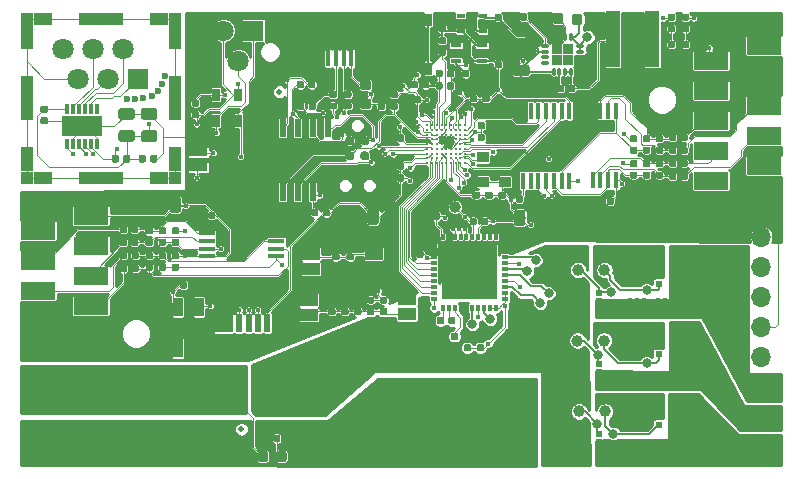
<source format=gbr>
G04 #@! TF.GenerationSoftware,KiCad,Pcbnew,5.0.2-bee76a0~70~ubuntu18.04.1*
G04 #@! TF.CreationDate,2019-12-20T19:05:30+01:00*
G04 #@! TF.ProjectId,board,626f6172-642e-46b6-9963-61645f706362,rev?*
G04 #@! TF.SameCoordinates,Original*
G04 #@! TF.FileFunction,Copper,L1,Top*
G04 #@! TF.FilePolarity,Positive*
%FSLAX46Y46*%
G04 Gerber Fmt 4.6, Leading zero omitted, Abs format (unit mm)*
G04 Created by KiCad (PCBNEW 5.0.2-bee76a0~70~ubuntu18.04.1) date Fr 20 Dez 2019 19:05:30 CET*
%MOMM*%
%LPD*%
G01*
G04 APERTURE LIST*
G04 #@! TA.AperFunction,Conductor*
%ADD10C,0.100000*%
G04 #@! TD*
G04 #@! TA.AperFunction,SMDPad,CuDef*
%ADD11C,0.787400*%
G04 #@! TD*
G04 #@! TA.AperFunction,SMDPad,CuDef*
%ADD12C,0.975000*%
G04 #@! TD*
G04 #@! TA.AperFunction,SMDPad,CuDef*
%ADD13R,0.450000X1.450000*%
G04 #@! TD*
G04 #@! TA.AperFunction,SMDPad,CuDef*
%ADD14R,1.180000X4.700000*%
G04 #@! TD*
G04 #@! TA.AperFunction,SMDPad,CuDef*
%ADD15R,1.000000X1.000000*%
G04 #@! TD*
G04 #@! TA.AperFunction,SMDPad,CuDef*
%ADD16R,1.650000X1.000000*%
G04 #@! TD*
G04 #@! TA.AperFunction,SMDPad,CuDef*
%ADD17R,3.800000X1.000000*%
G04 #@! TD*
G04 #@! TA.AperFunction,SMDPad,CuDef*
%ADD18R,1.000000X2.130000*%
G04 #@! TD*
G04 #@! TA.AperFunction,SMDPad,CuDef*
%ADD19R,1.000000X3.800000*%
G04 #@! TD*
G04 #@! TA.AperFunction,SMDPad,CuDef*
%ADD20O,0.100000X0.335000*%
G04 #@! TD*
G04 #@! TA.AperFunction,SMDPad,CuDef*
%ADD21O,0.100000X0.330000*%
G04 #@! TD*
G04 #@! TA.AperFunction,BGAPad,CuDef*
%ADD22C,0.200000*%
G04 #@! TD*
G04 #@! TA.AperFunction,SMDPad,CuDef*
%ADD23O,0.330000X0.100000*%
G04 #@! TD*
G04 #@! TA.AperFunction,SMDPad,CuDef*
%ADD24O,0.335000X0.100000*%
G04 #@! TD*
G04 #@! TA.AperFunction,SMDPad,CuDef*
%ADD25R,3.000000X1.500000*%
G04 #@! TD*
G04 #@! TA.AperFunction,SMDPad,CuDef*
%ADD26R,1.150000X1.150000*%
G04 #@! TD*
G04 #@! TA.AperFunction,SMDPad,CuDef*
%ADD27R,0.500000X0.300000*%
G04 #@! TD*
G04 #@! TA.AperFunction,SMDPad,CuDef*
%ADD28R,0.300000X0.500000*%
G04 #@! TD*
G04 #@! TA.AperFunction,SMDPad,CuDef*
%ADD29R,0.950000X1.230000*%
G04 #@! TD*
G04 #@! TA.AperFunction,SMDPad,CuDef*
%ADD30R,0.630000X0.500000*%
G04 #@! TD*
G04 #@! TA.AperFunction,SMDPad,CuDef*
%ADD31R,0.304800X0.812800*%
G04 #@! TD*
G04 #@! TA.AperFunction,SMDPad,CuDef*
%ADD32R,3.403600X1.803400*%
G04 #@! TD*
G04 #@! TA.AperFunction,SMDPad,CuDef*
%ADD33C,0.590000*%
G04 #@! TD*
G04 #@! TA.AperFunction,SMDPad,CuDef*
%ADD34O,0.300000X0.750000*%
G04 #@! TD*
G04 #@! TA.AperFunction,SMDPad,CuDef*
%ADD35O,0.750000X0.300000*%
G04 #@! TD*
G04 #@! TA.AperFunction,SMDPad,CuDef*
%ADD36R,0.900000X0.900000*%
G04 #@! TD*
G04 #@! TA.AperFunction,SMDPad,CuDef*
%ADD37C,0.875000*%
G04 #@! TD*
G04 #@! TA.AperFunction,ComponentPad*
%ADD38O,1.700000X1.700000*%
G04 #@! TD*
G04 #@! TA.AperFunction,ComponentPad*
%ADD39R,1.700000X1.700000*%
G04 #@! TD*
G04 #@! TA.AperFunction,SMDPad,CuDef*
%ADD40R,3.500000X2.000000*%
G04 #@! TD*
G04 #@! TA.AperFunction,SMDPad,CuDef*
%ADD41R,6.000000X2.000000*%
G04 #@! TD*
G04 #@! TA.AperFunction,ComponentPad*
%ADD42C,1.800000*%
G04 #@! TD*
G04 #@! TA.AperFunction,ComponentPad*
%ADD43R,1.800000X1.800000*%
G04 #@! TD*
G04 #@! TA.AperFunction,SMDPad,CuDef*
%ADD44R,0.850000X1.600000*%
G04 #@! TD*
G04 #@! TA.AperFunction,BGAPad,CuDef*
%ADD45C,1.000000*%
G04 #@! TD*
G04 #@! TA.AperFunction,SMDPad,CuDef*
%ADD46R,1.500000X1.600000*%
G04 #@! TD*
G04 #@! TA.AperFunction,SMDPad,CuDef*
%ADD47R,0.500000X1.600000*%
G04 #@! TD*
G04 #@! TA.AperFunction,SMDPad,CuDef*
%ADD48R,2.400000X3.480000*%
G04 #@! TD*
G04 #@! TA.AperFunction,SMDPad,CuDef*
%ADD49R,0.650000X1.060000*%
G04 #@! TD*
G04 #@! TA.AperFunction,SMDPad,CuDef*
%ADD50R,1.450000X0.450000*%
G04 #@! TD*
G04 #@! TA.AperFunction,BGAPad,CuDef*
%ADD51C,0.500000*%
G04 #@! TD*
G04 #@! TA.AperFunction,SMDPad,CuDef*
%ADD52R,0.450000X1.380000*%
G04 #@! TD*
G04 #@! TA.AperFunction,SMDPad,CuDef*
%ADD53R,1.475000X2.100000*%
G04 #@! TD*
G04 #@! TA.AperFunction,SMDPad,CuDef*
%ADD54R,2.375000X1.900000*%
G04 #@! TD*
G04 #@! TA.AperFunction,SMDPad,CuDef*
%ADD55R,1.175000X1.900000*%
G04 #@! TD*
G04 #@! TA.AperFunction,SMDPad,CuDef*
%ADD56R,0.600000X1.550000*%
G04 #@! TD*
G04 #@! TA.AperFunction,SMDPad,CuDef*
%ADD57R,0.650000X1.050000*%
G04 #@! TD*
G04 #@! TA.AperFunction,SMDPad,CuDef*
%ADD58R,0.700000X0.400000*%
G04 #@! TD*
G04 #@! TA.AperFunction,SMDPad,CuDef*
%ADD59R,0.950000X0.450000*%
G04 #@! TD*
G04 #@! TA.AperFunction,SMDPad,CuDef*
%ADD60R,1.000000X0.900000*%
G04 #@! TD*
G04 #@! TA.AperFunction,SMDPad,CuDef*
%ADD61R,1.600000X0.760000*%
G04 #@! TD*
G04 #@! TA.AperFunction,SMDPad,CuDef*
%ADD62R,1.500000X1.000000*%
G04 #@! TD*
G04 #@! TA.AperFunction,SMDPad,CuDef*
%ADD63C,2.500000*%
G04 #@! TD*
G04 #@! TA.AperFunction,ViaPad*
%ADD64C,0.400000*%
G04 #@! TD*
G04 #@! TA.AperFunction,ViaPad*
%ADD65C,0.800000*%
G04 #@! TD*
G04 #@! TA.AperFunction,ViaPad*
%ADD66C,0.600000*%
G04 #@! TD*
G04 #@! TA.AperFunction,Conductor*
%ADD67C,0.152400*%
G04 #@! TD*
G04 #@! TA.AperFunction,Conductor*
%ADD68C,0.177800*%
G04 #@! TD*
G04 #@! TA.AperFunction,Conductor*
%ADD69C,0.101600*%
G04 #@! TD*
G04 #@! TA.AperFunction,Conductor*
%ADD70C,0.254000*%
G04 #@! TD*
G04 APERTURE END LIST*
D10*
G04 #@! TO.N,/iCE40LP/SDO*
G04 #@! TO.C,J7*
G36*
X122473590Y-110778195D02*
X122511808Y-110783864D01*
X122549286Y-110793252D01*
X122585663Y-110806268D01*
X122620590Y-110822787D01*
X122653729Y-110842649D01*
X122684762Y-110865665D01*
X122713389Y-110891611D01*
X122739335Y-110920238D01*
X122762351Y-110951271D01*
X122782213Y-110984410D01*
X122798732Y-111019337D01*
X122811748Y-111055714D01*
X122821136Y-111093192D01*
X122826805Y-111131410D01*
X122828701Y-111169999D01*
X122828701Y-111170001D01*
X122826805Y-111208590D01*
X122821136Y-111246808D01*
X122811748Y-111284286D01*
X122798732Y-111320663D01*
X122782213Y-111355590D01*
X122762351Y-111388729D01*
X122739335Y-111419762D01*
X122713389Y-111448389D01*
X122684762Y-111474335D01*
X122653729Y-111497351D01*
X122620590Y-111517213D01*
X122585663Y-111533732D01*
X122549286Y-111546748D01*
X122511808Y-111556136D01*
X122473590Y-111561805D01*
X122435001Y-111563701D01*
X122434999Y-111563701D01*
X122396410Y-111561805D01*
X122358192Y-111556136D01*
X122320714Y-111546748D01*
X122284337Y-111533732D01*
X122249410Y-111517213D01*
X122216271Y-111497351D01*
X122185238Y-111474335D01*
X122156611Y-111448389D01*
X122130665Y-111419762D01*
X122107649Y-111388729D01*
X122087787Y-111355590D01*
X122071268Y-111320663D01*
X122058252Y-111284286D01*
X122048864Y-111246808D01*
X122043195Y-111208590D01*
X122041299Y-111170001D01*
X122041299Y-111169999D01*
X122043195Y-111131410D01*
X122048864Y-111093192D01*
X122058252Y-111055714D01*
X122071268Y-111019337D01*
X122087787Y-110984410D01*
X122107649Y-110951271D01*
X122130665Y-110920238D01*
X122156611Y-110891611D01*
X122185238Y-110865665D01*
X122216271Y-110842649D01*
X122249410Y-110822787D01*
X122284337Y-110806268D01*
X122320714Y-110793252D01*
X122358192Y-110783864D01*
X122396410Y-110778195D01*
X122434999Y-110776299D01*
X122435001Y-110776299D01*
X122473590Y-110778195D01*
X122473590Y-110778195D01*
G37*
D11*
G04 #@! TD*
G04 #@! TO.P,J7,2*
G04 #@! TO.N,/iCE40LP/SDO*
X122435000Y-111170000D03*
D10*
G04 #@! TO.N,/iCE40LP/SDI*
G04 #@! TO.C,J7*
G36*
X122473590Y-112048195D02*
X122511808Y-112053864D01*
X122549286Y-112063252D01*
X122585663Y-112076268D01*
X122620590Y-112092787D01*
X122653729Y-112112649D01*
X122684762Y-112135665D01*
X122713389Y-112161611D01*
X122739335Y-112190238D01*
X122762351Y-112221271D01*
X122782213Y-112254410D01*
X122798732Y-112289337D01*
X122811748Y-112325714D01*
X122821136Y-112363192D01*
X122826805Y-112401410D01*
X122828701Y-112439999D01*
X122828701Y-112440001D01*
X122826805Y-112478590D01*
X122821136Y-112516808D01*
X122811748Y-112554286D01*
X122798732Y-112590663D01*
X122782213Y-112625590D01*
X122762351Y-112658729D01*
X122739335Y-112689762D01*
X122713389Y-112718389D01*
X122684762Y-112744335D01*
X122653729Y-112767351D01*
X122620590Y-112787213D01*
X122585663Y-112803732D01*
X122549286Y-112816748D01*
X122511808Y-112826136D01*
X122473590Y-112831805D01*
X122435001Y-112833701D01*
X122434999Y-112833701D01*
X122396410Y-112831805D01*
X122358192Y-112826136D01*
X122320714Y-112816748D01*
X122284337Y-112803732D01*
X122249410Y-112787213D01*
X122216271Y-112767351D01*
X122185238Y-112744335D01*
X122156611Y-112718389D01*
X122130665Y-112689762D01*
X122107649Y-112658729D01*
X122087787Y-112625590D01*
X122071268Y-112590663D01*
X122058252Y-112554286D01*
X122048864Y-112516808D01*
X122043195Y-112478590D01*
X122041299Y-112440001D01*
X122041299Y-112439999D01*
X122043195Y-112401410D01*
X122048864Y-112363192D01*
X122058252Y-112325714D01*
X122071268Y-112289337D01*
X122087787Y-112254410D01*
X122107649Y-112221271D01*
X122130665Y-112190238D01*
X122156611Y-112161611D01*
X122185238Y-112135665D01*
X122216271Y-112112649D01*
X122249410Y-112092787D01*
X122284337Y-112076268D01*
X122320714Y-112063252D01*
X122358192Y-112053864D01*
X122396410Y-112048195D01*
X122434999Y-112046299D01*
X122435001Y-112046299D01*
X122473590Y-112048195D01*
X122473590Y-112048195D01*
G37*
D11*
G04 #@! TD*
G04 #@! TO.P,J7,4*
G04 #@! TO.N,/iCE40LP/SDI*
X122435000Y-112440000D03*
D10*
G04 #@! TO.N,GND*
G04 #@! TO.C,J7*
G36*
X122473590Y-113318195D02*
X122511808Y-113323864D01*
X122549286Y-113333252D01*
X122585663Y-113346268D01*
X122620590Y-113362787D01*
X122653729Y-113382649D01*
X122684762Y-113405665D01*
X122713389Y-113431611D01*
X122739335Y-113460238D01*
X122762351Y-113491271D01*
X122782213Y-113524410D01*
X122798732Y-113559337D01*
X122811748Y-113595714D01*
X122821136Y-113633192D01*
X122826805Y-113671410D01*
X122828701Y-113709999D01*
X122828701Y-113710001D01*
X122826805Y-113748590D01*
X122821136Y-113786808D01*
X122811748Y-113824286D01*
X122798732Y-113860663D01*
X122782213Y-113895590D01*
X122762351Y-113928729D01*
X122739335Y-113959762D01*
X122713389Y-113988389D01*
X122684762Y-114014335D01*
X122653729Y-114037351D01*
X122620590Y-114057213D01*
X122585663Y-114073732D01*
X122549286Y-114086748D01*
X122511808Y-114096136D01*
X122473590Y-114101805D01*
X122435001Y-114103701D01*
X122434999Y-114103701D01*
X122396410Y-114101805D01*
X122358192Y-114096136D01*
X122320714Y-114086748D01*
X122284337Y-114073732D01*
X122249410Y-114057213D01*
X122216271Y-114037351D01*
X122185238Y-114014335D01*
X122156611Y-113988389D01*
X122130665Y-113959762D01*
X122107649Y-113928729D01*
X122087787Y-113895590D01*
X122071268Y-113860663D01*
X122058252Y-113824286D01*
X122048864Y-113786808D01*
X122043195Y-113748590D01*
X122041299Y-113710001D01*
X122041299Y-113709999D01*
X122043195Y-113671410D01*
X122048864Y-113633192D01*
X122058252Y-113595714D01*
X122071268Y-113559337D01*
X122087787Y-113524410D01*
X122107649Y-113491271D01*
X122130665Y-113460238D01*
X122156611Y-113431611D01*
X122185238Y-113405665D01*
X122216271Y-113382649D01*
X122249410Y-113362787D01*
X122284337Y-113346268D01*
X122320714Y-113333252D01*
X122358192Y-113323864D01*
X122396410Y-113318195D01*
X122434999Y-113316299D01*
X122435001Y-113316299D01*
X122473590Y-113318195D01*
X122473590Y-113318195D01*
G37*
D11*
G04 #@! TD*
G04 #@! TO.P,J7,6*
G04 #@! TO.N,GND*
X122435000Y-113710000D03*
D10*
G04 #@! TO.N,GND*
G04 #@! TO.C,J7*
G36*
X121203590Y-113318195D02*
X121241808Y-113323864D01*
X121279286Y-113333252D01*
X121315663Y-113346268D01*
X121350590Y-113362787D01*
X121383729Y-113382649D01*
X121414762Y-113405665D01*
X121443389Y-113431611D01*
X121469335Y-113460238D01*
X121492351Y-113491271D01*
X121512213Y-113524410D01*
X121528732Y-113559337D01*
X121541748Y-113595714D01*
X121551136Y-113633192D01*
X121556805Y-113671410D01*
X121558701Y-113709999D01*
X121558701Y-113710001D01*
X121556805Y-113748590D01*
X121551136Y-113786808D01*
X121541748Y-113824286D01*
X121528732Y-113860663D01*
X121512213Y-113895590D01*
X121492351Y-113928729D01*
X121469335Y-113959762D01*
X121443389Y-113988389D01*
X121414762Y-114014335D01*
X121383729Y-114037351D01*
X121350590Y-114057213D01*
X121315663Y-114073732D01*
X121279286Y-114086748D01*
X121241808Y-114096136D01*
X121203590Y-114101805D01*
X121165001Y-114103701D01*
X121164999Y-114103701D01*
X121126410Y-114101805D01*
X121088192Y-114096136D01*
X121050714Y-114086748D01*
X121014337Y-114073732D01*
X120979410Y-114057213D01*
X120946271Y-114037351D01*
X120915238Y-114014335D01*
X120886611Y-113988389D01*
X120860665Y-113959762D01*
X120837649Y-113928729D01*
X120817787Y-113895590D01*
X120801268Y-113860663D01*
X120788252Y-113824286D01*
X120778864Y-113786808D01*
X120773195Y-113748590D01*
X120771299Y-113710001D01*
X120771299Y-113709999D01*
X120773195Y-113671410D01*
X120778864Y-113633192D01*
X120788252Y-113595714D01*
X120801268Y-113559337D01*
X120817787Y-113524410D01*
X120837649Y-113491271D01*
X120860665Y-113460238D01*
X120886611Y-113431611D01*
X120915238Y-113405665D01*
X120946271Y-113382649D01*
X120979410Y-113362787D01*
X121014337Y-113346268D01*
X121050714Y-113333252D01*
X121088192Y-113323864D01*
X121126410Y-113318195D01*
X121164999Y-113316299D01*
X121165001Y-113316299D01*
X121203590Y-113318195D01*
X121203590Y-113318195D01*
G37*
D11*
G04 #@! TD*
G04 #@! TO.P,J7,5*
G04 #@! TO.N,GND*
X121165000Y-113710000D03*
D10*
G04 #@! TO.N,/iCE40LP/SS*
G04 #@! TO.C,J7*
G36*
X121203590Y-112048195D02*
X121241808Y-112053864D01*
X121279286Y-112063252D01*
X121315663Y-112076268D01*
X121350590Y-112092787D01*
X121383729Y-112112649D01*
X121414762Y-112135665D01*
X121443389Y-112161611D01*
X121469335Y-112190238D01*
X121492351Y-112221271D01*
X121512213Y-112254410D01*
X121528732Y-112289337D01*
X121541748Y-112325714D01*
X121551136Y-112363192D01*
X121556805Y-112401410D01*
X121558701Y-112439999D01*
X121558701Y-112440001D01*
X121556805Y-112478590D01*
X121551136Y-112516808D01*
X121541748Y-112554286D01*
X121528732Y-112590663D01*
X121512213Y-112625590D01*
X121492351Y-112658729D01*
X121469335Y-112689762D01*
X121443389Y-112718389D01*
X121414762Y-112744335D01*
X121383729Y-112767351D01*
X121350590Y-112787213D01*
X121315663Y-112803732D01*
X121279286Y-112816748D01*
X121241808Y-112826136D01*
X121203590Y-112831805D01*
X121165001Y-112833701D01*
X121164999Y-112833701D01*
X121126410Y-112831805D01*
X121088192Y-112826136D01*
X121050714Y-112816748D01*
X121014337Y-112803732D01*
X120979410Y-112787213D01*
X120946271Y-112767351D01*
X120915238Y-112744335D01*
X120886611Y-112718389D01*
X120860665Y-112689762D01*
X120837649Y-112658729D01*
X120817787Y-112625590D01*
X120801268Y-112590663D01*
X120788252Y-112554286D01*
X120778864Y-112516808D01*
X120773195Y-112478590D01*
X120771299Y-112440001D01*
X120771299Y-112439999D01*
X120773195Y-112401410D01*
X120778864Y-112363192D01*
X120788252Y-112325714D01*
X120801268Y-112289337D01*
X120817787Y-112254410D01*
X120837649Y-112221271D01*
X120860665Y-112190238D01*
X120886611Y-112161611D01*
X120915238Y-112135665D01*
X120946271Y-112112649D01*
X120979410Y-112092787D01*
X121014337Y-112076268D01*
X121050714Y-112063252D01*
X121088192Y-112053864D01*
X121126410Y-112048195D01*
X121164999Y-112046299D01*
X121165001Y-112046299D01*
X121203590Y-112048195D01*
X121203590Y-112048195D01*
G37*
D11*
G04 #@! TD*
G04 #@! TO.P,J7,3*
G04 #@! TO.N,/iCE40LP/SS*
X121165000Y-112440000D03*
D10*
G04 #@! TO.N,/iCE40LP/SCK*
G04 #@! TO.C,J7*
G36*
X121203590Y-110778195D02*
X121241808Y-110783864D01*
X121279286Y-110793252D01*
X121315663Y-110806268D01*
X121350590Y-110822787D01*
X121383729Y-110842649D01*
X121414762Y-110865665D01*
X121443389Y-110891611D01*
X121469335Y-110920238D01*
X121492351Y-110951271D01*
X121512213Y-110984410D01*
X121528732Y-111019337D01*
X121541748Y-111055714D01*
X121551136Y-111093192D01*
X121556805Y-111131410D01*
X121558701Y-111169999D01*
X121558701Y-111170001D01*
X121556805Y-111208590D01*
X121551136Y-111246808D01*
X121541748Y-111284286D01*
X121528732Y-111320663D01*
X121512213Y-111355590D01*
X121492351Y-111388729D01*
X121469335Y-111419762D01*
X121443389Y-111448389D01*
X121414762Y-111474335D01*
X121383729Y-111497351D01*
X121350590Y-111517213D01*
X121315663Y-111533732D01*
X121279286Y-111546748D01*
X121241808Y-111556136D01*
X121203590Y-111561805D01*
X121165001Y-111563701D01*
X121164999Y-111563701D01*
X121126410Y-111561805D01*
X121088192Y-111556136D01*
X121050714Y-111546748D01*
X121014337Y-111533732D01*
X120979410Y-111517213D01*
X120946271Y-111497351D01*
X120915238Y-111474335D01*
X120886611Y-111448389D01*
X120860665Y-111419762D01*
X120837649Y-111388729D01*
X120817787Y-111355590D01*
X120801268Y-111320663D01*
X120788252Y-111284286D01*
X120778864Y-111246808D01*
X120773195Y-111208590D01*
X120771299Y-111170001D01*
X120771299Y-111169999D01*
X120773195Y-111131410D01*
X120778864Y-111093192D01*
X120788252Y-111055714D01*
X120801268Y-111019337D01*
X120817787Y-110984410D01*
X120837649Y-110951271D01*
X120860665Y-110920238D01*
X120886611Y-110891611D01*
X120915238Y-110865665D01*
X120946271Y-110842649D01*
X120979410Y-110822787D01*
X121014337Y-110806268D01*
X121050714Y-110793252D01*
X121088192Y-110783864D01*
X121126410Y-110778195D01*
X121164999Y-110776299D01*
X121165001Y-110776299D01*
X121203590Y-110778195D01*
X121203590Y-110778195D01*
G37*
D11*
G04 #@! TD*
G04 #@! TO.P,J7,1*
G04 #@! TO.N,/iCE40LP/SCK*
X121165000Y-111170000D03*
D10*
G04 #@! TO.N,GND*
G04 #@! TO.C,C35*
G36*
X102767142Y-108416174D02*
X102790803Y-108419684D01*
X102814007Y-108425496D01*
X102836529Y-108433554D01*
X102858153Y-108443782D01*
X102878670Y-108456079D01*
X102897883Y-108470329D01*
X102915607Y-108486393D01*
X102931671Y-108504117D01*
X102945921Y-108523330D01*
X102958218Y-108543847D01*
X102968446Y-108565471D01*
X102976504Y-108587993D01*
X102982316Y-108611197D01*
X102985826Y-108634858D01*
X102987000Y-108658750D01*
X102987000Y-109146250D01*
X102985826Y-109170142D01*
X102982316Y-109193803D01*
X102976504Y-109217007D01*
X102968446Y-109239529D01*
X102958218Y-109261153D01*
X102945921Y-109281670D01*
X102931671Y-109300883D01*
X102915607Y-109318607D01*
X102897883Y-109334671D01*
X102878670Y-109348921D01*
X102858153Y-109361218D01*
X102836529Y-109371446D01*
X102814007Y-109379504D01*
X102790803Y-109385316D01*
X102767142Y-109388826D01*
X102743250Y-109390000D01*
X101830750Y-109390000D01*
X101806858Y-109388826D01*
X101783197Y-109385316D01*
X101759993Y-109379504D01*
X101737471Y-109371446D01*
X101715847Y-109361218D01*
X101695330Y-109348921D01*
X101676117Y-109334671D01*
X101658393Y-109318607D01*
X101642329Y-109300883D01*
X101628079Y-109281670D01*
X101615782Y-109261153D01*
X101605554Y-109239529D01*
X101597496Y-109217007D01*
X101591684Y-109193803D01*
X101588174Y-109170142D01*
X101587000Y-109146250D01*
X101587000Y-108658750D01*
X101588174Y-108634858D01*
X101591684Y-108611197D01*
X101597496Y-108587993D01*
X101605554Y-108565471D01*
X101615782Y-108543847D01*
X101628079Y-108523330D01*
X101642329Y-108504117D01*
X101658393Y-108486393D01*
X101676117Y-108470329D01*
X101695330Y-108456079D01*
X101715847Y-108443782D01*
X101737471Y-108433554D01*
X101759993Y-108425496D01*
X101783197Y-108419684D01*
X101806858Y-108416174D01*
X101830750Y-108415000D01*
X102743250Y-108415000D01*
X102767142Y-108416174D01*
X102767142Y-108416174D01*
G37*
D12*
G04 #@! TD*
G04 #@! TO.P,C35,2*
G04 #@! TO.N,GND*
X102287000Y-108902500D03*
D10*
G04 #@! TO.N,+3V3*
G04 #@! TO.C,C35*
G36*
X102767142Y-110291174D02*
X102790803Y-110294684D01*
X102814007Y-110300496D01*
X102836529Y-110308554D01*
X102858153Y-110318782D01*
X102878670Y-110331079D01*
X102897883Y-110345329D01*
X102915607Y-110361393D01*
X102931671Y-110379117D01*
X102945921Y-110398330D01*
X102958218Y-110418847D01*
X102968446Y-110440471D01*
X102976504Y-110462993D01*
X102982316Y-110486197D01*
X102985826Y-110509858D01*
X102987000Y-110533750D01*
X102987000Y-111021250D01*
X102985826Y-111045142D01*
X102982316Y-111068803D01*
X102976504Y-111092007D01*
X102968446Y-111114529D01*
X102958218Y-111136153D01*
X102945921Y-111156670D01*
X102931671Y-111175883D01*
X102915607Y-111193607D01*
X102897883Y-111209671D01*
X102878670Y-111223921D01*
X102858153Y-111236218D01*
X102836529Y-111246446D01*
X102814007Y-111254504D01*
X102790803Y-111260316D01*
X102767142Y-111263826D01*
X102743250Y-111265000D01*
X101830750Y-111265000D01*
X101806858Y-111263826D01*
X101783197Y-111260316D01*
X101759993Y-111254504D01*
X101737471Y-111246446D01*
X101715847Y-111236218D01*
X101695330Y-111223921D01*
X101676117Y-111209671D01*
X101658393Y-111193607D01*
X101642329Y-111175883D01*
X101628079Y-111156670D01*
X101615782Y-111136153D01*
X101605554Y-111114529D01*
X101597496Y-111092007D01*
X101591684Y-111068803D01*
X101588174Y-111045142D01*
X101587000Y-111021250D01*
X101587000Y-110533750D01*
X101588174Y-110509858D01*
X101591684Y-110486197D01*
X101597496Y-110462993D01*
X101605554Y-110440471D01*
X101615782Y-110418847D01*
X101628079Y-110398330D01*
X101642329Y-110379117D01*
X101658393Y-110361393D01*
X101676117Y-110345329D01*
X101695330Y-110331079D01*
X101715847Y-110318782D01*
X101737471Y-110308554D01*
X101759993Y-110300496D01*
X101783197Y-110294684D01*
X101806858Y-110291174D01*
X101830750Y-110290000D01*
X102743250Y-110290000D01*
X102767142Y-110291174D01*
X102767142Y-110291174D01*
G37*
D12*
G04 #@! TD*
G04 #@! TO.P,C35,1*
G04 #@! TO.N,+3V3*
X102287000Y-110777500D03*
D13*
G04 #@! TO.P,U11,1*
G04 #@! TO.N,+3V3*
X139750000Y-108650000D03*
G04 #@! TO.P,U11,2*
G04 #@! TO.N,/Encoder0_A_3.3V*
X139100000Y-108650000D03*
G04 #@! TO.P,U11,3*
G04 #@! TO.N,/Encoder0_B_3.3V*
X138450000Y-108650000D03*
G04 #@! TO.P,U11,4*
G04 #@! TO.N,/Encoder1_A_3.3V*
X137800000Y-108650000D03*
G04 #@! TO.P,U11,5*
G04 #@! TO.N,/Encoder1_B_3.3V*
X137150000Y-108650000D03*
G04 #@! TO.P,U11,6*
G04 #@! TO.N,Net-(U11-Pad6)*
X136500000Y-108650000D03*
G04 #@! TO.P,U11,7*
G04 #@! TO.N,GND*
X135850000Y-108650000D03*
G04 #@! TO.P,U11,8*
G04 #@! TO.N,Net-(R49-Pad1)*
X135850000Y-114550000D03*
G04 #@! TO.P,U11,9*
G04 #@! TO.N,Net-(U11-Pad9)*
X136500000Y-114550000D03*
G04 #@! TO.P,U11,10*
G04 #@! TO.N,/Encoder1_B*
X137150000Y-114550000D03*
G04 #@! TO.P,U11,11*
G04 #@! TO.N,/Encoder1_A*
X137800000Y-114550000D03*
G04 #@! TO.P,U11,12*
G04 #@! TO.N,/Encoder0_B*
X138450000Y-114550000D03*
G04 #@! TO.P,U11,13*
G04 #@! TO.N,/Encoder0_A*
X139100000Y-114550000D03*
G04 #@! TO.P,U11,14*
G04 #@! TO.N,+5V*
X139750000Y-114550000D03*
G04 #@! TD*
D14*
G04 #@! TO.P,L1,1*
G04 #@! TO.N,+5V*
X146800000Y-102600000D03*
G04 #@! TO.P,L1,2*
G04 #@! TO.N,Net-(C11-Pad1)*
X143490000Y-102600000D03*
G04 #@! TD*
D15*
G04 #@! TO.P,J10,1*
G04 #@! TO.N,SHIELD*
X93850000Y-100870000D03*
X106350000Y-100870000D03*
X106350000Y-114330000D03*
X93850000Y-114330000D03*
D16*
X95175000Y-100870000D03*
X95175000Y-114330000D03*
D17*
X100100000Y-100870000D03*
X100100000Y-114330000D03*
D16*
X105025000Y-100870000D03*
X105025000Y-114330000D03*
D18*
X93850000Y-102435000D03*
X106350000Y-102435000D03*
D19*
X93850000Y-107600000D03*
X106350000Y-107600000D03*
D18*
X93850000Y-112765000D03*
X106350000Y-112765000D03*
G04 #@! TD*
D20*
G04 #@! TO.P,U8,A1*
G04 #@! TO.N,/Encoder0_A_3.3V*
X130946380Y-113065408D03*
D21*
G04 #@! TO.P,U8,A2*
G04 #@! TO.N,/nFault*
X130546380Y-113065408D03*
D20*
G04 #@! TO.P,U8,A3*
G04 #@! TO.N,USB_PU*
X130146380Y-113065408D03*
G04 #@! TO.P,U8,A4*
G04 #@! TO.N,USB_N*
X129746380Y-113065408D03*
D22*
G04 #@! TO.P,U8,A5*
G04 #@! TO.N,+3V3*
X129346380Y-113065408D03*
D20*
G04 #@! TO.P,U8,A6*
G04 #@! TO.N,/INHA*
X128946380Y-113065408D03*
G04 #@! TO.P,U8,A7*
G04 #@! TO.N,/INHB*
X128546380Y-113065408D03*
G04 #@! TO.P,U8,A8*
G04 #@! TO.N,/INHC*
X128146380Y-113065408D03*
G04 #@! TO.P,U8,A9*
G04 #@! TO.N,/SDA*
X127746380Y-113065408D03*
D23*
G04 #@! TO.P,U8,B1*
G04 #@! TO.N,/HALL1*
X130946380Y-112665408D03*
D22*
G04 #@! TO.P,U8,B2*
G04 #@! TO.N,/iCE40LP/CLK*
X130546380Y-112665408D03*
G04 #@! TO.P,U8,B3*
G04 #@! TO.N,/iCE40LP/LED*
X130146380Y-112665408D03*
G04 #@! TO.P,U8,B4*
G04 #@! TO.N,USB_P*
X129746380Y-112665408D03*
G04 #@! TO.P,U8,B5*
G04 #@! TO.N,+3V3*
X129346380Y-112665408D03*
G04 #@! TO.P,U8,B6*
G04 #@! TO.N,/INLA*
X128946380Y-112665408D03*
G04 #@! TO.P,U8,B7*
G04 #@! TO.N,/INLB*
X128546380Y-112665408D03*
G04 #@! TO.P,U8,B8*
G04 #@! TO.N,/INLC*
X128146380Y-112665408D03*
G04 #@! TO.P,U8,B9*
G04 #@! TO.N,+3V3*
X127746380Y-112665408D03*
D24*
G04 #@! TO.P,U8,C1*
G04 #@! TO.N,/HALL2*
X130946380Y-112265408D03*
D22*
G04 #@! TO.P,U8,C2*
G04 #@! TO.N,/HALL3*
X130546380Y-112265408D03*
G04 #@! TO.P,U8,C3*
G04 #@! TO.N,Net-(U8-PadC3)*
X130146380Y-112265408D03*
G04 #@! TO.P,U8,C4*
G04 #@! TO.N,Net-(U8-PadC4)*
X129746380Y-112265408D03*
G04 #@! TO.P,U8,C5*
G04 #@! TO.N,Net-(U8-PadC5)*
X129346380Y-112265408D03*
G04 #@! TO.P,U8,C6*
G04 #@! TO.N,+3V3*
X128946380Y-112265408D03*
G04 #@! TO.P,U8,C7*
G04 #@! TO.N,VPP_FAST*
X128546380Y-112265408D03*
G04 #@! TO.P,U8,C8*
G04 #@! TO.N,+3V3*
X128146380Y-112265408D03*
D24*
G04 #@! TO.P,U8,C9*
G04 #@! TO.N,/SCL*
X127746380Y-112265408D03*
G04 #@! TO.P,U8,D1*
G04 #@! TO.N,/Encoder0_B_3.3V*
X130946380Y-111865408D03*
D22*
G04 #@! TO.P,U8,D2*
G04 #@! TO.N,Net-(U8-PadD2)*
X130546380Y-111865408D03*
G04 #@! TO.P,U8,D3*
G04 #@! TO.N,Net-(U8-PadD3)*
X130146380Y-111865408D03*
G04 #@! TO.P,U8,D4*
G04 #@! TO.N,+1V2*
X129746380Y-111865408D03*
G04 #@! TO.P,U8,D5*
G04 #@! TO.N,Net-(U8-PadD5)*
X129346380Y-111865408D03*
G04 #@! TO.P,U8,D6*
G04 #@! TO.N,Net-(U8-PadD6)*
X128946380Y-111865408D03*
G04 #@! TO.P,U8,D7*
G04 #@! TO.N,Net-(U8-PadD7)*
X128546380Y-111865408D03*
G04 #@! TO.P,U8,D8*
G04 #@! TO.N,/CS*
X128146380Y-111865408D03*
D24*
G04 #@! TO.P,U8,D9*
G04 #@! TO.N,/CS_MISO*
X127746380Y-111865408D03*
G04 #@! TO.P,U8,E1*
G04 #@! TO.N,/Encoder1_A_3.3V*
X130946380Y-111465408D03*
D22*
G04 #@! TO.P,U8,E2*
G04 #@! TO.N,/NEOPXL*
X130546380Y-111465408D03*
G04 #@! TO.P,U8,E3*
G04 #@! TO.N,+1V2*
X130146380Y-111465408D03*
G04 #@! TO.P,U8,E4*
G04 #@! TO.N,GND*
X129746380Y-111465408D03*
G04 #@! TO.P,U8,E5*
X129346380Y-111465408D03*
G04 #@! TO.P,U8,E6*
G04 #@! TO.N,Net-(U8-PadE6)*
X128946380Y-111465408D03*
G04 #@! TO.P,U8,E7*
G04 #@! TO.N,Net-(U8-PadE7)*
X128546380Y-111465408D03*
G04 #@! TO.P,U8,E8*
G04 #@! TO.N,Net-(U8-PadE8)*
X128146380Y-111465408D03*
D24*
G04 #@! TO.P,U8,E9*
G04 #@! TO.N,+1V2*
X127746380Y-111465408D03*
D22*
G04 #@! TO.P,U8,F1*
X130946380Y-111065408D03*
G04 #@! TO.P,U8,F2*
X130546380Y-111065408D03*
G04 #@! TO.P,U8,F3*
G04 #@! TO.N,Net-(U8-PadF3)*
X130146380Y-111065408D03*
G04 #@! TO.P,U8,F4*
G04 #@! TO.N,GND*
X129746380Y-111065408D03*
G04 #@! TO.P,U8,F5*
X129346380Y-111065408D03*
G04 #@! TO.P,U8,F6*
X128946380Y-111065408D03*
G04 #@! TO.P,U8,F7*
G04 #@! TO.N,/iCE40LP/SS*
X128546380Y-111065408D03*
G04 #@! TO.P,U8,F8*
X128146380Y-111065408D03*
D24*
G04 #@! TO.P,U8,F9*
G04 #@! TO.N,GND*
X127746380Y-111065408D03*
G04 #@! TO.P,U8,G1*
G04 #@! TO.N,/Encoder1_B_3.3V*
X130946380Y-110665408D03*
D22*
G04 #@! TO.P,U8,G2*
G04 #@! TO.N,Net-(U8-PadG2)*
X130546380Y-110665408D03*
G04 #@! TO.P,U8,G3*
G04 #@! TO.N,Net-(U8-PadG3)*
X130146380Y-110665408D03*
G04 #@! TO.P,U8,G4*
G04 #@! TO.N,Net-(U8-PadG4)*
X129746380Y-110665408D03*
G04 #@! TO.P,U8,G5*
G04 #@! TO.N,Net-(U8-PadG5)*
X129346380Y-110665408D03*
G04 #@! TO.P,U8,G6*
G04 #@! TO.N,/iCE40LP/SDO*
X128946380Y-110665408D03*
G04 #@! TO.P,U8,G7*
G04 #@! TO.N,/iCE40LP/SCK*
X128546380Y-110665408D03*
G04 #@! TO.P,U8,G8*
X128146380Y-110665408D03*
D24*
G04 #@! TO.P,U8,G9*
G04 #@! TO.N,/CS_CLK*
X127746380Y-110665408D03*
D23*
G04 #@! TO.P,U8,H1*
G04 #@! TO.N,/DE*
X130946380Y-110265408D03*
D22*
G04 #@! TO.P,U8,H2*
G04 #@! TO.N,/RX*
X130546380Y-110265408D03*
G04 #@! TO.P,U8,H3*
G04 #@! TO.N,+3V3*
X130146380Y-110265408D03*
G04 #@! TO.P,U8,H4*
G04 #@! TO.N,82*
X129746380Y-110265408D03*
G04 #@! TO.P,U8,H5*
G04 #@! TO.N,/iCE40LP/SDO*
X129346380Y-110265408D03*
G04 #@! TO.P,U8,H6*
G04 #@! TO.N,CRESET_B*
X128946380Y-110265408D03*
G04 #@! TO.P,U8,H7*
G04 #@! TO.N,/iCE40LP/SDI*
X128546380Y-110265408D03*
G04 #@! TO.P,U8,H8*
G04 #@! TO.N,+3V3*
X128146380Y-110265408D03*
D23*
G04 #@! TO.P,U8,H9*
G04 #@! TO.N,Net-(U8-PadH9)*
X127746380Y-110265408D03*
D20*
G04 #@! TO.P,U8,J1*
G04 #@! TO.N,/TX*
X130946380Y-109865408D03*
D21*
G04 #@! TO.P,U8,J2*
G04 #@! TO.N,Net-(U8-PadJ2)*
X130546380Y-109865408D03*
D20*
G04 #@! TO.P,U8,J3*
G04 #@! TO.N,Net-(U8-PadJ3)*
X130146380Y-109865408D03*
G04 #@! TO.P,U8,J4*
G04 #@! TO.N,Net-(U8-PadJ4)*
X129746380Y-109865408D03*
G04 #@! TO.P,U8,J5*
G04 #@! TO.N,+3V3*
X129346380Y-109865408D03*
G04 #@! TO.P,U8,J6*
G04 #@! TO.N,Net-(C38-Pad1)*
X128946380Y-109865408D03*
G04 #@! TO.P,U8,J7*
G04 #@! TO.N,Net-(C38-Pad2)*
X128546380Y-109865408D03*
D21*
G04 #@! TO.P,U8,J8*
G04 #@! TO.N,109*
X128146380Y-109865408D03*
D20*
G04 #@! TO.P,U8,J9*
G04 #@! TO.N,Net-(U8-PadJ9)*
X127746380Y-109865408D03*
G04 #@! TD*
D25*
G04 #@! TO.P,J4,8*
G04 #@! TO.N,+5V*
X99250000Y-117525000D03*
G04 #@! TO.P,J4,6*
G04 #@! TO.N,Net-(J4-Pad6)*
X99250000Y-120065000D03*
G04 #@! TO.P,J4,4*
G04 #@! TO.N,/-ENCODER1_B*
X99250000Y-122605000D03*
G04 #@! TO.P,J4,2*
G04 #@! TO.N,/-ENCODER1_A*
X99250000Y-125145000D03*
G04 #@! TO.P,J4,7*
G04 #@! TO.N,Net-(J4-Pad7)*
X94750000Y-118795000D03*
G04 #@! TO.P,J4,5*
G04 #@! TO.N,/+ENCODER1_B*
X94750000Y-121335000D03*
G04 #@! TO.P,J4,3*
G04 #@! TO.N,/+ENCODER1_A*
X94750000Y-123875000D03*
G04 #@! TO.P,J4,1*
G04 #@! TO.N,GND*
X94750000Y-126415000D03*
G04 #@! TD*
D10*
G04 #@! TO.N,GND*
G04 #@! TO.C,C34*
G36*
X104672142Y-108416174D02*
X104695803Y-108419684D01*
X104719007Y-108425496D01*
X104741529Y-108433554D01*
X104763153Y-108443782D01*
X104783670Y-108456079D01*
X104802883Y-108470329D01*
X104820607Y-108486393D01*
X104836671Y-108504117D01*
X104850921Y-108523330D01*
X104863218Y-108543847D01*
X104873446Y-108565471D01*
X104881504Y-108587993D01*
X104887316Y-108611197D01*
X104890826Y-108634858D01*
X104892000Y-108658750D01*
X104892000Y-109146250D01*
X104890826Y-109170142D01*
X104887316Y-109193803D01*
X104881504Y-109217007D01*
X104873446Y-109239529D01*
X104863218Y-109261153D01*
X104850921Y-109281670D01*
X104836671Y-109300883D01*
X104820607Y-109318607D01*
X104802883Y-109334671D01*
X104783670Y-109348921D01*
X104763153Y-109361218D01*
X104741529Y-109371446D01*
X104719007Y-109379504D01*
X104695803Y-109385316D01*
X104672142Y-109388826D01*
X104648250Y-109390000D01*
X103735750Y-109390000D01*
X103711858Y-109388826D01*
X103688197Y-109385316D01*
X103664993Y-109379504D01*
X103642471Y-109371446D01*
X103620847Y-109361218D01*
X103600330Y-109348921D01*
X103581117Y-109334671D01*
X103563393Y-109318607D01*
X103547329Y-109300883D01*
X103533079Y-109281670D01*
X103520782Y-109261153D01*
X103510554Y-109239529D01*
X103502496Y-109217007D01*
X103496684Y-109193803D01*
X103493174Y-109170142D01*
X103492000Y-109146250D01*
X103492000Y-108658750D01*
X103493174Y-108634858D01*
X103496684Y-108611197D01*
X103502496Y-108587993D01*
X103510554Y-108565471D01*
X103520782Y-108543847D01*
X103533079Y-108523330D01*
X103547329Y-108504117D01*
X103563393Y-108486393D01*
X103581117Y-108470329D01*
X103600330Y-108456079D01*
X103620847Y-108443782D01*
X103642471Y-108433554D01*
X103664993Y-108425496D01*
X103688197Y-108419684D01*
X103711858Y-108416174D01*
X103735750Y-108415000D01*
X104648250Y-108415000D01*
X104672142Y-108416174D01*
X104672142Y-108416174D01*
G37*
D12*
G04 #@! TD*
G04 #@! TO.P,C34,2*
G04 #@! TO.N,GND*
X104192000Y-108902500D03*
D10*
G04 #@! TO.N,+3V3*
G04 #@! TO.C,C34*
G36*
X104672142Y-110291174D02*
X104695803Y-110294684D01*
X104719007Y-110300496D01*
X104741529Y-110308554D01*
X104763153Y-110318782D01*
X104783670Y-110331079D01*
X104802883Y-110345329D01*
X104820607Y-110361393D01*
X104836671Y-110379117D01*
X104850921Y-110398330D01*
X104863218Y-110418847D01*
X104873446Y-110440471D01*
X104881504Y-110462993D01*
X104887316Y-110486197D01*
X104890826Y-110509858D01*
X104892000Y-110533750D01*
X104892000Y-111021250D01*
X104890826Y-111045142D01*
X104887316Y-111068803D01*
X104881504Y-111092007D01*
X104873446Y-111114529D01*
X104863218Y-111136153D01*
X104850921Y-111156670D01*
X104836671Y-111175883D01*
X104820607Y-111193607D01*
X104802883Y-111209671D01*
X104783670Y-111223921D01*
X104763153Y-111236218D01*
X104741529Y-111246446D01*
X104719007Y-111254504D01*
X104695803Y-111260316D01*
X104672142Y-111263826D01*
X104648250Y-111265000D01*
X103735750Y-111265000D01*
X103711858Y-111263826D01*
X103688197Y-111260316D01*
X103664993Y-111254504D01*
X103642471Y-111246446D01*
X103620847Y-111236218D01*
X103600330Y-111223921D01*
X103581117Y-111209671D01*
X103563393Y-111193607D01*
X103547329Y-111175883D01*
X103533079Y-111156670D01*
X103520782Y-111136153D01*
X103510554Y-111114529D01*
X103502496Y-111092007D01*
X103496684Y-111068803D01*
X103493174Y-111045142D01*
X103492000Y-111021250D01*
X103492000Y-110533750D01*
X103493174Y-110509858D01*
X103496684Y-110486197D01*
X103502496Y-110462993D01*
X103510554Y-110440471D01*
X103520782Y-110418847D01*
X103533079Y-110398330D01*
X103547329Y-110379117D01*
X103563393Y-110361393D01*
X103581117Y-110345329D01*
X103600330Y-110331079D01*
X103620847Y-110318782D01*
X103642471Y-110308554D01*
X103664993Y-110300496D01*
X103688197Y-110294684D01*
X103711858Y-110291174D01*
X103735750Y-110290000D01*
X104648250Y-110290000D01*
X104672142Y-110291174D01*
X104672142Y-110291174D01*
G37*
D12*
G04 #@! TD*
G04 #@! TO.P,C34,1*
G04 #@! TO.N,+3V3*
X104192000Y-110777500D03*
D10*
G04 #@! TO.N,GND*
G04 #@! TO.C,C32*
G36*
X137705142Y-117001174D02*
X137728803Y-117004684D01*
X137752007Y-117010496D01*
X137774529Y-117018554D01*
X137796153Y-117028782D01*
X137816670Y-117041079D01*
X137835883Y-117055329D01*
X137853607Y-117071393D01*
X137869671Y-117089117D01*
X137883921Y-117108330D01*
X137896218Y-117128847D01*
X137906446Y-117150471D01*
X137914504Y-117172993D01*
X137920316Y-117196197D01*
X137923826Y-117219858D01*
X137925000Y-117243750D01*
X137925000Y-118156250D01*
X137923826Y-118180142D01*
X137920316Y-118203803D01*
X137914504Y-118227007D01*
X137906446Y-118249529D01*
X137896218Y-118271153D01*
X137883921Y-118291670D01*
X137869671Y-118310883D01*
X137853607Y-118328607D01*
X137835883Y-118344671D01*
X137816670Y-118358921D01*
X137796153Y-118371218D01*
X137774529Y-118381446D01*
X137752007Y-118389504D01*
X137728803Y-118395316D01*
X137705142Y-118398826D01*
X137681250Y-118400000D01*
X137193750Y-118400000D01*
X137169858Y-118398826D01*
X137146197Y-118395316D01*
X137122993Y-118389504D01*
X137100471Y-118381446D01*
X137078847Y-118371218D01*
X137058330Y-118358921D01*
X137039117Y-118344671D01*
X137021393Y-118328607D01*
X137005329Y-118310883D01*
X136991079Y-118291670D01*
X136978782Y-118271153D01*
X136968554Y-118249529D01*
X136960496Y-118227007D01*
X136954684Y-118203803D01*
X136951174Y-118180142D01*
X136950000Y-118156250D01*
X136950000Y-117243750D01*
X136951174Y-117219858D01*
X136954684Y-117196197D01*
X136960496Y-117172993D01*
X136968554Y-117150471D01*
X136978782Y-117128847D01*
X136991079Y-117108330D01*
X137005329Y-117089117D01*
X137021393Y-117071393D01*
X137039117Y-117055329D01*
X137058330Y-117041079D01*
X137078847Y-117028782D01*
X137100471Y-117018554D01*
X137122993Y-117010496D01*
X137146197Y-117004684D01*
X137169858Y-117001174D01*
X137193750Y-117000000D01*
X137681250Y-117000000D01*
X137705142Y-117001174D01*
X137705142Y-117001174D01*
G37*
D12*
G04 #@! TD*
G04 #@! TO.P,C32,2*
G04 #@! TO.N,GND*
X137437500Y-117700000D03*
D10*
G04 #@! TO.N,+3V3*
G04 #@! TO.C,C32*
G36*
X135830142Y-117001174D02*
X135853803Y-117004684D01*
X135877007Y-117010496D01*
X135899529Y-117018554D01*
X135921153Y-117028782D01*
X135941670Y-117041079D01*
X135960883Y-117055329D01*
X135978607Y-117071393D01*
X135994671Y-117089117D01*
X136008921Y-117108330D01*
X136021218Y-117128847D01*
X136031446Y-117150471D01*
X136039504Y-117172993D01*
X136045316Y-117196197D01*
X136048826Y-117219858D01*
X136050000Y-117243750D01*
X136050000Y-118156250D01*
X136048826Y-118180142D01*
X136045316Y-118203803D01*
X136039504Y-118227007D01*
X136031446Y-118249529D01*
X136021218Y-118271153D01*
X136008921Y-118291670D01*
X135994671Y-118310883D01*
X135978607Y-118328607D01*
X135960883Y-118344671D01*
X135941670Y-118358921D01*
X135921153Y-118371218D01*
X135899529Y-118381446D01*
X135877007Y-118389504D01*
X135853803Y-118395316D01*
X135830142Y-118398826D01*
X135806250Y-118400000D01*
X135318750Y-118400000D01*
X135294858Y-118398826D01*
X135271197Y-118395316D01*
X135247993Y-118389504D01*
X135225471Y-118381446D01*
X135203847Y-118371218D01*
X135183330Y-118358921D01*
X135164117Y-118344671D01*
X135146393Y-118328607D01*
X135130329Y-118310883D01*
X135116079Y-118291670D01*
X135103782Y-118271153D01*
X135093554Y-118249529D01*
X135085496Y-118227007D01*
X135079684Y-118203803D01*
X135076174Y-118180142D01*
X135075000Y-118156250D01*
X135075000Y-117243750D01*
X135076174Y-117219858D01*
X135079684Y-117196197D01*
X135085496Y-117172993D01*
X135093554Y-117150471D01*
X135103782Y-117128847D01*
X135116079Y-117108330D01*
X135130329Y-117089117D01*
X135146393Y-117071393D01*
X135164117Y-117055329D01*
X135183330Y-117041079D01*
X135203847Y-117028782D01*
X135225471Y-117018554D01*
X135247993Y-117010496D01*
X135271197Y-117004684D01*
X135294858Y-117001174D01*
X135318750Y-117000000D01*
X135806250Y-117000000D01*
X135830142Y-117001174D01*
X135830142Y-117001174D01*
G37*
D12*
G04 #@! TD*
G04 #@! TO.P,C32,1*
G04 #@! TO.N,+3V3*
X135562500Y-117700000D03*
D26*
G04 #@! TO.P,DRV8323H1,41*
G04 #@! TO.N,N/C*
X129575000Y-124025000D03*
X130725000Y-124025000D03*
X131875000Y-124025000D03*
X133025000Y-124025000D03*
X129575000Y-122875000D03*
X130725000Y-122875000D03*
X131875000Y-122875000D03*
X133025000Y-122875000D03*
X129575000Y-121725000D03*
X130725000Y-121725000D03*
X131875000Y-121725000D03*
X133025000Y-121725000D03*
X129575000Y-120575000D03*
X130725000Y-120575000D03*
X131875000Y-120575000D03*
X133025000Y-120575000D03*
D27*
G04 #@! TO.P,DRV8323H1,40*
G04 #@! TO.N,GND*
X128300000Y-124550000D03*
G04 #@! TO.P,DRV8323H1,39*
G04 #@! TO.N,/INLC*
X128300000Y-124050000D03*
G04 #@! TO.P,DRV8323H1,38*
G04 #@! TO.N,/INHC*
X128300000Y-123550000D03*
G04 #@! TO.P,DRV8323H1,37*
G04 #@! TO.N,/INLB*
X128300000Y-123050000D03*
G04 #@! TO.P,DRV8323H1,36*
G04 #@! TO.N,/INHB*
X128300000Y-122550000D03*
G04 #@! TO.P,DRV8323H1,35*
G04 #@! TO.N,/INLA*
X128300000Y-122050000D03*
G04 #@! TO.P,DRV8323H1,34*
G04 #@! TO.N,/INHA*
X128300000Y-121550000D03*
G04 #@! TO.P,DRV8323H1,33*
G04 #@! TO.N,Net-(C5-Pad2)*
X128300000Y-121050000D03*
G04 #@! TO.P,DRV8323H1,32*
G04 #@! TO.N,GND*
X128300000Y-120550000D03*
G04 #@! TO.P,DRV8323H1,31*
G04 #@! TO.N,Net-(DRV8323H1-Pad31)*
X128300000Y-120050000D03*
D28*
G04 #@! TO.P,DRV8323H1,30*
G04 #@! TO.N,+3V3*
X129050000Y-119300000D03*
G04 #@! TO.P,DRV8323H1,29*
G04 #@! TO.N,GND*
X129550000Y-119300000D03*
G04 #@! TO.P,DRV8323H1,28*
G04 #@! TO.N,Net-(C5-Pad2)*
X130050000Y-119300000D03*
G04 #@! TO.P,DRV8323H1,27*
G04 #@! TO.N,Net-(DRV8323H1-Pad27)*
X130550000Y-119300000D03*
G04 #@! TO.P,DRV8323H1,26*
G04 #@! TO.N,Net-(DRV8323H1-Pad26)*
X131050000Y-119300000D03*
G04 #@! TO.P,DRV8323H1,25*
G04 #@! TO.N,/nFault*
X131550000Y-119300000D03*
G04 #@! TO.P,DRV8323H1,24*
G04 #@! TO.N,+3V3*
X132050000Y-119300000D03*
G04 #@! TO.P,DRV8323H1,23*
G04 #@! TO.N,/mosfet_bridges/SOA*
X132550000Y-119300000D03*
G04 #@! TO.P,DRV8323H1,22*
G04 #@! TO.N,/mosfet_bridges/SOB*
X133050000Y-119300000D03*
G04 #@! TO.P,DRV8323H1,21*
G04 #@! TO.N,/mosfet_bridges/SOC*
X133550000Y-119300000D03*
D27*
G04 #@! TO.P,DRV8323H1,20*
G04 #@! TO.N,GND*
X134300000Y-120050000D03*
G04 #@! TO.P,DRV8323H1,19*
X134300000Y-120550000D03*
G04 #@! TO.P,DRV8323H1,18*
G04 #@! TO.N,/mosfet_bridges/GLC*
X134300000Y-121050000D03*
G04 #@! TO.P,DRV8323H1,17*
G04 #@! TO.N,/PH3*
X134300000Y-121550000D03*
G04 #@! TO.P,DRV8323H1,16*
G04 #@! TO.N,/mosfet_bridges/GHC*
X134300000Y-122050000D03*
G04 #@! TO.P,DRV8323H1,15*
G04 #@! TO.N,/mosfet_bridges/GHB*
X134300000Y-122550000D03*
G04 #@! TO.P,DRV8323H1,14*
G04 #@! TO.N,/PH2*
X134300000Y-123050000D03*
G04 #@! TO.P,DRV8323H1,13*
G04 #@! TO.N,/mosfet_bridges/GLB*
X134300000Y-123550000D03*
G04 #@! TO.P,DRV8323H1,12*
G04 #@! TO.N,GND*
X134300000Y-124050000D03*
G04 #@! TO.P,DRV8323H1,11*
X134300000Y-124550000D03*
D28*
G04 #@! TO.P,DRV8323H1,10*
X133550000Y-125300000D03*
G04 #@! TO.P,DRV8323H1,9*
X133050000Y-125300000D03*
G04 #@! TO.P,DRV8323H1,8*
G04 #@! TO.N,/mosfet_bridges/GLA*
X132550000Y-125300000D03*
G04 #@! TO.P,DRV8323H1,7*
G04 #@! TO.N,/PH1*
X132050000Y-125300000D03*
G04 #@! TO.P,DRV8323H1,6*
G04 #@! TO.N,/mosfet_bridges/GHA*
X131550000Y-125300000D03*
G04 #@! TO.P,DRV8323H1,5*
G04 #@! TO.N,+36V*
X131050000Y-125300000D03*
G04 #@! TO.P,DRV8323H1,4*
X130550000Y-125300000D03*
G04 #@! TO.P,DRV8323H1,3*
G04 #@! TO.N,Net-(C3-Pad1)*
X130050000Y-125300000D03*
G04 #@! TO.P,DRV8323H1,2*
G04 #@! TO.N,Net-(C4-Pad2)*
X129550000Y-125300000D03*
G04 #@! TO.P,DRV8323H1,1*
G04 #@! TO.N,Net-(C4-Pad1)*
X129050000Y-125300000D03*
G04 #@! TD*
D10*
G04 #@! TO.N,GND*
G04 #@! TO.C,C31*
G36*
X121530142Y-116901174D02*
X121553803Y-116904684D01*
X121577007Y-116910496D01*
X121599529Y-116918554D01*
X121621153Y-116928782D01*
X121641670Y-116941079D01*
X121660883Y-116955329D01*
X121678607Y-116971393D01*
X121694671Y-116989117D01*
X121708921Y-117008330D01*
X121721218Y-117028847D01*
X121731446Y-117050471D01*
X121739504Y-117072993D01*
X121745316Y-117096197D01*
X121748826Y-117119858D01*
X121750000Y-117143750D01*
X121750000Y-118056250D01*
X121748826Y-118080142D01*
X121745316Y-118103803D01*
X121739504Y-118127007D01*
X121731446Y-118149529D01*
X121721218Y-118171153D01*
X121708921Y-118191670D01*
X121694671Y-118210883D01*
X121678607Y-118228607D01*
X121660883Y-118244671D01*
X121641670Y-118258921D01*
X121621153Y-118271218D01*
X121599529Y-118281446D01*
X121577007Y-118289504D01*
X121553803Y-118295316D01*
X121530142Y-118298826D01*
X121506250Y-118300000D01*
X121018750Y-118300000D01*
X120994858Y-118298826D01*
X120971197Y-118295316D01*
X120947993Y-118289504D01*
X120925471Y-118281446D01*
X120903847Y-118271218D01*
X120883330Y-118258921D01*
X120864117Y-118244671D01*
X120846393Y-118228607D01*
X120830329Y-118210883D01*
X120816079Y-118191670D01*
X120803782Y-118171153D01*
X120793554Y-118149529D01*
X120785496Y-118127007D01*
X120779684Y-118103803D01*
X120776174Y-118080142D01*
X120775000Y-118056250D01*
X120775000Y-117143750D01*
X120776174Y-117119858D01*
X120779684Y-117096197D01*
X120785496Y-117072993D01*
X120793554Y-117050471D01*
X120803782Y-117028847D01*
X120816079Y-117008330D01*
X120830329Y-116989117D01*
X120846393Y-116971393D01*
X120864117Y-116955329D01*
X120883330Y-116941079D01*
X120903847Y-116928782D01*
X120925471Y-116918554D01*
X120947993Y-116910496D01*
X120971197Y-116904684D01*
X120994858Y-116901174D01*
X121018750Y-116900000D01*
X121506250Y-116900000D01*
X121530142Y-116901174D01*
X121530142Y-116901174D01*
G37*
D12*
G04 #@! TD*
G04 #@! TO.P,C31,2*
G04 #@! TO.N,GND*
X121262500Y-117600000D03*
D10*
G04 #@! TO.N,+3V3*
G04 #@! TO.C,C31*
G36*
X123405142Y-116901174D02*
X123428803Y-116904684D01*
X123452007Y-116910496D01*
X123474529Y-116918554D01*
X123496153Y-116928782D01*
X123516670Y-116941079D01*
X123535883Y-116955329D01*
X123553607Y-116971393D01*
X123569671Y-116989117D01*
X123583921Y-117008330D01*
X123596218Y-117028847D01*
X123606446Y-117050471D01*
X123614504Y-117072993D01*
X123620316Y-117096197D01*
X123623826Y-117119858D01*
X123625000Y-117143750D01*
X123625000Y-118056250D01*
X123623826Y-118080142D01*
X123620316Y-118103803D01*
X123614504Y-118127007D01*
X123606446Y-118149529D01*
X123596218Y-118171153D01*
X123583921Y-118191670D01*
X123569671Y-118210883D01*
X123553607Y-118228607D01*
X123535883Y-118244671D01*
X123516670Y-118258921D01*
X123496153Y-118271218D01*
X123474529Y-118281446D01*
X123452007Y-118289504D01*
X123428803Y-118295316D01*
X123405142Y-118298826D01*
X123381250Y-118300000D01*
X122893750Y-118300000D01*
X122869858Y-118298826D01*
X122846197Y-118295316D01*
X122822993Y-118289504D01*
X122800471Y-118281446D01*
X122778847Y-118271218D01*
X122758330Y-118258921D01*
X122739117Y-118244671D01*
X122721393Y-118228607D01*
X122705329Y-118210883D01*
X122691079Y-118191670D01*
X122678782Y-118171153D01*
X122668554Y-118149529D01*
X122660496Y-118127007D01*
X122654684Y-118103803D01*
X122651174Y-118080142D01*
X122650000Y-118056250D01*
X122650000Y-117143750D01*
X122651174Y-117119858D01*
X122654684Y-117096197D01*
X122660496Y-117072993D01*
X122668554Y-117050471D01*
X122678782Y-117028847D01*
X122691079Y-117008330D01*
X122705329Y-116989117D01*
X122721393Y-116971393D01*
X122739117Y-116955329D01*
X122758330Y-116941079D01*
X122778847Y-116928782D01*
X122800471Y-116918554D01*
X122822993Y-116910496D01*
X122846197Y-116904684D01*
X122869858Y-116901174D01*
X122893750Y-116900000D01*
X123381250Y-116900000D01*
X123405142Y-116901174D01*
X123405142Y-116901174D01*
G37*
D12*
G04 #@! TD*
G04 #@! TO.P,C31,1*
G04 #@! TO.N,+3V3*
X123137500Y-117600000D03*
D13*
G04 #@! TO.P,U2,1*
G04 #@! TO.N,/Encoder0_A*
X143695000Y-108640000D03*
G04 #@! TO.P,U2,2*
G04 #@! TO.N,Net-(R11-Pad2)*
X143045000Y-108640000D03*
G04 #@! TO.P,U2,3*
G04 #@! TO.N,Net-(R12-Pad1)*
X142395000Y-108640000D03*
G04 #@! TO.P,U2,4*
G04 #@! TO.N,GND*
X141745000Y-108640000D03*
G04 #@! TO.P,U2,5*
G04 #@! TO.N,Net-(R13-Pad1)*
X141745000Y-114540000D03*
G04 #@! TO.P,U2,6*
G04 #@! TO.N,Net-(R13-Pad2)*
X142395000Y-114540000D03*
G04 #@! TO.P,U2,7*
G04 #@! TO.N,/Encoder0_B*
X143045000Y-114540000D03*
G04 #@! TO.P,U2,8*
G04 #@! TO.N,+5V*
X143695000Y-114540000D03*
G04 #@! TD*
D29*
G04 #@! TO.P,Q2,5*
G04 #@! TO.N,+36V*
X140940000Y-131660000D03*
X140940000Y-130440000D03*
X139990000Y-131660000D03*
X139990000Y-130440000D03*
D30*
X139410000Y-132020000D03*
X139410000Y-131380000D03*
X139410000Y-130720000D03*
X139410000Y-130080000D03*
G04 #@! TO.P,Q2,4*
G04 #@! TO.N,/mosfet_bridges/GHB*
X142290000Y-130080000D03*
G04 #@! TO.P,Q2,3*
G04 #@! TO.N,/PH2*
X142290000Y-130720000D03*
G04 #@! TO.P,Q2,2*
X142290000Y-131380000D03*
G04 #@! TO.P,Q2,1*
X142290000Y-132020000D03*
G04 #@! TD*
D31*
G04 #@! TO.P,U1,1*
G04 #@! TO.N,/RX*
X97250000Y-111417800D03*
G04 #@! TO.P,U1,2*
G04 #@! TO.N,GND*
X97750000Y-111417800D03*
G04 #@! TO.P,U1,3*
G04 #@! TO.N,/DE*
X98250000Y-111417800D03*
G04 #@! TO.P,U1,4*
G04 #@! TO.N,/TX*
X98750000Y-111417800D03*
G04 #@! TO.P,U1,5*
G04 #@! TO.N,/term_te*
X99250000Y-111417800D03*
G04 #@! TO.P,U1,6*
G04 #@! TO.N,GND*
X99750000Y-111417800D03*
G04 #@! TO.P,U1,7*
G04 #@! TO.N,Net-(U1-Pad7)*
X99750000Y-108522200D03*
G04 #@! TO.P,U1,8*
G04 #@! TO.N,/l_TX*
X99250000Y-108522200D03*
G04 #@! TO.P,U1,9*
G04 #@! TO.N,/h_TX*
X98750000Y-108522200D03*
G04 #@! TO.P,U1,10*
G04 #@! TO.N,/l_RX*
X98250000Y-108522200D03*
G04 #@! TO.P,U1,11*
G04 #@! TO.N,/h_RX*
X97750000Y-108522200D03*
G04 #@! TO.P,U1,12*
G04 #@! TO.N,+3V3*
X97250000Y-108522200D03*
D32*
G04 #@! TO.P,U1,13*
G04 #@! TO.N,GND*
X98500000Y-109970000D03*
G04 #@! TD*
D10*
G04 #@! TO.N,Net-(DRV8323H1-Pad26)*
G04 #@! TO.C,R25*
G36*
X120186958Y-120720710D02*
X120201276Y-120722834D01*
X120215317Y-120726351D01*
X120228946Y-120731228D01*
X120242031Y-120737417D01*
X120254447Y-120744858D01*
X120266073Y-120753481D01*
X120276798Y-120763202D01*
X120286519Y-120773927D01*
X120295142Y-120785553D01*
X120302583Y-120797969D01*
X120308772Y-120811054D01*
X120313649Y-120824683D01*
X120317166Y-120838724D01*
X120319290Y-120853042D01*
X120320000Y-120867500D01*
X120320000Y-121162500D01*
X120319290Y-121176958D01*
X120317166Y-121191276D01*
X120313649Y-121205317D01*
X120308772Y-121218946D01*
X120302583Y-121232031D01*
X120295142Y-121244447D01*
X120286519Y-121256073D01*
X120276798Y-121266798D01*
X120266073Y-121276519D01*
X120254447Y-121285142D01*
X120242031Y-121292583D01*
X120228946Y-121298772D01*
X120215317Y-121303649D01*
X120201276Y-121307166D01*
X120186958Y-121309290D01*
X120172500Y-121310000D01*
X119827500Y-121310000D01*
X119813042Y-121309290D01*
X119798724Y-121307166D01*
X119784683Y-121303649D01*
X119771054Y-121298772D01*
X119757969Y-121292583D01*
X119745553Y-121285142D01*
X119733927Y-121276519D01*
X119723202Y-121266798D01*
X119713481Y-121256073D01*
X119704858Y-121244447D01*
X119697417Y-121232031D01*
X119691228Y-121218946D01*
X119686351Y-121205317D01*
X119682834Y-121191276D01*
X119680710Y-121176958D01*
X119680000Y-121162500D01*
X119680000Y-120867500D01*
X119680710Y-120853042D01*
X119682834Y-120838724D01*
X119686351Y-120824683D01*
X119691228Y-120811054D01*
X119697417Y-120797969D01*
X119704858Y-120785553D01*
X119713481Y-120773927D01*
X119723202Y-120763202D01*
X119733927Y-120753481D01*
X119745553Y-120744858D01*
X119757969Y-120737417D01*
X119771054Y-120731228D01*
X119784683Y-120726351D01*
X119798724Y-120722834D01*
X119813042Y-120720710D01*
X119827500Y-120720000D01*
X120172500Y-120720000D01*
X120186958Y-120720710D01*
X120186958Y-120720710D01*
G37*
D33*
G04 #@! TD*
G04 #@! TO.P,R25,2*
G04 #@! TO.N,Net-(DRV8323H1-Pad26)*
X120000000Y-121015000D03*
D10*
G04 #@! TO.N,GND*
G04 #@! TO.C,R25*
G36*
X120186958Y-121690710D02*
X120201276Y-121692834D01*
X120215317Y-121696351D01*
X120228946Y-121701228D01*
X120242031Y-121707417D01*
X120254447Y-121714858D01*
X120266073Y-121723481D01*
X120276798Y-121733202D01*
X120286519Y-121743927D01*
X120295142Y-121755553D01*
X120302583Y-121767969D01*
X120308772Y-121781054D01*
X120313649Y-121794683D01*
X120317166Y-121808724D01*
X120319290Y-121823042D01*
X120320000Y-121837500D01*
X120320000Y-122132500D01*
X120319290Y-122146958D01*
X120317166Y-122161276D01*
X120313649Y-122175317D01*
X120308772Y-122188946D01*
X120302583Y-122202031D01*
X120295142Y-122214447D01*
X120286519Y-122226073D01*
X120276798Y-122236798D01*
X120266073Y-122246519D01*
X120254447Y-122255142D01*
X120242031Y-122262583D01*
X120228946Y-122268772D01*
X120215317Y-122273649D01*
X120201276Y-122277166D01*
X120186958Y-122279290D01*
X120172500Y-122280000D01*
X119827500Y-122280000D01*
X119813042Y-122279290D01*
X119798724Y-122277166D01*
X119784683Y-122273649D01*
X119771054Y-122268772D01*
X119757969Y-122262583D01*
X119745553Y-122255142D01*
X119733927Y-122246519D01*
X119723202Y-122236798D01*
X119713481Y-122226073D01*
X119704858Y-122214447D01*
X119697417Y-122202031D01*
X119691228Y-122188946D01*
X119686351Y-122175317D01*
X119682834Y-122161276D01*
X119680710Y-122146958D01*
X119680000Y-122132500D01*
X119680000Y-121837500D01*
X119680710Y-121823042D01*
X119682834Y-121808724D01*
X119686351Y-121794683D01*
X119691228Y-121781054D01*
X119697417Y-121767969D01*
X119704858Y-121755553D01*
X119713481Y-121743927D01*
X119723202Y-121733202D01*
X119733927Y-121723481D01*
X119745553Y-121714858D01*
X119757969Y-121707417D01*
X119771054Y-121701228D01*
X119784683Y-121696351D01*
X119798724Y-121692834D01*
X119813042Y-121690710D01*
X119827500Y-121690000D01*
X120172500Y-121690000D01*
X120186958Y-121690710D01*
X120186958Y-121690710D01*
G37*
D33*
G04 #@! TD*
G04 #@! TO.P,R25,1*
G04 #@! TO.N,GND*
X120000000Y-121985000D03*
D10*
G04 #@! TO.N,+3V3*
G04 #@! TO.C,R27*
G36*
X102446958Y-112380710D02*
X102461276Y-112382834D01*
X102475317Y-112386351D01*
X102488946Y-112391228D01*
X102502031Y-112397417D01*
X102514447Y-112404858D01*
X102526073Y-112413481D01*
X102536798Y-112423202D01*
X102546519Y-112433927D01*
X102555142Y-112445553D01*
X102562583Y-112457969D01*
X102568772Y-112471054D01*
X102573649Y-112484683D01*
X102577166Y-112498724D01*
X102579290Y-112513042D01*
X102580000Y-112527500D01*
X102580000Y-112872500D01*
X102579290Y-112886958D01*
X102577166Y-112901276D01*
X102573649Y-112915317D01*
X102568772Y-112928946D01*
X102562583Y-112942031D01*
X102555142Y-112954447D01*
X102546519Y-112966073D01*
X102536798Y-112976798D01*
X102526073Y-112986519D01*
X102514447Y-112995142D01*
X102502031Y-113002583D01*
X102488946Y-113008772D01*
X102475317Y-113013649D01*
X102461276Y-113017166D01*
X102446958Y-113019290D01*
X102432500Y-113020000D01*
X102137500Y-113020000D01*
X102123042Y-113019290D01*
X102108724Y-113017166D01*
X102094683Y-113013649D01*
X102081054Y-113008772D01*
X102067969Y-113002583D01*
X102055553Y-112995142D01*
X102043927Y-112986519D01*
X102033202Y-112976798D01*
X102023481Y-112966073D01*
X102014858Y-112954447D01*
X102007417Y-112942031D01*
X102001228Y-112928946D01*
X101996351Y-112915317D01*
X101992834Y-112901276D01*
X101990710Y-112886958D01*
X101990000Y-112872500D01*
X101990000Y-112527500D01*
X101990710Y-112513042D01*
X101992834Y-112498724D01*
X101996351Y-112484683D01*
X102001228Y-112471054D01*
X102007417Y-112457969D01*
X102014858Y-112445553D01*
X102023481Y-112433927D01*
X102033202Y-112423202D01*
X102043927Y-112413481D01*
X102055553Y-112404858D01*
X102067969Y-112397417D01*
X102081054Y-112391228D01*
X102094683Y-112386351D01*
X102108724Y-112382834D01*
X102123042Y-112380710D01*
X102137500Y-112380000D01*
X102432500Y-112380000D01*
X102446958Y-112380710D01*
X102446958Y-112380710D01*
G37*
D33*
G04 #@! TD*
G04 #@! TO.P,R27,2*
G04 #@! TO.N,+3V3*
X102285000Y-112700000D03*
D10*
G04 #@! TO.N,/term_te*
G04 #@! TO.C,R27*
G36*
X101476958Y-112380710D02*
X101491276Y-112382834D01*
X101505317Y-112386351D01*
X101518946Y-112391228D01*
X101532031Y-112397417D01*
X101544447Y-112404858D01*
X101556073Y-112413481D01*
X101566798Y-112423202D01*
X101576519Y-112433927D01*
X101585142Y-112445553D01*
X101592583Y-112457969D01*
X101598772Y-112471054D01*
X101603649Y-112484683D01*
X101607166Y-112498724D01*
X101609290Y-112513042D01*
X101610000Y-112527500D01*
X101610000Y-112872500D01*
X101609290Y-112886958D01*
X101607166Y-112901276D01*
X101603649Y-112915317D01*
X101598772Y-112928946D01*
X101592583Y-112942031D01*
X101585142Y-112954447D01*
X101576519Y-112966073D01*
X101566798Y-112976798D01*
X101556073Y-112986519D01*
X101544447Y-112995142D01*
X101532031Y-113002583D01*
X101518946Y-113008772D01*
X101505317Y-113013649D01*
X101491276Y-113017166D01*
X101476958Y-113019290D01*
X101462500Y-113020000D01*
X101167500Y-113020000D01*
X101153042Y-113019290D01*
X101138724Y-113017166D01*
X101124683Y-113013649D01*
X101111054Y-113008772D01*
X101097969Y-113002583D01*
X101085553Y-112995142D01*
X101073927Y-112986519D01*
X101063202Y-112976798D01*
X101053481Y-112966073D01*
X101044858Y-112954447D01*
X101037417Y-112942031D01*
X101031228Y-112928946D01*
X101026351Y-112915317D01*
X101022834Y-112901276D01*
X101020710Y-112886958D01*
X101020000Y-112872500D01*
X101020000Y-112527500D01*
X101020710Y-112513042D01*
X101022834Y-112498724D01*
X101026351Y-112484683D01*
X101031228Y-112471054D01*
X101037417Y-112457969D01*
X101044858Y-112445553D01*
X101053481Y-112433927D01*
X101063202Y-112423202D01*
X101073927Y-112413481D01*
X101085553Y-112404858D01*
X101097969Y-112397417D01*
X101111054Y-112391228D01*
X101124683Y-112386351D01*
X101138724Y-112382834D01*
X101153042Y-112380710D01*
X101167500Y-112380000D01*
X101462500Y-112380000D01*
X101476958Y-112380710D01*
X101476958Y-112380710D01*
G37*
D33*
G04 #@! TD*
G04 #@! TO.P,R27,1*
G04 #@! TO.N,/term_te*
X101315000Y-112700000D03*
D10*
G04 #@! TO.N,GND*
G04 #@! TO.C,C23*
G36*
X95486958Y-109190710D02*
X95501276Y-109192834D01*
X95515317Y-109196351D01*
X95528946Y-109201228D01*
X95542031Y-109207417D01*
X95554447Y-109214858D01*
X95566073Y-109223481D01*
X95576798Y-109233202D01*
X95586519Y-109243927D01*
X95595142Y-109255553D01*
X95602583Y-109267969D01*
X95608772Y-109281054D01*
X95613649Y-109294683D01*
X95617166Y-109308724D01*
X95619290Y-109323042D01*
X95620000Y-109337500D01*
X95620000Y-109632500D01*
X95619290Y-109646958D01*
X95617166Y-109661276D01*
X95613649Y-109675317D01*
X95608772Y-109688946D01*
X95602583Y-109702031D01*
X95595142Y-109714447D01*
X95586519Y-109726073D01*
X95576798Y-109736798D01*
X95566073Y-109746519D01*
X95554447Y-109755142D01*
X95542031Y-109762583D01*
X95528946Y-109768772D01*
X95515317Y-109773649D01*
X95501276Y-109777166D01*
X95486958Y-109779290D01*
X95472500Y-109780000D01*
X95127500Y-109780000D01*
X95113042Y-109779290D01*
X95098724Y-109777166D01*
X95084683Y-109773649D01*
X95071054Y-109768772D01*
X95057969Y-109762583D01*
X95045553Y-109755142D01*
X95033927Y-109746519D01*
X95023202Y-109736798D01*
X95013481Y-109726073D01*
X95004858Y-109714447D01*
X94997417Y-109702031D01*
X94991228Y-109688946D01*
X94986351Y-109675317D01*
X94982834Y-109661276D01*
X94980710Y-109646958D01*
X94980000Y-109632500D01*
X94980000Y-109337500D01*
X94980710Y-109323042D01*
X94982834Y-109308724D01*
X94986351Y-109294683D01*
X94991228Y-109281054D01*
X94997417Y-109267969D01*
X95004858Y-109255553D01*
X95013481Y-109243927D01*
X95023202Y-109233202D01*
X95033927Y-109223481D01*
X95045553Y-109214858D01*
X95057969Y-109207417D01*
X95071054Y-109201228D01*
X95084683Y-109196351D01*
X95098724Y-109192834D01*
X95113042Y-109190710D01*
X95127500Y-109190000D01*
X95472500Y-109190000D01*
X95486958Y-109190710D01*
X95486958Y-109190710D01*
G37*
D33*
G04 #@! TD*
G04 #@! TO.P,C23,2*
G04 #@! TO.N,GND*
X95300000Y-109485000D03*
D10*
G04 #@! TO.N,+3V3*
G04 #@! TO.C,C23*
G36*
X95486958Y-108220710D02*
X95501276Y-108222834D01*
X95515317Y-108226351D01*
X95528946Y-108231228D01*
X95542031Y-108237417D01*
X95554447Y-108244858D01*
X95566073Y-108253481D01*
X95576798Y-108263202D01*
X95586519Y-108273927D01*
X95595142Y-108285553D01*
X95602583Y-108297969D01*
X95608772Y-108311054D01*
X95613649Y-108324683D01*
X95617166Y-108338724D01*
X95619290Y-108353042D01*
X95620000Y-108367500D01*
X95620000Y-108662500D01*
X95619290Y-108676958D01*
X95617166Y-108691276D01*
X95613649Y-108705317D01*
X95608772Y-108718946D01*
X95602583Y-108732031D01*
X95595142Y-108744447D01*
X95586519Y-108756073D01*
X95576798Y-108766798D01*
X95566073Y-108776519D01*
X95554447Y-108785142D01*
X95542031Y-108792583D01*
X95528946Y-108798772D01*
X95515317Y-108803649D01*
X95501276Y-108807166D01*
X95486958Y-108809290D01*
X95472500Y-108810000D01*
X95127500Y-108810000D01*
X95113042Y-108809290D01*
X95098724Y-108807166D01*
X95084683Y-108803649D01*
X95071054Y-108798772D01*
X95057969Y-108792583D01*
X95045553Y-108785142D01*
X95033927Y-108776519D01*
X95023202Y-108766798D01*
X95013481Y-108756073D01*
X95004858Y-108744447D01*
X94997417Y-108732031D01*
X94991228Y-108718946D01*
X94986351Y-108705317D01*
X94982834Y-108691276D01*
X94980710Y-108676958D01*
X94980000Y-108662500D01*
X94980000Y-108367500D01*
X94980710Y-108353042D01*
X94982834Y-108338724D01*
X94986351Y-108324683D01*
X94991228Y-108311054D01*
X94997417Y-108297969D01*
X95004858Y-108285553D01*
X95013481Y-108273927D01*
X95023202Y-108263202D01*
X95033927Y-108253481D01*
X95045553Y-108244858D01*
X95057969Y-108237417D01*
X95071054Y-108231228D01*
X95084683Y-108226351D01*
X95098724Y-108222834D01*
X95113042Y-108220710D01*
X95127500Y-108220000D01*
X95472500Y-108220000D01*
X95486958Y-108220710D01*
X95486958Y-108220710D01*
G37*
D33*
G04 #@! TD*
G04 #@! TO.P,C23,1*
G04 #@! TO.N,+3V3*
X95300000Y-108515000D03*
D10*
G04 #@! TO.N,+36V*
G04 #@! TO.C,C21*
G36*
X128780142Y-129676174D02*
X128803803Y-129679684D01*
X128827007Y-129685496D01*
X128849529Y-129693554D01*
X128871153Y-129703782D01*
X128891670Y-129716079D01*
X128910883Y-129730329D01*
X128928607Y-129746393D01*
X128944671Y-129764117D01*
X128958921Y-129783330D01*
X128971218Y-129803847D01*
X128981446Y-129825471D01*
X128989504Y-129847993D01*
X128995316Y-129871197D01*
X128998826Y-129894858D01*
X129000000Y-129918750D01*
X129000000Y-130406250D01*
X128998826Y-130430142D01*
X128995316Y-130453803D01*
X128989504Y-130477007D01*
X128981446Y-130499529D01*
X128971218Y-130521153D01*
X128958921Y-130541670D01*
X128944671Y-130560883D01*
X128928607Y-130578607D01*
X128910883Y-130594671D01*
X128891670Y-130608921D01*
X128871153Y-130621218D01*
X128849529Y-130631446D01*
X128827007Y-130639504D01*
X128803803Y-130645316D01*
X128780142Y-130648826D01*
X128756250Y-130650000D01*
X127843750Y-130650000D01*
X127819858Y-130648826D01*
X127796197Y-130645316D01*
X127772993Y-130639504D01*
X127750471Y-130631446D01*
X127728847Y-130621218D01*
X127708330Y-130608921D01*
X127689117Y-130594671D01*
X127671393Y-130578607D01*
X127655329Y-130560883D01*
X127641079Y-130541670D01*
X127628782Y-130521153D01*
X127618554Y-130499529D01*
X127610496Y-130477007D01*
X127604684Y-130453803D01*
X127601174Y-130430142D01*
X127600000Y-130406250D01*
X127600000Y-129918750D01*
X127601174Y-129894858D01*
X127604684Y-129871197D01*
X127610496Y-129847993D01*
X127618554Y-129825471D01*
X127628782Y-129803847D01*
X127641079Y-129783330D01*
X127655329Y-129764117D01*
X127671393Y-129746393D01*
X127689117Y-129730329D01*
X127708330Y-129716079D01*
X127728847Y-129703782D01*
X127750471Y-129693554D01*
X127772993Y-129685496D01*
X127796197Y-129679684D01*
X127819858Y-129676174D01*
X127843750Y-129675000D01*
X128756250Y-129675000D01*
X128780142Y-129676174D01*
X128780142Y-129676174D01*
G37*
D12*
G04 #@! TD*
G04 #@! TO.P,C21,1*
G04 #@! TO.N,+36V*
X128300000Y-130162500D03*
D10*
G04 #@! TO.N,GND*
G04 #@! TO.C,C21*
G36*
X128780142Y-131551174D02*
X128803803Y-131554684D01*
X128827007Y-131560496D01*
X128849529Y-131568554D01*
X128871153Y-131578782D01*
X128891670Y-131591079D01*
X128910883Y-131605329D01*
X128928607Y-131621393D01*
X128944671Y-131639117D01*
X128958921Y-131658330D01*
X128971218Y-131678847D01*
X128981446Y-131700471D01*
X128989504Y-131722993D01*
X128995316Y-131746197D01*
X128998826Y-131769858D01*
X129000000Y-131793750D01*
X129000000Y-132281250D01*
X128998826Y-132305142D01*
X128995316Y-132328803D01*
X128989504Y-132352007D01*
X128981446Y-132374529D01*
X128971218Y-132396153D01*
X128958921Y-132416670D01*
X128944671Y-132435883D01*
X128928607Y-132453607D01*
X128910883Y-132469671D01*
X128891670Y-132483921D01*
X128871153Y-132496218D01*
X128849529Y-132506446D01*
X128827007Y-132514504D01*
X128803803Y-132520316D01*
X128780142Y-132523826D01*
X128756250Y-132525000D01*
X127843750Y-132525000D01*
X127819858Y-132523826D01*
X127796197Y-132520316D01*
X127772993Y-132514504D01*
X127750471Y-132506446D01*
X127728847Y-132496218D01*
X127708330Y-132483921D01*
X127689117Y-132469671D01*
X127671393Y-132453607D01*
X127655329Y-132435883D01*
X127641079Y-132416670D01*
X127628782Y-132396153D01*
X127618554Y-132374529D01*
X127610496Y-132352007D01*
X127604684Y-132328803D01*
X127601174Y-132305142D01*
X127600000Y-132281250D01*
X127600000Y-131793750D01*
X127601174Y-131769858D01*
X127604684Y-131746197D01*
X127610496Y-131722993D01*
X127618554Y-131700471D01*
X127628782Y-131678847D01*
X127641079Y-131658330D01*
X127655329Y-131639117D01*
X127671393Y-131621393D01*
X127689117Y-131605329D01*
X127708330Y-131591079D01*
X127728847Y-131578782D01*
X127750471Y-131568554D01*
X127772993Y-131560496D01*
X127796197Y-131554684D01*
X127819858Y-131551174D01*
X127843750Y-131550000D01*
X128756250Y-131550000D01*
X128780142Y-131551174D01*
X128780142Y-131551174D01*
G37*
D12*
G04 #@! TD*
G04 #@! TO.P,C21,2*
G04 #@! TO.N,GND*
X128300000Y-132037500D03*
D10*
G04 #@! TO.N,GND*
G04 #@! TO.C,C22*
G36*
X104746958Y-112380710D02*
X104761276Y-112382834D01*
X104775317Y-112386351D01*
X104788946Y-112391228D01*
X104802031Y-112397417D01*
X104814447Y-112404858D01*
X104826073Y-112413481D01*
X104836798Y-112423202D01*
X104846519Y-112433927D01*
X104855142Y-112445553D01*
X104862583Y-112457969D01*
X104868772Y-112471054D01*
X104873649Y-112484683D01*
X104877166Y-112498724D01*
X104879290Y-112513042D01*
X104880000Y-112527500D01*
X104880000Y-112872500D01*
X104879290Y-112886958D01*
X104877166Y-112901276D01*
X104873649Y-112915317D01*
X104868772Y-112928946D01*
X104862583Y-112942031D01*
X104855142Y-112954447D01*
X104846519Y-112966073D01*
X104836798Y-112976798D01*
X104826073Y-112986519D01*
X104814447Y-112995142D01*
X104802031Y-113002583D01*
X104788946Y-113008772D01*
X104775317Y-113013649D01*
X104761276Y-113017166D01*
X104746958Y-113019290D01*
X104732500Y-113020000D01*
X104437500Y-113020000D01*
X104423042Y-113019290D01*
X104408724Y-113017166D01*
X104394683Y-113013649D01*
X104381054Y-113008772D01*
X104367969Y-113002583D01*
X104355553Y-112995142D01*
X104343927Y-112986519D01*
X104333202Y-112976798D01*
X104323481Y-112966073D01*
X104314858Y-112954447D01*
X104307417Y-112942031D01*
X104301228Y-112928946D01*
X104296351Y-112915317D01*
X104292834Y-112901276D01*
X104290710Y-112886958D01*
X104290000Y-112872500D01*
X104290000Y-112527500D01*
X104290710Y-112513042D01*
X104292834Y-112498724D01*
X104296351Y-112484683D01*
X104301228Y-112471054D01*
X104307417Y-112457969D01*
X104314858Y-112445553D01*
X104323481Y-112433927D01*
X104333202Y-112423202D01*
X104343927Y-112413481D01*
X104355553Y-112404858D01*
X104367969Y-112397417D01*
X104381054Y-112391228D01*
X104394683Y-112386351D01*
X104408724Y-112382834D01*
X104423042Y-112380710D01*
X104437500Y-112380000D01*
X104732500Y-112380000D01*
X104746958Y-112380710D01*
X104746958Y-112380710D01*
G37*
D33*
G04 #@! TD*
G04 #@! TO.P,C22,2*
G04 #@! TO.N,GND*
X104585000Y-112700000D03*
D10*
G04 #@! TO.N,+3V3*
G04 #@! TO.C,C22*
G36*
X103776958Y-112380710D02*
X103791276Y-112382834D01*
X103805317Y-112386351D01*
X103818946Y-112391228D01*
X103832031Y-112397417D01*
X103844447Y-112404858D01*
X103856073Y-112413481D01*
X103866798Y-112423202D01*
X103876519Y-112433927D01*
X103885142Y-112445553D01*
X103892583Y-112457969D01*
X103898772Y-112471054D01*
X103903649Y-112484683D01*
X103907166Y-112498724D01*
X103909290Y-112513042D01*
X103910000Y-112527500D01*
X103910000Y-112872500D01*
X103909290Y-112886958D01*
X103907166Y-112901276D01*
X103903649Y-112915317D01*
X103898772Y-112928946D01*
X103892583Y-112942031D01*
X103885142Y-112954447D01*
X103876519Y-112966073D01*
X103866798Y-112976798D01*
X103856073Y-112986519D01*
X103844447Y-112995142D01*
X103832031Y-113002583D01*
X103818946Y-113008772D01*
X103805317Y-113013649D01*
X103791276Y-113017166D01*
X103776958Y-113019290D01*
X103762500Y-113020000D01*
X103467500Y-113020000D01*
X103453042Y-113019290D01*
X103438724Y-113017166D01*
X103424683Y-113013649D01*
X103411054Y-113008772D01*
X103397969Y-113002583D01*
X103385553Y-112995142D01*
X103373927Y-112986519D01*
X103363202Y-112976798D01*
X103353481Y-112966073D01*
X103344858Y-112954447D01*
X103337417Y-112942031D01*
X103331228Y-112928946D01*
X103326351Y-112915317D01*
X103322834Y-112901276D01*
X103320710Y-112886958D01*
X103320000Y-112872500D01*
X103320000Y-112527500D01*
X103320710Y-112513042D01*
X103322834Y-112498724D01*
X103326351Y-112484683D01*
X103331228Y-112471054D01*
X103337417Y-112457969D01*
X103344858Y-112445553D01*
X103353481Y-112433927D01*
X103363202Y-112423202D01*
X103373927Y-112413481D01*
X103385553Y-112404858D01*
X103397969Y-112397417D01*
X103411054Y-112391228D01*
X103424683Y-112386351D01*
X103438724Y-112382834D01*
X103453042Y-112380710D01*
X103467500Y-112380000D01*
X103762500Y-112380000D01*
X103776958Y-112380710D01*
X103776958Y-112380710D01*
G37*
D33*
G04 #@! TD*
G04 #@! TO.P,C22,1*
G04 #@! TO.N,+3V3*
X103615000Y-112700000D03*
D10*
G04 #@! TO.N,GND*
G04 #@! TO.C,C19*
G36*
X134480142Y-131551174D02*
X134503803Y-131554684D01*
X134527007Y-131560496D01*
X134549529Y-131568554D01*
X134571153Y-131578782D01*
X134591670Y-131591079D01*
X134610883Y-131605329D01*
X134628607Y-131621393D01*
X134644671Y-131639117D01*
X134658921Y-131658330D01*
X134671218Y-131678847D01*
X134681446Y-131700471D01*
X134689504Y-131722993D01*
X134695316Y-131746197D01*
X134698826Y-131769858D01*
X134700000Y-131793750D01*
X134700000Y-132281250D01*
X134698826Y-132305142D01*
X134695316Y-132328803D01*
X134689504Y-132352007D01*
X134681446Y-132374529D01*
X134671218Y-132396153D01*
X134658921Y-132416670D01*
X134644671Y-132435883D01*
X134628607Y-132453607D01*
X134610883Y-132469671D01*
X134591670Y-132483921D01*
X134571153Y-132496218D01*
X134549529Y-132506446D01*
X134527007Y-132514504D01*
X134503803Y-132520316D01*
X134480142Y-132523826D01*
X134456250Y-132525000D01*
X133543750Y-132525000D01*
X133519858Y-132523826D01*
X133496197Y-132520316D01*
X133472993Y-132514504D01*
X133450471Y-132506446D01*
X133428847Y-132496218D01*
X133408330Y-132483921D01*
X133389117Y-132469671D01*
X133371393Y-132453607D01*
X133355329Y-132435883D01*
X133341079Y-132416670D01*
X133328782Y-132396153D01*
X133318554Y-132374529D01*
X133310496Y-132352007D01*
X133304684Y-132328803D01*
X133301174Y-132305142D01*
X133300000Y-132281250D01*
X133300000Y-131793750D01*
X133301174Y-131769858D01*
X133304684Y-131746197D01*
X133310496Y-131722993D01*
X133318554Y-131700471D01*
X133328782Y-131678847D01*
X133341079Y-131658330D01*
X133355329Y-131639117D01*
X133371393Y-131621393D01*
X133389117Y-131605329D01*
X133408330Y-131591079D01*
X133428847Y-131578782D01*
X133450471Y-131568554D01*
X133472993Y-131560496D01*
X133496197Y-131554684D01*
X133519858Y-131551174D01*
X133543750Y-131550000D01*
X134456250Y-131550000D01*
X134480142Y-131551174D01*
X134480142Y-131551174D01*
G37*
D12*
G04 #@! TD*
G04 #@! TO.P,C19,2*
G04 #@! TO.N,GND*
X134000000Y-132037500D03*
D10*
G04 #@! TO.N,+36V*
G04 #@! TO.C,C19*
G36*
X134480142Y-129676174D02*
X134503803Y-129679684D01*
X134527007Y-129685496D01*
X134549529Y-129693554D01*
X134571153Y-129703782D01*
X134591670Y-129716079D01*
X134610883Y-129730329D01*
X134628607Y-129746393D01*
X134644671Y-129764117D01*
X134658921Y-129783330D01*
X134671218Y-129803847D01*
X134681446Y-129825471D01*
X134689504Y-129847993D01*
X134695316Y-129871197D01*
X134698826Y-129894858D01*
X134700000Y-129918750D01*
X134700000Y-130406250D01*
X134698826Y-130430142D01*
X134695316Y-130453803D01*
X134689504Y-130477007D01*
X134681446Y-130499529D01*
X134671218Y-130521153D01*
X134658921Y-130541670D01*
X134644671Y-130560883D01*
X134628607Y-130578607D01*
X134610883Y-130594671D01*
X134591670Y-130608921D01*
X134571153Y-130621218D01*
X134549529Y-130631446D01*
X134527007Y-130639504D01*
X134503803Y-130645316D01*
X134480142Y-130648826D01*
X134456250Y-130650000D01*
X133543750Y-130650000D01*
X133519858Y-130648826D01*
X133496197Y-130645316D01*
X133472993Y-130639504D01*
X133450471Y-130631446D01*
X133428847Y-130621218D01*
X133408330Y-130608921D01*
X133389117Y-130594671D01*
X133371393Y-130578607D01*
X133355329Y-130560883D01*
X133341079Y-130541670D01*
X133328782Y-130521153D01*
X133318554Y-130499529D01*
X133310496Y-130477007D01*
X133304684Y-130453803D01*
X133301174Y-130430142D01*
X133300000Y-130406250D01*
X133300000Y-129918750D01*
X133301174Y-129894858D01*
X133304684Y-129871197D01*
X133310496Y-129847993D01*
X133318554Y-129825471D01*
X133328782Y-129803847D01*
X133341079Y-129783330D01*
X133355329Y-129764117D01*
X133371393Y-129746393D01*
X133389117Y-129730329D01*
X133408330Y-129716079D01*
X133428847Y-129703782D01*
X133450471Y-129693554D01*
X133472993Y-129685496D01*
X133496197Y-129679684D01*
X133519858Y-129676174D01*
X133543750Y-129675000D01*
X134456250Y-129675000D01*
X134480142Y-129676174D01*
X134480142Y-129676174D01*
G37*
D12*
G04 #@! TD*
G04 #@! TO.P,C19,1*
G04 #@! TO.N,+36V*
X134000000Y-130162500D03*
D10*
G04 #@! TO.N,+36V*
G04 #@! TO.C,C18*
G36*
X132580142Y-129676174D02*
X132603803Y-129679684D01*
X132627007Y-129685496D01*
X132649529Y-129693554D01*
X132671153Y-129703782D01*
X132691670Y-129716079D01*
X132710883Y-129730329D01*
X132728607Y-129746393D01*
X132744671Y-129764117D01*
X132758921Y-129783330D01*
X132771218Y-129803847D01*
X132781446Y-129825471D01*
X132789504Y-129847993D01*
X132795316Y-129871197D01*
X132798826Y-129894858D01*
X132800000Y-129918750D01*
X132800000Y-130406250D01*
X132798826Y-130430142D01*
X132795316Y-130453803D01*
X132789504Y-130477007D01*
X132781446Y-130499529D01*
X132771218Y-130521153D01*
X132758921Y-130541670D01*
X132744671Y-130560883D01*
X132728607Y-130578607D01*
X132710883Y-130594671D01*
X132691670Y-130608921D01*
X132671153Y-130621218D01*
X132649529Y-130631446D01*
X132627007Y-130639504D01*
X132603803Y-130645316D01*
X132580142Y-130648826D01*
X132556250Y-130650000D01*
X131643750Y-130650000D01*
X131619858Y-130648826D01*
X131596197Y-130645316D01*
X131572993Y-130639504D01*
X131550471Y-130631446D01*
X131528847Y-130621218D01*
X131508330Y-130608921D01*
X131489117Y-130594671D01*
X131471393Y-130578607D01*
X131455329Y-130560883D01*
X131441079Y-130541670D01*
X131428782Y-130521153D01*
X131418554Y-130499529D01*
X131410496Y-130477007D01*
X131404684Y-130453803D01*
X131401174Y-130430142D01*
X131400000Y-130406250D01*
X131400000Y-129918750D01*
X131401174Y-129894858D01*
X131404684Y-129871197D01*
X131410496Y-129847993D01*
X131418554Y-129825471D01*
X131428782Y-129803847D01*
X131441079Y-129783330D01*
X131455329Y-129764117D01*
X131471393Y-129746393D01*
X131489117Y-129730329D01*
X131508330Y-129716079D01*
X131528847Y-129703782D01*
X131550471Y-129693554D01*
X131572993Y-129685496D01*
X131596197Y-129679684D01*
X131619858Y-129676174D01*
X131643750Y-129675000D01*
X132556250Y-129675000D01*
X132580142Y-129676174D01*
X132580142Y-129676174D01*
G37*
D12*
G04 #@! TD*
G04 #@! TO.P,C18,1*
G04 #@! TO.N,+36V*
X132100000Y-130162500D03*
D10*
G04 #@! TO.N,GND*
G04 #@! TO.C,C18*
G36*
X132580142Y-131551174D02*
X132603803Y-131554684D01*
X132627007Y-131560496D01*
X132649529Y-131568554D01*
X132671153Y-131578782D01*
X132691670Y-131591079D01*
X132710883Y-131605329D01*
X132728607Y-131621393D01*
X132744671Y-131639117D01*
X132758921Y-131658330D01*
X132771218Y-131678847D01*
X132781446Y-131700471D01*
X132789504Y-131722993D01*
X132795316Y-131746197D01*
X132798826Y-131769858D01*
X132800000Y-131793750D01*
X132800000Y-132281250D01*
X132798826Y-132305142D01*
X132795316Y-132328803D01*
X132789504Y-132352007D01*
X132781446Y-132374529D01*
X132771218Y-132396153D01*
X132758921Y-132416670D01*
X132744671Y-132435883D01*
X132728607Y-132453607D01*
X132710883Y-132469671D01*
X132691670Y-132483921D01*
X132671153Y-132496218D01*
X132649529Y-132506446D01*
X132627007Y-132514504D01*
X132603803Y-132520316D01*
X132580142Y-132523826D01*
X132556250Y-132525000D01*
X131643750Y-132525000D01*
X131619858Y-132523826D01*
X131596197Y-132520316D01*
X131572993Y-132514504D01*
X131550471Y-132506446D01*
X131528847Y-132496218D01*
X131508330Y-132483921D01*
X131489117Y-132469671D01*
X131471393Y-132453607D01*
X131455329Y-132435883D01*
X131441079Y-132416670D01*
X131428782Y-132396153D01*
X131418554Y-132374529D01*
X131410496Y-132352007D01*
X131404684Y-132328803D01*
X131401174Y-132305142D01*
X131400000Y-132281250D01*
X131400000Y-131793750D01*
X131401174Y-131769858D01*
X131404684Y-131746197D01*
X131410496Y-131722993D01*
X131418554Y-131700471D01*
X131428782Y-131678847D01*
X131441079Y-131658330D01*
X131455329Y-131639117D01*
X131471393Y-131621393D01*
X131489117Y-131605329D01*
X131508330Y-131591079D01*
X131528847Y-131578782D01*
X131550471Y-131568554D01*
X131572993Y-131560496D01*
X131596197Y-131554684D01*
X131619858Y-131551174D01*
X131643750Y-131550000D01*
X132556250Y-131550000D01*
X132580142Y-131551174D01*
X132580142Y-131551174D01*
G37*
D12*
G04 #@! TD*
G04 #@! TO.P,C18,2*
G04 #@! TO.N,GND*
X132100000Y-132037500D03*
D10*
G04 #@! TO.N,GND*
G04 #@! TO.C,R24*
G36*
X121386958Y-121690710D02*
X121401276Y-121692834D01*
X121415317Y-121696351D01*
X121428946Y-121701228D01*
X121442031Y-121707417D01*
X121454447Y-121714858D01*
X121466073Y-121723481D01*
X121476798Y-121733202D01*
X121486519Y-121743927D01*
X121495142Y-121755553D01*
X121502583Y-121767969D01*
X121508772Y-121781054D01*
X121513649Y-121794683D01*
X121517166Y-121808724D01*
X121519290Y-121823042D01*
X121520000Y-121837500D01*
X121520000Y-122132500D01*
X121519290Y-122146958D01*
X121517166Y-122161276D01*
X121513649Y-122175317D01*
X121508772Y-122188946D01*
X121502583Y-122202031D01*
X121495142Y-122214447D01*
X121486519Y-122226073D01*
X121476798Y-122236798D01*
X121466073Y-122246519D01*
X121454447Y-122255142D01*
X121442031Y-122262583D01*
X121428946Y-122268772D01*
X121415317Y-122273649D01*
X121401276Y-122277166D01*
X121386958Y-122279290D01*
X121372500Y-122280000D01*
X121027500Y-122280000D01*
X121013042Y-122279290D01*
X120998724Y-122277166D01*
X120984683Y-122273649D01*
X120971054Y-122268772D01*
X120957969Y-122262583D01*
X120945553Y-122255142D01*
X120933927Y-122246519D01*
X120923202Y-122236798D01*
X120913481Y-122226073D01*
X120904858Y-122214447D01*
X120897417Y-122202031D01*
X120891228Y-122188946D01*
X120886351Y-122175317D01*
X120882834Y-122161276D01*
X120880710Y-122146958D01*
X120880000Y-122132500D01*
X120880000Y-121837500D01*
X120880710Y-121823042D01*
X120882834Y-121808724D01*
X120886351Y-121794683D01*
X120891228Y-121781054D01*
X120897417Y-121767969D01*
X120904858Y-121755553D01*
X120913481Y-121743927D01*
X120923202Y-121733202D01*
X120933927Y-121723481D01*
X120945553Y-121714858D01*
X120957969Y-121707417D01*
X120971054Y-121701228D01*
X120984683Y-121696351D01*
X120998724Y-121692834D01*
X121013042Y-121690710D01*
X121027500Y-121690000D01*
X121372500Y-121690000D01*
X121386958Y-121690710D01*
X121386958Y-121690710D01*
G37*
D33*
G04 #@! TD*
G04 #@! TO.P,R24,1*
G04 #@! TO.N,GND*
X121200000Y-121985000D03*
D10*
G04 #@! TO.N,Net-(DRV8323H1-Pad26)*
G04 #@! TO.C,R24*
G36*
X121386958Y-120720710D02*
X121401276Y-120722834D01*
X121415317Y-120726351D01*
X121428946Y-120731228D01*
X121442031Y-120737417D01*
X121454447Y-120744858D01*
X121466073Y-120753481D01*
X121476798Y-120763202D01*
X121486519Y-120773927D01*
X121495142Y-120785553D01*
X121502583Y-120797969D01*
X121508772Y-120811054D01*
X121513649Y-120824683D01*
X121517166Y-120838724D01*
X121519290Y-120853042D01*
X121520000Y-120867500D01*
X121520000Y-121162500D01*
X121519290Y-121176958D01*
X121517166Y-121191276D01*
X121513649Y-121205317D01*
X121508772Y-121218946D01*
X121502583Y-121232031D01*
X121495142Y-121244447D01*
X121486519Y-121256073D01*
X121476798Y-121266798D01*
X121466073Y-121276519D01*
X121454447Y-121285142D01*
X121442031Y-121292583D01*
X121428946Y-121298772D01*
X121415317Y-121303649D01*
X121401276Y-121307166D01*
X121386958Y-121309290D01*
X121372500Y-121310000D01*
X121027500Y-121310000D01*
X121013042Y-121309290D01*
X120998724Y-121307166D01*
X120984683Y-121303649D01*
X120971054Y-121298772D01*
X120957969Y-121292583D01*
X120945553Y-121285142D01*
X120933927Y-121276519D01*
X120923202Y-121266798D01*
X120913481Y-121256073D01*
X120904858Y-121244447D01*
X120897417Y-121232031D01*
X120891228Y-121218946D01*
X120886351Y-121205317D01*
X120882834Y-121191276D01*
X120880710Y-121176958D01*
X120880000Y-121162500D01*
X120880000Y-120867500D01*
X120880710Y-120853042D01*
X120882834Y-120838724D01*
X120886351Y-120824683D01*
X120891228Y-120811054D01*
X120897417Y-120797969D01*
X120904858Y-120785553D01*
X120913481Y-120773927D01*
X120923202Y-120763202D01*
X120933927Y-120753481D01*
X120945553Y-120744858D01*
X120957969Y-120737417D01*
X120971054Y-120731228D01*
X120984683Y-120726351D01*
X120998724Y-120722834D01*
X121013042Y-120720710D01*
X121027500Y-120720000D01*
X121372500Y-120720000D01*
X121386958Y-120720710D01*
X121386958Y-120720710D01*
G37*
D33*
G04 #@! TD*
G04 #@! TO.P,R24,2*
G04 #@! TO.N,Net-(DRV8323H1-Pad26)*
X121200000Y-121015000D03*
D10*
G04 #@! TO.N,Net-(C11-Pad1)*
G04 #@! TO.C,C11*
G36*
X140146958Y-106430710D02*
X140161276Y-106432834D01*
X140175317Y-106436351D01*
X140188946Y-106441228D01*
X140202031Y-106447417D01*
X140214447Y-106454858D01*
X140226073Y-106463481D01*
X140236798Y-106473202D01*
X140246519Y-106483927D01*
X140255142Y-106495553D01*
X140262583Y-106507969D01*
X140268772Y-106521054D01*
X140273649Y-106534683D01*
X140277166Y-106548724D01*
X140279290Y-106563042D01*
X140280000Y-106577500D01*
X140280000Y-106922500D01*
X140279290Y-106936958D01*
X140277166Y-106951276D01*
X140273649Y-106965317D01*
X140268772Y-106978946D01*
X140262583Y-106992031D01*
X140255142Y-107004447D01*
X140246519Y-107016073D01*
X140236798Y-107026798D01*
X140226073Y-107036519D01*
X140214447Y-107045142D01*
X140202031Y-107052583D01*
X140188946Y-107058772D01*
X140175317Y-107063649D01*
X140161276Y-107067166D01*
X140146958Y-107069290D01*
X140132500Y-107070000D01*
X139837500Y-107070000D01*
X139823042Y-107069290D01*
X139808724Y-107067166D01*
X139794683Y-107063649D01*
X139781054Y-107058772D01*
X139767969Y-107052583D01*
X139755553Y-107045142D01*
X139743927Y-107036519D01*
X139733202Y-107026798D01*
X139723481Y-107016073D01*
X139714858Y-107004447D01*
X139707417Y-106992031D01*
X139701228Y-106978946D01*
X139696351Y-106965317D01*
X139692834Y-106951276D01*
X139690710Y-106936958D01*
X139690000Y-106922500D01*
X139690000Y-106577500D01*
X139690710Y-106563042D01*
X139692834Y-106548724D01*
X139696351Y-106534683D01*
X139701228Y-106521054D01*
X139707417Y-106507969D01*
X139714858Y-106495553D01*
X139723481Y-106483927D01*
X139733202Y-106473202D01*
X139743927Y-106463481D01*
X139755553Y-106454858D01*
X139767969Y-106447417D01*
X139781054Y-106441228D01*
X139794683Y-106436351D01*
X139808724Y-106432834D01*
X139823042Y-106430710D01*
X139837500Y-106430000D01*
X140132500Y-106430000D01*
X140146958Y-106430710D01*
X140146958Y-106430710D01*
G37*
D33*
G04 #@! TD*
G04 #@! TO.P,C11,1*
G04 #@! TO.N,Net-(C11-Pad1)*
X139985000Y-106750000D03*
D10*
G04 #@! TO.N,Net-(C11-Pad2)*
G04 #@! TO.C,C11*
G36*
X139176958Y-106430710D02*
X139191276Y-106432834D01*
X139205317Y-106436351D01*
X139218946Y-106441228D01*
X139232031Y-106447417D01*
X139244447Y-106454858D01*
X139256073Y-106463481D01*
X139266798Y-106473202D01*
X139276519Y-106483927D01*
X139285142Y-106495553D01*
X139292583Y-106507969D01*
X139298772Y-106521054D01*
X139303649Y-106534683D01*
X139307166Y-106548724D01*
X139309290Y-106563042D01*
X139310000Y-106577500D01*
X139310000Y-106922500D01*
X139309290Y-106936958D01*
X139307166Y-106951276D01*
X139303649Y-106965317D01*
X139298772Y-106978946D01*
X139292583Y-106992031D01*
X139285142Y-107004447D01*
X139276519Y-107016073D01*
X139266798Y-107026798D01*
X139256073Y-107036519D01*
X139244447Y-107045142D01*
X139232031Y-107052583D01*
X139218946Y-107058772D01*
X139205317Y-107063649D01*
X139191276Y-107067166D01*
X139176958Y-107069290D01*
X139162500Y-107070000D01*
X138867500Y-107070000D01*
X138853042Y-107069290D01*
X138838724Y-107067166D01*
X138824683Y-107063649D01*
X138811054Y-107058772D01*
X138797969Y-107052583D01*
X138785553Y-107045142D01*
X138773927Y-107036519D01*
X138763202Y-107026798D01*
X138753481Y-107016073D01*
X138744858Y-107004447D01*
X138737417Y-106992031D01*
X138731228Y-106978946D01*
X138726351Y-106965317D01*
X138722834Y-106951276D01*
X138720710Y-106936958D01*
X138720000Y-106922500D01*
X138720000Y-106577500D01*
X138720710Y-106563042D01*
X138722834Y-106548724D01*
X138726351Y-106534683D01*
X138731228Y-106521054D01*
X138737417Y-106507969D01*
X138744858Y-106495553D01*
X138753481Y-106483927D01*
X138763202Y-106473202D01*
X138773927Y-106463481D01*
X138785553Y-106454858D01*
X138797969Y-106447417D01*
X138811054Y-106441228D01*
X138824683Y-106436351D01*
X138838724Y-106432834D01*
X138853042Y-106430710D01*
X138867500Y-106430000D01*
X139162500Y-106430000D01*
X139176958Y-106430710D01*
X139176958Y-106430710D01*
G37*
D33*
G04 #@! TD*
G04 #@! TO.P,C11,2*
G04 #@! TO.N,Net-(C11-Pad2)*
X139015000Y-106750000D03*
D10*
G04 #@! TO.N,GND*
G04 #@! TO.C,C12*
G36*
X136180142Y-102876174D02*
X136203803Y-102879684D01*
X136227007Y-102885496D01*
X136249529Y-102893554D01*
X136271153Y-102903782D01*
X136291670Y-102916079D01*
X136310883Y-102930329D01*
X136328607Y-102946393D01*
X136344671Y-102964117D01*
X136358921Y-102983330D01*
X136371218Y-103003847D01*
X136381446Y-103025471D01*
X136389504Y-103047993D01*
X136395316Y-103071197D01*
X136398826Y-103094858D01*
X136400000Y-103118750D01*
X136400000Y-103606250D01*
X136398826Y-103630142D01*
X136395316Y-103653803D01*
X136389504Y-103677007D01*
X136381446Y-103699529D01*
X136371218Y-103721153D01*
X136358921Y-103741670D01*
X136344671Y-103760883D01*
X136328607Y-103778607D01*
X136310883Y-103794671D01*
X136291670Y-103808921D01*
X136271153Y-103821218D01*
X136249529Y-103831446D01*
X136227007Y-103839504D01*
X136203803Y-103845316D01*
X136180142Y-103848826D01*
X136156250Y-103850000D01*
X135243750Y-103850000D01*
X135219858Y-103848826D01*
X135196197Y-103845316D01*
X135172993Y-103839504D01*
X135150471Y-103831446D01*
X135128847Y-103821218D01*
X135108330Y-103808921D01*
X135089117Y-103794671D01*
X135071393Y-103778607D01*
X135055329Y-103760883D01*
X135041079Y-103741670D01*
X135028782Y-103721153D01*
X135018554Y-103699529D01*
X135010496Y-103677007D01*
X135004684Y-103653803D01*
X135001174Y-103630142D01*
X135000000Y-103606250D01*
X135000000Y-103118750D01*
X135001174Y-103094858D01*
X135004684Y-103071197D01*
X135010496Y-103047993D01*
X135018554Y-103025471D01*
X135028782Y-103003847D01*
X135041079Y-102983330D01*
X135055329Y-102964117D01*
X135071393Y-102946393D01*
X135089117Y-102930329D01*
X135108330Y-102916079D01*
X135128847Y-102903782D01*
X135150471Y-102893554D01*
X135172993Y-102885496D01*
X135196197Y-102879684D01*
X135219858Y-102876174D01*
X135243750Y-102875000D01*
X136156250Y-102875000D01*
X136180142Y-102876174D01*
X136180142Y-102876174D01*
G37*
D12*
G04 #@! TD*
G04 #@! TO.P,C12,1*
G04 #@! TO.N,GND*
X135700000Y-103362500D03*
D10*
G04 #@! TO.N,+5V*
G04 #@! TO.C,C12*
G36*
X136180142Y-104751174D02*
X136203803Y-104754684D01*
X136227007Y-104760496D01*
X136249529Y-104768554D01*
X136271153Y-104778782D01*
X136291670Y-104791079D01*
X136310883Y-104805329D01*
X136328607Y-104821393D01*
X136344671Y-104839117D01*
X136358921Y-104858330D01*
X136371218Y-104878847D01*
X136381446Y-104900471D01*
X136389504Y-104922993D01*
X136395316Y-104946197D01*
X136398826Y-104969858D01*
X136400000Y-104993750D01*
X136400000Y-105481250D01*
X136398826Y-105505142D01*
X136395316Y-105528803D01*
X136389504Y-105552007D01*
X136381446Y-105574529D01*
X136371218Y-105596153D01*
X136358921Y-105616670D01*
X136344671Y-105635883D01*
X136328607Y-105653607D01*
X136310883Y-105669671D01*
X136291670Y-105683921D01*
X136271153Y-105696218D01*
X136249529Y-105706446D01*
X136227007Y-105714504D01*
X136203803Y-105720316D01*
X136180142Y-105723826D01*
X136156250Y-105725000D01*
X135243750Y-105725000D01*
X135219858Y-105723826D01*
X135196197Y-105720316D01*
X135172993Y-105714504D01*
X135150471Y-105706446D01*
X135128847Y-105696218D01*
X135108330Y-105683921D01*
X135089117Y-105669671D01*
X135071393Y-105653607D01*
X135055329Y-105635883D01*
X135041079Y-105616670D01*
X135028782Y-105596153D01*
X135018554Y-105574529D01*
X135010496Y-105552007D01*
X135004684Y-105528803D01*
X135001174Y-105505142D01*
X135000000Y-105481250D01*
X135000000Y-104993750D01*
X135001174Y-104969858D01*
X135004684Y-104946197D01*
X135010496Y-104922993D01*
X135018554Y-104900471D01*
X135028782Y-104878847D01*
X135041079Y-104858330D01*
X135055329Y-104839117D01*
X135071393Y-104821393D01*
X135089117Y-104805329D01*
X135108330Y-104791079D01*
X135128847Y-104778782D01*
X135150471Y-104768554D01*
X135172993Y-104760496D01*
X135196197Y-104754684D01*
X135219858Y-104751174D01*
X135243750Y-104750000D01*
X136156250Y-104750000D01*
X136180142Y-104751174D01*
X136180142Y-104751174D01*
G37*
D12*
G04 #@! TD*
G04 #@! TO.P,C12,2*
G04 #@! TO.N,+5V*
X135700000Y-105237500D03*
D34*
G04 #@! TO.P,MAX176321,1*
G04 #@! TO.N,+36V*
X139924999Y-102400001D03*
G04 #@! TO.P,MAX176321,2*
G04 #@! TO.N,Net-(C8-Pad1)*
X139424999Y-102400001D03*
G04 #@! TO.P,MAX176321,3*
G04 #@! TO.N,GND*
X138924999Y-102400001D03*
G04 #@! TO.P,MAX176321,4*
X138424999Y-102400001D03*
D35*
G04 #@! TO.P,MAX176321,5*
G04 #@! TO.N,Net-(C10-Pad1)*
X137699999Y-103125001D03*
G04 #@! TO.P,MAX176321,6*
G04 #@! TO.N,+5V*
X137699999Y-103625001D03*
G04 #@! TO.P,MAX176321,7*
G04 #@! TO.N,Net-(MAX176321-Pad7)*
X137699999Y-104125001D03*
G04 #@! TO.P,MAX176321,8*
G04 #@! TO.N,Net-(MAX176321-Pad8)*
X137699999Y-104625001D03*
D34*
G04 #@! TO.P,MAX176321,9*
G04 #@! TO.N,+5V*
X138424999Y-105350001D03*
G04 #@! TO.P,MAX176321,10*
G04 #@! TO.N,Net-(C11-Pad2)*
X138924999Y-105350001D03*
G04 #@! TO.P,MAX176321,11*
G04 #@! TO.N,Net-(C11-Pad1)*
X139424999Y-105350001D03*
G04 #@! TO.P,MAX176321,12*
X139924999Y-105350001D03*
D35*
G04 #@! TO.P,MAX176321,13*
G04 #@! TO.N,GND*
X140649999Y-104625001D03*
G04 #@! TO.P,MAX176321,14*
X140649999Y-104125001D03*
G04 #@! TO.P,MAX176321,15*
G04 #@! TO.N,+36V*
X140649999Y-103625001D03*
G04 #@! TO.P,MAX176321,16*
X140649999Y-103125001D03*
D36*
G04 #@! TO.P,MAX176321,17*
G04 #@! TO.N,N/C*
X138724999Y-104325001D03*
X139624999Y-104325001D03*
X138724999Y-103425001D03*
X139624999Y-103425001D03*
G04 #@! TD*
D10*
G04 #@! TO.N,GND*
G04 #@! TO.C,C10*
G36*
X135076958Y-100380710D02*
X135091276Y-100382834D01*
X135105317Y-100386351D01*
X135118946Y-100391228D01*
X135132031Y-100397417D01*
X135144447Y-100404858D01*
X135156073Y-100413481D01*
X135166798Y-100423202D01*
X135176519Y-100433927D01*
X135185142Y-100445553D01*
X135192583Y-100457969D01*
X135198772Y-100471054D01*
X135203649Y-100484683D01*
X135207166Y-100498724D01*
X135209290Y-100513042D01*
X135210000Y-100527500D01*
X135210000Y-100872500D01*
X135209290Y-100886958D01*
X135207166Y-100901276D01*
X135203649Y-100915317D01*
X135198772Y-100928946D01*
X135192583Y-100942031D01*
X135185142Y-100954447D01*
X135176519Y-100966073D01*
X135166798Y-100976798D01*
X135156073Y-100986519D01*
X135144447Y-100995142D01*
X135132031Y-101002583D01*
X135118946Y-101008772D01*
X135105317Y-101013649D01*
X135091276Y-101017166D01*
X135076958Y-101019290D01*
X135062500Y-101020000D01*
X134767500Y-101020000D01*
X134753042Y-101019290D01*
X134738724Y-101017166D01*
X134724683Y-101013649D01*
X134711054Y-101008772D01*
X134697969Y-101002583D01*
X134685553Y-100995142D01*
X134673927Y-100986519D01*
X134663202Y-100976798D01*
X134653481Y-100966073D01*
X134644858Y-100954447D01*
X134637417Y-100942031D01*
X134631228Y-100928946D01*
X134626351Y-100915317D01*
X134622834Y-100901276D01*
X134620710Y-100886958D01*
X134620000Y-100872500D01*
X134620000Y-100527500D01*
X134620710Y-100513042D01*
X134622834Y-100498724D01*
X134626351Y-100484683D01*
X134631228Y-100471054D01*
X134637417Y-100457969D01*
X134644858Y-100445553D01*
X134653481Y-100433927D01*
X134663202Y-100423202D01*
X134673927Y-100413481D01*
X134685553Y-100404858D01*
X134697969Y-100397417D01*
X134711054Y-100391228D01*
X134724683Y-100386351D01*
X134738724Y-100382834D01*
X134753042Y-100380710D01*
X134767500Y-100380000D01*
X135062500Y-100380000D01*
X135076958Y-100380710D01*
X135076958Y-100380710D01*
G37*
D33*
G04 #@! TD*
G04 #@! TO.P,C10,2*
G04 #@! TO.N,GND*
X134915000Y-100700000D03*
D10*
G04 #@! TO.N,Net-(C10-Pad1)*
G04 #@! TO.C,C10*
G36*
X136046958Y-100380710D02*
X136061276Y-100382834D01*
X136075317Y-100386351D01*
X136088946Y-100391228D01*
X136102031Y-100397417D01*
X136114447Y-100404858D01*
X136126073Y-100413481D01*
X136136798Y-100423202D01*
X136146519Y-100433927D01*
X136155142Y-100445553D01*
X136162583Y-100457969D01*
X136168772Y-100471054D01*
X136173649Y-100484683D01*
X136177166Y-100498724D01*
X136179290Y-100513042D01*
X136180000Y-100527500D01*
X136180000Y-100872500D01*
X136179290Y-100886958D01*
X136177166Y-100901276D01*
X136173649Y-100915317D01*
X136168772Y-100928946D01*
X136162583Y-100942031D01*
X136155142Y-100954447D01*
X136146519Y-100966073D01*
X136136798Y-100976798D01*
X136126073Y-100986519D01*
X136114447Y-100995142D01*
X136102031Y-101002583D01*
X136088946Y-101008772D01*
X136075317Y-101013649D01*
X136061276Y-101017166D01*
X136046958Y-101019290D01*
X136032500Y-101020000D01*
X135737500Y-101020000D01*
X135723042Y-101019290D01*
X135708724Y-101017166D01*
X135694683Y-101013649D01*
X135681054Y-101008772D01*
X135667969Y-101002583D01*
X135655553Y-100995142D01*
X135643927Y-100986519D01*
X135633202Y-100976798D01*
X135623481Y-100966073D01*
X135614858Y-100954447D01*
X135607417Y-100942031D01*
X135601228Y-100928946D01*
X135596351Y-100915317D01*
X135592834Y-100901276D01*
X135590710Y-100886958D01*
X135590000Y-100872500D01*
X135590000Y-100527500D01*
X135590710Y-100513042D01*
X135592834Y-100498724D01*
X135596351Y-100484683D01*
X135601228Y-100471054D01*
X135607417Y-100457969D01*
X135614858Y-100445553D01*
X135623481Y-100433927D01*
X135633202Y-100423202D01*
X135643927Y-100413481D01*
X135655553Y-100404858D01*
X135667969Y-100397417D01*
X135681054Y-100391228D01*
X135694683Y-100386351D01*
X135708724Y-100382834D01*
X135723042Y-100380710D01*
X135737500Y-100380000D01*
X136032500Y-100380000D01*
X136046958Y-100380710D01*
X136046958Y-100380710D01*
G37*
D33*
G04 #@! TD*
G04 #@! TO.P,C10,1*
G04 #@! TO.N,Net-(C10-Pad1)*
X135885000Y-100700000D03*
D10*
G04 #@! TO.N,+5V*
G04 #@! TO.C,R17*
G36*
X145386958Y-112820710D02*
X145401276Y-112822834D01*
X145415317Y-112826351D01*
X145428946Y-112831228D01*
X145442031Y-112837417D01*
X145454447Y-112844858D01*
X145466073Y-112853481D01*
X145476798Y-112863202D01*
X145486519Y-112873927D01*
X145495142Y-112885553D01*
X145502583Y-112897969D01*
X145508772Y-112911054D01*
X145513649Y-112924683D01*
X145517166Y-112938724D01*
X145519290Y-112953042D01*
X145520000Y-112967500D01*
X145520000Y-113262500D01*
X145519290Y-113276958D01*
X145517166Y-113291276D01*
X145513649Y-113305317D01*
X145508772Y-113318946D01*
X145502583Y-113332031D01*
X145495142Y-113344447D01*
X145486519Y-113356073D01*
X145476798Y-113366798D01*
X145466073Y-113376519D01*
X145454447Y-113385142D01*
X145442031Y-113392583D01*
X145428946Y-113398772D01*
X145415317Y-113403649D01*
X145401276Y-113407166D01*
X145386958Y-113409290D01*
X145372500Y-113410000D01*
X145027500Y-113410000D01*
X145013042Y-113409290D01*
X144998724Y-113407166D01*
X144984683Y-113403649D01*
X144971054Y-113398772D01*
X144957969Y-113392583D01*
X144945553Y-113385142D01*
X144933927Y-113376519D01*
X144923202Y-113366798D01*
X144913481Y-113356073D01*
X144904858Y-113344447D01*
X144897417Y-113332031D01*
X144891228Y-113318946D01*
X144886351Y-113305317D01*
X144882834Y-113291276D01*
X144880710Y-113276958D01*
X144880000Y-113262500D01*
X144880000Y-112967500D01*
X144880710Y-112953042D01*
X144882834Y-112938724D01*
X144886351Y-112924683D01*
X144891228Y-112911054D01*
X144897417Y-112897969D01*
X144904858Y-112885553D01*
X144913481Y-112873927D01*
X144923202Y-112863202D01*
X144933927Y-112853481D01*
X144945553Y-112844858D01*
X144957969Y-112837417D01*
X144971054Y-112831228D01*
X144984683Y-112826351D01*
X144998724Y-112822834D01*
X145013042Y-112820710D01*
X145027500Y-112820000D01*
X145372500Y-112820000D01*
X145386958Y-112820710D01*
X145386958Y-112820710D01*
G37*
D33*
G04 #@! TD*
G04 #@! TO.P,R17,2*
G04 #@! TO.N,+5V*
X145200000Y-113115000D03*
D10*
G04 #@! TO.N,/Encoder0_B*
G04 #@! TO.C,R17*
G36*
X145386958Y-113790710D02*
X145401276Y-113792834D01*
X145415317Y-113796351D01*
X145428946Y-113801228D01*
X145442031Y-113807417D01*
X145454447Y-113814858D01*
X145466073Y-113823481D01*
X145476798Y-113833202D01*
X145486519Y-113843927D01*
X145495142Y-113855553D01*
X145502583Y-113867969D01*
X145508772Y-113881054D01*
X145513649Y-113894683D01*
X145517166Y-113908724D01*
X145519290Y-113923042D01*
X145520000Y-113937500D01*
X145520000Y-114232500D01*
X145519290Y-114246958D01*
X145517166Y-114261276D01*
X145513649Y-114275317D01*
X145508772Y-114288946D01*
X145502583Y-114302031D01*
X145495142Y-114314447D01*
X145486519Y-114326073D01*
X145476798Y-114336798D01*
X145466073Y-114346519D01*
X145454447Y-114355142D01*
X145442031Y-114362583D01*
X145428946Y-114368772D01*
X145415317Y-114373649D01*
X145401276Y-114377166D01*
X145386958Y-114379290D01*
X145372500Y-114380000D01*
X145027500Y-114380000D01*
X145013042Y-114379290D01*
X144998724Y-114377166D01*
X144984683Y-114373649D01*
X144971054Y-114368772D01*
X144957969Y-114362583D01*
X144945553Y-114355142D01*
X144933927Y-114346519D01*
X144923202Y-114336798D01*
X144913481Y-114326073D01*
X144904858Y-114314447D01*
X144897417Y-114302031D01*
X144891228Y-114288946D01*
X144886351Y-114275317D01*
X144882834Y-114261276D01*
X144880710Y-114246958D01*
X144880000Y-114232500D01*
X144880000Y-113937500D01*
X144880710Y-113923042D01*
X144882834Y-113908724D01*
X144886351Y-113894683D01*
X144891228Y-113881054D01*
X144897417Y-113867969D01*
X144904858Y-113855553D01*
X144913481Y-113843927D01*
X144923202Y-113833202D01*
X144933927Y-113823481D01*
X144945553Y-113814858D01*
X144957969Y-113807417D01*
X144971054Y-113801228D01*
X144984683Y-113796351D01*
X144998724Y-113792834D01*
X145013042Y-113790710D01*
X145027500Y-113790000D01*
X145372500Y-113790000D01*
X145386958Y-113790710D01*
X145386958Y-113790710D01*
G37*
D33*
G04 #@! TD*
G04 #@! TO.P,R17,1*
G04 #@! TO.N,/Encoder0_B*
X145200000Y-114085000D03*
D10*
G04 #@! TO.N,+5V*
G04 #@! TO.C,R16*
G36*
X145386958Y-110720710D02*
X145401276Y-110722834D01*
X145415317Y-110726351D01*
X145428946Y-110731228D01*
X145442031Y-110737417D01*
X145454447Y-110744858D01*
X145466073Y-110753481D01*
X145476798Y-110763202D01*
X145486519Y-110773927D01*
X145495142Y-110785553D01*
X145502583Y-110797969D01*
X145508772Y-110811054D01*
X145513649Y-110824683D01*
X145517166Y-110838724D01*
X145519290Y-110853042D01*
X145520000Y-110867500D01*
X145520000Y-111162500D01*
X145519290Y-111176958D01*
X145517166Y-111191276D01*
X145513649Y-111205317D01*
X145508772Y-111218946D01*
X145502583Y-111232031D01*
X145495142Y-111244447D01*
X145486519Y-111256073D01*
X145476798Y-111266798D01*
X145466073Y-111276519D01*
X145454447Y-111285142D01*
X145442031Y-111292583D01*
X145428946Y-111298772D01*
X145415317Y-111303649D01*
X145401276Y-111307166D01*
X145386958Y-111309290D01*
X145372500Y-111310000D01*
X145027500Y-111310000D01*
X145013042Y-111309290D01*
X144998724Y-111307166D01*
X144984683Y-111303649D01*
X144971054Y-111298772D01*
X144957969Y-111292583D01*
X144945553Y-111285142D01*
X144933927Y-111276519D01*
X144923202Y-111266798D01*
X144913481Y-111256073D01*
X144904858Y-111244447D01*
X144897417Y-111232031D01*
X144891228Y-111218946D01*
X144886351Y-111205317D01*
X144882834Y-111191276D01*
X144880710Y-111176958D01*
X144880000Y-111162500D01*
X144880000Y-110867500D01*
X144880710Y-110853042D01*
X144882834Y-110838724D01*
X144886351Y-110824683D01*
X144891228Y-110811054D01*
X144897417Y-110797969D01*
X144904858Y-110785553D01*
X144913481Y-110773927D01*
X144923202Y-110763202D01*
X144933927Y-110753481D01*
X144945553Y-110744858D01*
X144957969Y-110737417D01*
X144971054Y-110731228D01*
X144984683Y-110726351D01*
X144998724Y-110722834D01*
X145013042Y-110720710D01*
X145027500Y-110720000D01*
X145372500Y-110720000D01*
X145386958Y-110720710D01*
X145386958Y-110720710D01*
G37*
D33*
G04 #@! TD*
G04 #@! TO.P,R16,2*
G04 #@! TO.N,+5V*
X145200000Y-111015000D03*
D10*
G04 #@! TO.N,/Encoder0_A*
G04 #@! TO.C,R16*
G36*
X145386958Y-111690710D02*
X145401276Y-111692834D01*
X145415317Y-111696351D01*
X145428946Y-111701228D01*
X145442031Y-111707417D01*
X145454447Y-111714858D01*
X145466073Y-111723481D01*
X145476798Y-111733202D01*
X145486519Y-111743927D01*
X145495142Y-111755553D01*
X145502583Y-111767969D01*
X145508772Y-111781054D01*
X145513649Y-111794683D01*
X145517166Y-111808724D01*
X145519290Y-111823042D01*
X145520000Y-111837500D01*
X145520000Y-112132500D01*
X145519290Y-112146958D01*
X145517166Y-112161276D01*
X145513649Y-112175317D01*
X145508772Y-112188946D01*
X145502583Y-112202031D01*
X145495142Y-112214447D01*
X145486519Y-112226073D01*
X145476798Y-112236798D01*
X145466073Y-112246519D01*
X145454447Y-112255142D01*
X145442031Y-112262583D01*
X145428946Y-112268772D01*
X145415317Y-112273649D01*
X145401276Y-112277166D01*
X145386958Y-112279290D01*
X145372500Y-112280000D01*
X145027500Y-112280000D01*
X145013042Y-112279290D01*
X144998724Y-112277166D01*
X144984683Y-112273649D01*
X144971054Y-112268772D01*
X144957969Y-112262583D01*
X144945553Y-112255142D01*
X144933927Y-112246519D01*
X144923202Y-112236798D01*
X144913481Y-112226073D01*
X144904858Y-112214447D01*
X144897417Y-112202031D01*
X144891228Y-112188946D01*
X144886351Y-112175317D01*
X144882834Y-112161276D01*
X144880710Y-112146958D01*
X144880000Y-112132500D01*
X144880000Y-111837500D01*
X144880710Y-111823042D01*
X144882834Y-111808724D01*
X144886351Y-111794683D01*
X144891228Y-111781054D01*
X144897417Y-111767969D01*
X144904858Y-111755553D01*
X144913481Y-111743927D01*
X144923202Y-111733202D01*
X144933927Y-111723481D01*
X144945553Y-111714858D01*
X144957969Y-111707417D01*
X144971054Y-111701228D01*
X144984683Y-111696351D01*
X144998724Y-111692834D01*
X145013042Y-111690710D01*
X145027500Y-111690000D01*
X145372500Y-111690000D01*
X145386958Y-111690710D01*
X145386958Y-111690710D01*
G37*
D33*
G04 #@! TD*
G04 #@! TO.P,R16,1*
G04 #@! TO.N,/Encoder0_A*
X145200000Y-111985000D03*
D10*
G04 #@! TO.N,/Encoder0_B*
G04 #@! TO.C,R15*
G36*
X146486958Y-113790710D02*
X146501276Y-113792834D01*
X146515317Y-113796351D01*
X146528946Y-113801228D01*
X146542031Y-113807417D01*
X146554447Y-113814858D01*
X146566073Y-113823481D01*
X146576798Y-113833202D01*
X146586519Y-113843927D01*
X146595142Y-113855553D01*
X146602583Y-113867969D01*
X146608772Y-113881054D01*
X146613649Y-113894683D01*
X146617166Y-113908724D01*
X146619290Y-113923042D01*
X146620000Y-113937500D01*
X146620000Y-114232500D01*
X146619290Y-114246958D01*
X146617166Y-114261276D01*
X146613649Y-114275317D01*
X146608772Y-114288946D01*
X146602583Y-114302031D01*
X146595142Y-114314447D01*
X146586519Y-114326073D01*
X146576798Y-114336798D01*
X146566073Y-114346519D01*
X146554447Y-114355142D01*
X146542031Y-114362583D01*
X146528946Y-114368772D01*
X146515317Y-114373649D01*
X146501276Y-114377166D01*
X146486958Y-114379290D01*
X146472500Y-114380000D01*
X146127500Y-114380000D01*
X146113042Y-114379290D01*
X146098724Y-114377166D01*
X146084683Y-114373649D01*
X146071054Y-114368772D01*
X146057969Y-114362583D01*
X146045553Y-114355142D01*
X146033927Y-114346519D01*
X146023202Y-114336798D01*
X146013481Y-114326073D01*
X146004858Y-114314447D01*
X145997417Y-114302031D01*
X145991228Y-114288946D01*
X145986351Y-114275317D01*
X145982834Y-114261276D01*
X145980710Y-114246958D01*
X145980000Y-114232500D01*
X145980000Y-113937500D01*
X145980710Y-113923042D01*
X145982834Y-113908724D01*
X145986351Y-113894683D01*
X145991228Y-113881054D01*
X145997417Y-113867969D01*
X146004858Y-113855553D01*
X146013481Y-113843927D01*
X146023202Y-113833202D01*
X146033927Y-113823481D01*
X146045553Y-113814858D01*
X146057969Y-113807417D01*
X146071054Y-113801228D01*
X146084683Y-113796351D01*
X146098724Y-113792834D01*
X146113042Y-113790710D01*
X146127500Y-113790000D01*
X146472500Y-113790000D01*
X146486958Y-113790710D01*
X146486958Y-113790710D01*
G37*
D33*
G04 #@! TD*
G04 #@! TO.P,R15,2*
G04 #@! TO.N,/Encoder0_B*
X146300000Y-114085000D03*
D10*
G04 #@! TO.N,Net-(R13-Pad1)*
G04 #@! TO.C,R15*
G36*
X146486958Y-112820710D02*
X146501276Y-112822834D01*
X146515317Y-112826351D01*
X146528946Y-112831228D01*
X146542031Y-112837417D01*
X146554447Y-112844858D01*
X146566073Y-112853481D01*
X146576798Y-112863202D01*
X146586519Y-112873927D01*
X146595142Y-112885553D01*
X146602583Y-112897969D01*
X146608772Y-112911054D01*
X146613649Y-112924683D01*
X146617166Y-112938724D01*
X146619290Y-112953042D01*
X146620000Y-112967500D01*
X146620000Y-113262500D01*
X146619290Y-113276958D01*
X146617166Y-113291276D01*
X146613649Y-113305317D01*
X146608772Y-113318946D01*
X146602583Y-113332031D01*
X146595142Y-113344447D01*
X146586519Y-113356073D01*
X146576798Y-113366798D01*
X146566073Y-113376519D01*
X146554447Y-113385142D01*
X146542031Y-113392583D01*
X146528946Y-113398772D01*
X146515317Y-113403649D01*
X146501276Y-113407166D01*
X146486958Y-113409290D01*
X146472500Y-113410000D01*
X146127500Y-113410000D01*
X146113042Y-113409290D01*
X146098724Y-113407166D01*
X146084683Y-113403649D01*
X146071054Y-113398772D01*
X146057969Y-113392583D01*
X146045553Y-113385142D01*
X146033927Y-113376519D01*
X146023202Y-113366798D01*
X146013481Y-113356073D01*
X146004858Y-113344447D01*
X145997417Y-113332031D01*
X145991228Y-113318946D01*
X145986351Y-113305317D01*
X145982834Y-113291276D01*
X145980710Y-113276958D01*
X145980000Y-113262500D01*
X145980000Y-112967500D01*
X145980710Y-112953042D01*
X145982834Y-112938724D01*
X145986351Y-112924683D01*
X145991228Y-112911054D01*
X145997417Y-112897969D01*
X146004858Y-112885553D01*
X146013481Y-112873927D01*
X146023202Y-112863202D01*
X146033927Y-112853481D01*
X146045553Y-112844858D01*
X146057969Y-112837417D01*
X146071054Y-112831228D01*
X146084683Y-112826351D01*
X146098724Y-112822834D01*
X146113042Y-112820710D01*
X146127500Y-112820000D01*
X146472500Y-112820000D01*
X146486958Y-112820710D01*
X146486958Y-112820710D01*
G37*
D33*
G04 #@! TD*
G04 #@! TO.P,R15,1*
G04 #@! TO.N,Net-(R13-Pad1)*
X146300000Y-113115000D03*
D10*
G04 #@! TO.N,/Encoder0_A*
G04 #@! TO.C,R14*
G36*
X146486958Y-111674725D02*
X146501276Y-111676849D01*
X146515317Y-111680366D01*
X146528946Y-111685243D01*
X146542031Y-111691432D01*
X146554447Y-111698873D01*
X146566073Y-111707496D01*
X146576798Y-111717217D01*
X146586519Y-111727942D01*
X146595142Y-111739568D01*
X146602583Y-111751984D01*
X146608772Y-111765069D01*
X146613649Y-111778698D01*
X146617166Y-111792739D01*
X146619290Y-111807057D01*
X146620000Y-111821515D01*
X146620000Y-112116515D01*
X146619290Y-112130973D01*
X146617166Y-112145291D01*
X146613649Y-112159332D01*
X146608772Y-112172961D01*
X146602583Y-112186046D01*
X146595142Y-112198462D01*
X146586519Y-112210088D01*
X146576798Y-112220813D01*
X146566073Y-112230534D01*
X146554447Y-112239157D01*
X146542031Y-112246598D01*
X146528946Y-112252787D01*
X146515317Y-112257664D01*
X146501276Y-112261181D01*
X146486958Y-112263305D01*
X146472500Y-112264015D01*
X146127500Y-112264015D01*
X146113042Y-112263305D01*
X146098724Y-112261181D01*
X146084683Y-112257664D01*
X146071054Y-112252787D01*
X146057969Y-112246598D01*
X146045553Y-112239157D01*
X146033927Y-112230534D01*
X146023202Y-112220813D01*
X146013481Y-112210088D01*
X146004858Y-112198462D01*
X145997417Y-112186046D01*
X145991228Y-112172961D01*
X145986351Y-112159332D01*
X145982834Y-112145291D01*
X145980710Y-112130973D01*
X145980000Y-112116515D01*
X145980000Y-111821515D01*
X145980710Y-111807057D01*
X145982834Y-111792739D01*
X145986351Y-111778698D01*
X145991228Y-111765069D01*
X145997417Y-111751984D01*
X146004858Y-111739568D01*
X146013481Y-111727942D01*
X146023202Y-111717217D01*
X146033927Y-111707496D01*
X146045553Y-111698873D01*
X146057969Y-111691432D01*
X146071054Y-111685243D01*
X146084683Y-111680366D01*
X146098724Y-111676849D01*
X146113042Y-111674725D01*
X146127500Y-111674015D01*
X146472500Y-111674015D01*
X146486958Y-111674725D01*
X146486958Y-111674725D01*
G37*
D33*
G04 #@! TD*
G04 #@! TO.P,R14,2*
G04 #@! TO.N,/Encoder0_A*
X146300000Y-111969015D03*
D10*
G04 #@! TO.N,Net-(R12-Pad1)*
G04 #@! TO.C,R14*
G36*
X146486958Y-110704725D02*
X146501276Y-110706849D01*
X146515317Y-110710366D01*
X146528946Y-110715243D01*
X146542031Y-110721432D01*
X146554447Y-110728873D01*
X146566073Y-110737496D01*
X146576798Y-110747217D01*
X146586519Y-110757942D01*
X146595142Y-110769568D01*
X146602583Y-110781984D01*
X146608772Y-110795069D01*
X146613649Y-110808698D01*
X146617166Y-110822739D01*
X146619290Y-110837057D01*
X146620000Y-110851515D01*
X146620000Y-111146515D01*
X146619290Y-111160973D01*
X146617166Y-111175291D01*
X146613649Y-111189332D01*
X146608772Y-111202961D01*
X146602583Y-111216046D01*
X146595142Y-111228462D01*
X146586519Y-111240088D01*
X146576798Y-111250813D01*
X146566073Y-111260534D01*
X146554447Y-111269157D01*
X146542031Y-111276598D01*
X146528946Y-111282787D01*
X146515317Y-111287664D01*
X146501276Y-111291181D01*
X146486958Y-111293305D01*
X146472500Y-111294015D01*
X146127500Y-111294015D01*
X146113042Y-111293305D01*
X146098724Y-111291181D01*
X146084683Y-111287664D01*
X146071054Y-111282787D01*
X146057969Y-111276598D01*
X146045553Y-111269157D01*
X146033927Y-111260534D01*
X146023202Y-111250813D01*
X146013481Y-111240088D01*
X146004858Y-111228462D01*
X145997417Y-111216046D01*
X145991228Y-111202961D01*
X145986351Y-111189332D01*
X145982834Y-111175291D01*
X145980710Y-111160973D01*
X145980000Y-111146515D01*
X145980000Y-110851515D01*
X145980710Y-110837057D01*
X145982834Y-110822739D01*
X145986351Y-110808698D01*
X145991228Y-110795069D01*
X145997417Y-110781984D01*
X146004858Y-110769568D01*
X146013481Y-110757942D01*
X146023202Y-110747217D01*
X146033927Y-110737496D01*
X146045553Y-110728873D01*
X146057969Y-110721432D01*
X146071054Y-110715243D01*
X146084683Y-110710366D01*
X146098724Y-110706849D01*
X146113042Y-110704725D01*
X146127500Y-110704015D01*
X146472500Y-110704015D01*
X146486958Y-110704725D01*
X146486958Y-110704725D01*
G37*
D33*
G04 #@! TD*
G04 #@! TO.P,R14,1*
G04 #@! TO.N,Net-(R12-Pad1)*
X146300000Y-110999015D03*
D10*
G04 #@! TO.N,Net-(R13-Pad2)*
G04 #@! TO.C,R13*
G36*
X147586958Y-113790710D02*
X147601276Y-113792834D01*
X147615317Y-113796351D01*
X147628946Y-113801228D01*
X147642031Y-113807417D01*
X147654447Y-113814858D01*
X147666073Y-113823481D01*
X147676798Y-113833202D01*
X147686519Y-113843927D01*
X147695142Y-113855553D01*
X147702583Y-113867969D01*
X147708772Y-113881054D01*
X147713649Y-113894683D01*
X147717166Y-113908724D01*
X147719290Y-113923042D01*
X147720000Y-113937500D01*
X147720000Y-114232500D01*
X147719290Y-114246958D01*
X147717166Y-114261276D01*
X147713649Y-114275317D01*
X147708772Y-114288946D01*
X147702583Y-114302031D01*
X147695142Y-114314447D01*
X147686519Y-114326073D01*
X147676798Y-114336798D01*
X147666073Y-114346519D01*
X147654447Y-114355142D01*
X147642031Y-114362583D01*
X147628946Y-114368772D01*
X147615317Y-114373649D01*
X147601276Y-114377166D01*
X147586958Y-114379290D01*
X147572500Y-114380000D01*
X147227500Y-114380000D01*
X147213042Y-114379290D01*
X147198724Y-114377166D01*
X147184683Y-114373649D01*
X147171054Y-114368772D01*
X147157969Y-114362583D01*
X147145553Y-114355142D01*
X147133927Y-114346519D01*
X147123202Y-114336798D01*
X147113481Y-114326073D01*
X147104858Y-114314447D01*
X147097417Y-114302031D01*
X147091228Y-114288946D01*
X147086351Y-114275317D01*
X147082834Y-114261276D01*
X147080710Y-114246958D01*
X147080000Y-114232500D01*
X147080000Y-113937500D01*
X147080710Y-113923042D01*
X147082834Y-113908724D01*
X147086351Y-113894683D01*
X147091228Y-113881054D01*
X147097417Y-113867969D01*
X147104858Y-113855553D01*
X147113481Y-113843927D01*
X147123202Y-113833202D01*
X147133927Y-113823481D01*
X147145553Y-113814858D01*
X147157969Y-113807417D01*
X147171054Y-113801228D01*
X147184683Y-113796351D01*
X147198724Y-113792834D01*
X147213042Y-113790710D01*
X147227500Y-113790000D01*
X147572500Y-113790000D01*
X147586958Y-113790710D01*
X147586958Y-113790710D01*
G37*
D33*
G04 #@! TD*
G04 #@! TO.P,R13,2*
G04 #@! TO.N,Net-(R13-Pad2)*
X147400000Y-114085000D03*
D10*
G04 #@! TO.N,Net-(R13-Pad1)*
G04 #@! TO.C,R13*
G36*
X147586958Y-112820710D02*
X147601276Y-112822834D01*
X147615317Y-112826351D01*
X147628946Y-112831228D01*
X147642031Y-112837417D01*
X147654447Y-112844858D01*
X147666073Y-112853481D01*
X147676798Y-112863202D01*
X147686519Y-112873927D01*
X147695142Y-112885553D01*
X147702583Y-112897969D01*
X147708772Y-112911054D01*
X147713649Y-112924683D01*
X147717166Y-112938724D01*
X147719290Y-112953042D01*
X147720000Y-112967500D01*
X147720000Y-113262500D01*
X147719290Y-113276958D01*
X147717166Y-113291276D01*
X147713649Y-113305317D01*
X147708772Y-113318946D01*
X147702583Y-113332031D01*
X147695142Y-113344447D01*
X147686519Y-113356073D01*
X147676798Y-113366798D01*
X147666073Y-113376519D01*
X147654447Y-113385142D01*
X147642031Y-113392583D01*
X147628946Y-113398772D01*
X147615317Y-113403649D01*
X147601276Y-113407166D01*
X147586958Y-113409290D01*
X147572500Y-113410000D01*
X147227500Y-113410000D01*
X147213042Y-113409290D01*
X147198724Y-113407166D01*
X147184683Y-113403649D01*
X147171054Y-113398772D01*
X147157969Y-113392583D01*
X147145553Y-113385142D01*
X147133927Y-113376519D01*
X147123202Y-113366798D01*
X147113481Y-113356073D01*
X147104858Y-113344447D01*
X147097417Y-113332031D01*
X147091228Y-113318946D01*
X147086351Y-113305317D01*
X147082834Y-113291276D01*
X147080710Y-113276958D01*
X147080000Y-113262500D01*
X147080000Y-112967500D01*
X147080710Y-112953042D01*
X147082834Y-112938724D01*
X147086351Y-112924683D01*
X147091228Y-112911054D01*
X147097417Y-112897969D01*
X147104858Y-112885553D01*
X147113481Y-112873927D01*
X147123202Y-112863202D01*
X147133927Y-112853481D01*
X147145553Y-112844858D01*
X147157969Y-112837417D01*
X147171054Y-112831228D01*
X147184683Y-112826351D01*
X147198724Y-112822834D01*
X147213042Y-112820710D01*
X147227500Y-112820000D01*
X147572500Y-112820000D01*
X147586958Y-112820710D01*
X147586958Y-112820710D01*
G37*
D33*
G04 #@! TD*
G04 #@! TO.P,R13,1*
G04 #@! TO.N,Net-(R13-Pad1)*
X147400000Y-113115000D03*
D10*
G04 #@! TO.N,Net-(R11-Pad2)*
G04 #@! TO.C,R12*
G36*
X147586958Y-111690710D02*
X147601276Y-111692834D01*
X147615317Y-111696351D01*
X147628946Y-111701228D01*
X147642031Y-111707417D01*
X147654447Y-111714858D01*
X147666073Y-111723481D01*
X147676798Y-111733202D01*
X147686519Y-111743927D01*
X147695142Y-111755553D01*
X147702583Y-111767969D01*
X147708772Y-111781054D01*
X147713649Y-111794683D01*
X147717166Y-111808724D01*
X147719290Y-111823042D01*
X147720000Y-111837500D01*
X147720000Y-112132500D01*
X147719290Y-112146958D01*
X147717166Y-112161276D01*
X147713649Y-112175317D01*
X147708772Y-112188946D01*
X147702583Y-112202031D01*
X147695142Y-112214447D01*
X147686519Y-112226073D01*
X147676798Y-112236798D01*
X147666073Y-112246519D01*
X147654447Y-112255142D01*
X147642031Y-112262583D01*
X147628946Y-112268772D01*
X147615317Y-112273649D01*
X147601276Y-112277166D01*
X147586958Y-112279290D01*
X147572500Y-112280000D01*
X147227500Y-112280000D01*
X147213042Y-112279290D01*
X147198724Y-112277166D01*
X147184683Y-112273649D01*
X147171054Y-112268772D01*
X147157969Y-112262583D01*
X147145553Y-112255142D01*
X147133927Y-112246519D01*
X147123202Y-112236798D01*
X147113481Y-112226073D01*
X147104858Y-112214447D01*
X147097417Y-112202031D01*
X147091228Y-112188946D01*
X147086351Y-112175317D01*
X147082834Y-112161276D01*
X147080710Y-112146958D01*
X147080000Y-112132500D01*
X147080000Y-111837500D01*
X147080710Y-111823042D01*
X147082834Y-111808724D01*
X147086351Y-111794683D01*
X147091228Y-111781054D01*
X147097417Y-111767969D01*
X147104858Y-111755553D01*
X147113481Y-111743927D01*
X147123202Y-111733202D01*
X147133927Y-111723481D01*
X147145553Y-111714858D01*
X147157969Y-111707417D01*
X147171054Y-111701228D01*
X147184683Y-111696351D01*
X147198724Y-111692834D01*
X147213042Y-111690710D01*
X147227500Y-111690000D01*
X147572500Y-111690000D01*
X147586958Y-111690710D01*
X147586958Y-111690710D01*
G37*
D33*
G04 #@! TD*
G04 #@! TO.P,R12,2*
G04 #@! TO.N,Net-(R11-Pad2)*
X147400000Y-111985000D03*
D10*
G04 #@! TO.N,Net-(R12-Pad1)*
G04 #@! TO.C,R12*
G36*
X147586958Y-110720710D02*
X147601276Y-110722834D01*
X147615317Y-110726351D01*
X147628946Y-110731228D01*
X147642031Y-110737417D01*
X147654447Y-110744858D01*
X147666073Y-110753481D01*
X147676798Y-110763202D01*
X147686519Y-110773927D01*
X147695142Y-110785553D01*
X147702583Y-110797969D01*
X147708772Y-110811054D01*
X147713649Y-110824683D01*
X147717166Y-110838724D01*
X147719290Y-110853042D01*
X147720000Y-110867500D01*
X147720000Y-111162500D01*
X147719290Y-111176958D01*
X147717166Y-111191276D01*
X147713649Y-111205317D01*
X147708772Y-111218946D01*
X147702583Y-111232031D01*
X147695142Y-111244447D01*
X147686519Y-111256073D01*
X147676798Y-111266798D01*
X147666073Y-111276519D01*
X147654447Y-111285142D01*
X147642031Y-111292583D01*
X147628946Y-111298772D01*
X147615317Y-111303649D01*
X147601276Y-111307166D01*
X147586958Y-111309290D01*
X147572500Y-111310000D01*
X147227500Y-111310000D01*
X147213042Y-111309290D01*
X147198724Y-111307166D01*
X147184683Y-111303649D01*
X147171054Y-111298772D01*
X147157969Y-111292583D01*
X147145553Y-111285142D01*
X147133927Y-111276519D01*
X147123202Y-111266798D01*
X147113481Y-111256073D01*
X147104858Y-111244447D01*
X147097417Y-111232031D01*
X147091228Y-111218946D01*
X147086351Y-111205317D01*
X147082834Y-111191276D01*
X147080710Y-111176958D01*
X147080000Y-111162500D01*
X147080000Y-110867500D01*
X147080710Y-110853042D01*
X147082834Y-110838724D01*
X147086351Y-110824683D01*
X147091228Y-110811054D01*
X147097417Y-110797969D01*
X147104858Y-110785553D01*
X147113481Y-110773927D01*
X147123202Y-110763202D01*
X147133927Y-110753481D01*
X147145553Y-110744858D01*
X147157969Y-110737417D01*
X147171054Y-110731228D01*
X147184683Y-110726351D01*
X147198724Y-110722834D01*
X147213042Y-110720710D01*
X147227500Y-110720000D01*
X147572500Y-110720000D01*
X147586958Y-110720710D01*
X147586958Y-110720710D01*
G37*
D33*
G04 #@! TD*
G04 #@! TO.P,R12,1*
G04 #@! TO.N,Net-(R12-Pad1)*
X147400000Y-111015000D03*
D10*
G04 #@! TO.N,Net-(R11-Pad2)*
G04 #@! TO.C,R11*
G36*
X148676958Y-111680710D02*
X148691276Y-111682834D01*
X148705317Y-111686351D01*
X148718946Y-111691228D01*
X148732031Y-111697417D01*
X148744447Y-111704858D01*
X148756073Y-111713481D01*
X148766798Y-111723202D01*
X148776519Y-111733927D01*
X148785142Y-111745553D01*
X148792583Y-111757969D01*
X148798772Y-111771054D01*
X148803649Y-111784683D01*
X148807166Y-111798724D01*
X148809290Y-111813042D01*
X148810000Y-111827500D01*
X148810000Y-112172500D01*
X148809290Y-112186958D01*
X148807166Y-112201276D01*
X148803649Y-112215317D01*
X148798772Y-112228946D01*
X148792583Y-112242031D01*
X148785142Y-112254447D01*
X148776519Y-112266073D01*
X148766798Y-112276798D01*
X148756073Y-112286519D01*
X148744447Y-112295142D01*
X148732031Y-112302583D01*
X148718946Y-112308772D01*
X148705317Y-112313649D01*
X148691276Y-112317166D01*
X148676958Y-112319290D01*
X148662500Y-112320000D01*
X148367500Y-112320000D01*
X148353042Y-112319290D01*
X148338724Y-112317166D01*
X148324683Y-112313649D01*
X148311054Y-112308772D01*
X148297969Y-112302583D01*
X148285553Y-112295142D01*
X148273927Y-112286519D01*
X148263202Y-112276798D01*
X148253481Y-112266073D01*
X148244858Y-112254447D01*
X148237417Y-112242031D01*
X148231228Y-112228946D01*
X148226351Y-112215317D01*
X148222834Y-112201276D01*
X148220710Y-112186958D01*
X148220000Y-112172500D01*
X148220000Y-111827500D01*
X148220710Y-111813042D01*
X148222834Y-111798724D01*
X148226351Y-111784683D01*
X148231228Y-111771054D01*
X148237417Y-111757969D01*
X148244858Y-111745553D01*
X148253481Y-111733927D01*
X148263202Y-111723202D01*
X148273927Y-111713481D01*
X148285553Y-111704858D01*
X148297969Y-111697417D01*
X148311054Y-111691228D01*
X148324683Y-111686351D01*
X148338724Y-111682834D01*
X148353042Y-111680710D01*
X148367500Y-111680000D01*
X148662500Y-111680000D01*
X148676958Y-111680710D01*
X148676958Y-111680710D01*
G37*
D33*
G04 #@! TD*
G04 #@! TO.P,R11,2*
G04 #@! TO.N,Net-(R11-Pad2)*
X148515000Y-112000000D03*
D10*
G04 #@! TO.N,/-ENCODER0_A*
G04 #@! TO.C,R11*
G36*
X149646958Y-111680710D02*
X149661276Y-111682834D01*
X149675317Y-111686351D01*
X149688946Y-111691228D01*
X149702031Y-111697417D01*
X149714447Y-111704858D01*
X149726073Y-111713481D01*
X149736798Y-111723202D01*
X149746519Y-111733927D01*
X149755142Y-111745553D01*
X149762583Y-111757969D01*
X149768772Y-111771054D01*
X149773649Y-111784683D01*
X149777166Y-111798724D01*
X149779290Y-111813042D01*
X149780000Y-111827500D01*
X149780000Y-112172500D01*
X149779290Y-112186958D01*
X149777166Y-112201276D01*
X149773649Y-112215317D01*
X149768772Y-112228946D01*
X149762583Y-112242031D01*
X149755142Y-112254447D01*
X149746519Y-112266073D01*
X149736798Y-112276798D01*
X149726073Y-112286519D01*
X149714447Y-112295142D01*
X149702031Y-112302583D01*
X149688946Y-112308772D01*
X149675317Y-112313649D01*
X149661276Y-112317166D01*
X149646958Y-112319290D01*
X149632500Y-112320000D01*
X149337500Y-112320000D01*
X149323042Y-112319290D01*
X149308724Y-112317166D01*
X149294683Y-112313649D01*
X149281054Y-112308772D01*
X149267969Y-112302583D01*
X149255553Y-112295142D01*
X149243927Y-112286519D01*
X149233202Y-112276798D01*
X149223481Y-112266073D01*
X149214858Y-112254447D01*
X149207417Y-112242031D01*
X149201228Y-112228946D01*
X149196351Y-112215317D01*
X149192834Y-112201276D01*
X149190710Y-112186958D01*
X149190000Y-112172500D01*
X149190000Y-111827500D01*
X149190710Y-111813042D01*
X149192834Y-111798724D01*
X149196351Y-111784683D01*
X149201228Y-111771054D01*
X149207417Y-111757969D01*
X149214858Y-111745553D01*
X149223481Y-111733927D01*
X149233202Y-111723202D01*
X149243927Y-111713481D01*
X149255553Y-111704858D01*
X149267969Y-111697417D01*
X149281054Y-111691228D01*
X149294683Y-111686351D01*
X149308724Y-111682834D01*
X149323042Y-111680710D01*
X149337500Y-111680000D01*
X149632500Y-111680000D01*
X149646958Y-111680710D01*
X149646958Y-111680710D01*
G37*
D33*
G04 #@! TD*
G04 #@! TO.P,R11,1*
G04 #@! TO.N,/-ENCODER0_A*
X149485000Y-112000000D03*
D10*
G04 #@! TO.N,Net-(R10-Pad2)*
G04 #@! TO.C,R10*
G36*
X103156958Y-120580710D02*
X103171276Y-120582834D01*
X103185317Y-120586351D01*
X103198946Y-120591228D01*
X103212031Y-120597417D01*
X103224447Y-120604858D01*
X103236073Y-120613481D01*
X103246798Y-120623202D01*
X103256519Y-120633927D01*
X103265142Y-120645553D01*
X103272583Y-120657969D01*
X103278772Y-120671054D01*
X103283649Y-120684683D01*
X103287166Y-120698724D01*
X103289290Y-120713042D01*
X103290000Y-120727500D01*
X103290000Y-121072500D01*
X103289290Y-121086958D01*
X103287166Y-121101276D01*
X103283649Y-121115317D01*
X103278772Y-121128946D01*
X103272583Y-121142031D01*
X103265142Y-121154447D01*
X103256519Y-121166073D01*
X103246798Y-121176798D01*
X103236073Y-121186519D01*
X103224447Y-121195142D01*
X103212031Y-121202583D01*
X103198946Y-121208772D01*
X103185317Y-121213649D01*
X103171276Y-121217166D01*
X103156958Y-121219290D01*
X103142500Y-121220000D01*
X102847500Y-121220000D01*
X102833042Y-121219290D01*
X102818724Y-121217166D01*
X102804683Y-121213649D01*
X102791054Y-121208772D01*
X102777969Y-121202583D01*
X102765553Y-121195142D01*
X102753927Y-121186519D01*
X102743202Y-121176798D01*
X102733481Y-121166073D01*
X102724858Y-121154447D01*
X102717417Y-121142031D01*
X102711228Y-121128946D01*
X102706351Y-121115317D01*
X102702834Y-121101276D01*
X102700710Y-121086958D01*
X102700000Y-121072500D01*
X102700000Y-120727500D01*
X102700710Y-120713042D01*
X102702834Y-120698724D01*
X102706351Y-120684683D01*
X102711228Y-120671054D01*
X102717417Y-120657969D01*
X102724858Y-120645553D01*
X102733481Y-120633927D01*
X102743202Y-120623202D01*
X102753927Y-120613481D01*
X102765553Y-120604858D01*
X102777969Y-120597417D01*
X102791054Y-120591228D01*
X102804683Y-120586351D01*
X102818724Y-120582834D01*
X102833042Y-120580710D01*
X102847500Y-120580000D01*
X103142500Y-120580000D01*
X103156958Y-120580710D01*
X103156958Y-120580710D01*
G37*
D33*
G04 #@! TD*
G04 #@! TO.P,R10,2*
G04 #@! TO.N,Net-(R10-Pad2)*
X102995000Y-120900000D03*
D10*
G04 #@! TO.N,/+ENCODER1_A*
G04 #@! TO.C,R10*
G36*
X102186958Y-120580710D02*
X102201276Y-120582834D01*
X102215317Y-120586351D01*
X102228946Y-120591228D01*
X102242031Y-120597417D01*
X102254447Y-120604858D01*
X102266073Y-120613481D01*
X102276798Y-120623202D01*
X102286519Y-120633927D01*
X102295142Y-120645553D01*
X102302583Y-120657969D01*
X102308772Y-120671054D01*
X102313649Y-120684683D01*
X102317166Y-120698724D01*
X102319290Y-120713042D01*
X102320000Y-120727500D01*
X102320000Y-121072500D01*
X102319290Y-121086958D01*
X102317166Y-121101276D01*
X102313649Y-121115317D01*
X102308772Y-121128946D01*
X102302583Y-121142031D01*
X102295142Y-121154447D01*
X102286519Y-121166073D01*
X102276798Y-121176798D01*
X102266073Y-121186519D01*
X102254447Y-121195142D01*
X102242031Y-121202583D01*
X102228946Y-121208772D01*
X102215317Y-121213649D01*
X102201276Y-121217166D01*
X102186958Y-121219290D01*
X102172500Y-121220000D01*
X101877500Y-121220000D01*
X101863042Y-121219290D01*
X101848724Y-121217166D01*
X101834683Y-121213649D01*
X101821054Y-121208772D01*
X101807969Y-121202583D01*
X101795553Y-121195142D01*
X101783927Y-121186519D01*
X101773202Y-121176798D01*
X101763481Y-121166073D01*
X101754858Y-121154447D01*
X101747417Y-121142031D01*
X101741228Y-121128946D01*
X101736351Y-121115317D01*
X101732834Y-121101276D01*
X101730710Y-121086958D01*
X101730000Y-121072500D01*
X101730000Y-120727500D01*
X101730710Y-120713042D01*
X101732834Y-120698724D01*
X101736351Y-120684683D01*
X101741228Y-120671054D01*
X101747417Y-120657969D01*
X101754858Y-120645553D01*
X101763481Y-120633927D01*
X101773202Y-120623202D01*
X101783927Y-120613481D01*
X101795553Y-120604858D01*
X101807969Y-120597417D01*
X101821054Y-120591228D01*
X101834683Y-120586351D01*
X101848724Y-120582834D01*
X101863042Y-120580710D01*
X101877500Y-120580000D01*
X102172500Y-120580000D01*
X102186958Y-120580710D01*
X102186958Y-120580710D01*
G37*
D33*
G04 #@! TD*
G04 #@! TO.P,R10,1*
G04 #@! TO.N,/+ENCODER1_A*
X102025000Y-120900000D03*
D10*
G04 #@! TO.N,Net-(R13-Pad2)*
G04 #@! TO.C,R9*
G36*
X148676958Y-113880710D02*
X148691276Y-113882834D01*
X148705317Y-113886351D01*
X148718946Y-113891228D01*
X148732031Y-113897417D01*
X148744447Y-113904858D01*
X148756073Y-113913481D01*
X148766798Y-113923202D01*
X148776519Y-113933927D01*
X148785142Y-113945553D01*
X148792583Y-113957969D01*
X148798772Y-113971054D01*
X148803649Y-113984683D01*
X148807166Y-113998724D01*
X148809290Y-114013042D01*
X148810000Y-114027500D01*
X148810000Y-114372500D01*
X148809290Y-114386958D01*
X148807166Y-114401276D01*
X148803649Y-114415317D01*
X148798772Y-114428946D01*
X148792583Y-114442031D01*
X148785142Y-114454447D01*
X148776519Y-114466073D01*
X148766798Y-114476798D01*
X148756073Y-114486519D01*
X148744447Y-114495142D01*
X148732031Y-114502583D01*
X148718946Y-114508772D01*
X148705317Y-114513649D01*
X148691276Y-114517166D01*
X148676958Y-114519290D01*
X148662500Y-114520000D01*
X148367500Y-114520000D01*
X148353042Y-114519290D01*
X148338724Y-114517166D01*
X148324683Y-114513649D01*
X148311054Y-114508772D01*
X148297969Y-114502583D01*
X148285553Y-114495142D01*
X148273927Y-114486519D01*
X148263202Y-114476798D01*
X148253481Y-114466073D01*
X148244858Y-114454447D01*
X148237417Y-114442031D01*
X148231228Y-114428946D01*
X148226351Y-114415317D01*
X148222834Y-114401276D01*
X148220710Y-114386958D01*
X148220000Y-114372500D01*
X148220000Y-114027500D01*
X148220710Y-114013042D01*
X148222834Y-113998724D01*
X148226351Y-113984683D01*
X148231228Y-113971054D01*
X148237417Y-113957969D01*
X148244858Y-113945553D01*
X148253481Y-113933927D01*
X148263202Y-113923202D01*
X148273927Y-113913481D01*
X148285553Y-113904858D01*
X148297969Y-113897417D01*
X148311054Y-113891228D01*
X148324683Y-113886351D01*
X148338724Y-113882834D01*
X148353042Y-113880710D01*
X148367500Y-113880000D01*
X148662500Y-113880000D01*
X148676958Y-113880710D01*
X148676958Y-113880710D01*
G37*
D33*
G04 #@! TD*
G04 #@! TO.P,R9,2*
G04 #@! TO.N,Net-(R13-Pad2)*
X148515000Y-114200000D03*
D10*
G04 #@! TO.N,/-ENCODER0_B*
G04 #@! TO.C,R9*
G36*
X149646958Y-113880710D02*
X149661276Y-113882834D01*
X149675317Y-113886351D01*
X149688946Y-113891228D01*
X149702031Y-113897417D01*
X149714447Y-113904858D01*
X149726073Y-113913481D01*
X149736798Y-113923202D01*
X149746519Y-113933927D01*
X149755142Y-113945553D01*
X149762583Y-113957969D01*
X149768772Y-113971054D01*
X149773649Y-113984683D01*
X149777166Y-113998724D01*
X149779290Y-114013042D01*
X149780000Y-114027500D01*
X149780000Y-114372500D01*
X149779290Y-114386958D01*
X149777166Y-114401276D01*
X149773649Y-114415317D01*
X149768772Y-114428946D01*
X149762583Y-114442031D01*
X149755142Y-114454447D01*
X149746519Y-114466073D01*
X149736798Y-114476798D01*
X149726073Y-114486519D01*
X149714447Y-114495142D01*
X149702031Y-114502583D01*
X149688946Y-114508772D01*
X149675317Y-114513649D01*
X149661276Y-114517166D01*
X149646958Y-114519290D01*
X149632500Y-114520000D01*
X149337500Y-114520000D01*
X149323042Y-114519290D01*
X149308724Y-114517166D01*
X149294683Y-114513649D01*
X149281054Y-114508772D01*
X149267969Y-114502583D01*
X149255553Y-114495142D01*
X149243927Y-114486519D01*
X149233202Y-114476798D01*
X149223481Y-114466073D01*
X149214858Y-114454447D01*
X149207417Y-114442031D01*
X149201228Y-114428946D01*
X149196351Y-114415317D01*
X149192834Y-114401276D01*
X149190710Y-114386958D01*
X149190000Y-114372500D01*
X149190000Y-114027500D01*
X149190710Y-114013042D01*
X149192834Y-113998724D01*
X149196351Y-113984683D01*
X149201228Y-113971054D01*
X149207417Y-113957969D01*
X149214858Y-113945553D01*
X149223481Y-113933927D01*
X149233202Y-113923202D01*
X149243927Y-113913481D01*
X149255553Y-113904858D01*
X149267969Y-113897417D01*
X149281054Y-113891228D01*
X149294683Y-113886351D01*
X149308724Y-113882834D01*
X149323042Y-113880710D01*
X149337500Y-113880000D01*
X149632500Y-113880000D01*
X149646958Y-113880710D01*
X149646958Y-113880710D01*
G37*
D33*
G04 #@! TD*
G04 #@! TO.P,R9,1*
G04 #@! TO.N,/-ENCODER0_B*
X149485000Y-114200000D03*
D10*
G04 #@! TO.N,Net-(R13-Pad1)*
G04 #@! TO.C,R8*
G36*
X148676958Y-112780710D02*
X148691276Y-112782834D01*
X148705317Y-112786351D01*
X148718946Y-112791228D01*
X148732031Y-112797417D01*
X148744447Y-112804858D01*
X148756073Y-112813481D01*
X148766798Y-112823202D01*
X148776519Y-112833927D01*
X148785142Y-112845553D01*
X148792583Y-112857969D01*
X148798772Y-112871054D01*
X148803649Y-112884683D01*
X148807166Y-112898724D01*
X148809290Y-112913042D01*
X148810000Y-112927500D01*
X148810000Y-113272500D01*
X148809290Y-113286958D01*
X148807166Y-113301276D01*
X148803649Y-113315317D01*
X148798772Y-113328946D01*
X148792583Y-113342031D01*
X148785142Y-113354447D01*
X148776519Y-113366073D01*
X148766798Y-113376798D01*
X148756073Y-113386519D01*
X148744447Y-113395142D01*
X148732031Y-113402583D01*
X148718946Y-113408772D01*
X148705317Y-113413649D01*
X148691276Y-113417166D01*
X148676958Y-113419290D01*
X148662500Y-113420000D01*
X148367500Y-113420000D01*
X148353042Y-113419290D01*
X148338724Y-113417166D01*
X148324683Y-113413649D01*
X148311054Y-113408772D01*
X148297969Y-113402583D01*
X148285553Y-113395142D01*
X148273927Y-113386519D01*
X148263202Y-113376798D01*
X148253481Y-113366073D01*
X148244858Y-113354447D01*
X148237417Y-113342031D01*
X148231228Y-113328946D01*
X148226351Y-113315317D01*
X148222834Y-113301276D01*
X148220710Y-113286958D01*
X148220000Y-113272500D01*
X148220000Y-112927500D01*
X148220710Y-112913042D01*
X148222834Y-112898724D01*
X148226351Y-112884683D01*
X148231228Y-112871054D01*
X148237417Y-112857969D01*
X148244858Y-112845553D01*
X148253481Y-112833927D01*
X148263202Y-112823202D01*
X148273927Y-112813481D01*
X148285553Y-112804858D01*
X148297969Y-112797417D01*
X148311054Y-112791228D01*
X148324683Y-112786351D01*
X148338724Y-112782834D01*
X148353042Y-112780710D01*
X148367500Y-112780000D01*
X148662500Y-112780000D01*
X148676958Y-112780710D01*
X148676958Y-112780710D01*
G37*
D33*
G04 #@! TD*
G04 #@! TO.P,R8,2*
G04 #@! TO.N,Net-(R13-Pad1)*
X148515000Y-113100000D03*
D10*
G04 #@! TO.N,/+ENCODER0_B*
G04 #@! TO.C,R8*
G36*
X149646958Y-112780710D02*
X149661276Y-112782834D01*
X149675317Y-112786351D01*
X149688946Y-112791228D01*
X149702031Y-112797417D01*
X149714447Y-112804858D01*
X149726073Y-112813481D01*
X149736798Y-112823202D01*
X149746519Y-112833927D01*
X149755142Y-112845553D01*
X149762583Y-112857969D01*
X149768772Y-112871054D01*
X149773649Y-112884683D01*
X149777166Y-112898724D01*
X149779290Y-112913042D01*
X149780000Y-112927500D01*
X149780000Y-113272500D01*
X149779290Y-113286958D01*
X149777166Y-113301276D01*
X149773649Y-113315317D01*
X149768772Y-113328946D01*
X149762583Y-113342031D01*
X149755142Y-113354447D01*
X149746519Y-113366073D01*
X149736798Y-113376798D01*
X149726073Y-113386519D01*
X149714447Y-113395142D01*
X149702031Y-113402583D01*
X149688946Y-113408772D01*
X149675317Y-113413649D01*
X149661276Y-113417166D01*
X149646958Y-113419290D01*
X149632500Y-113420000D01*
X149337500Y-113420000D01*
X149323042Y-113419290D01*
X149308724Y-113417166D01*
X149294683Y-113413649D01*
X149281054Y-113408772D01*
X149267969Y-113402583D01*
X149255553Y-113395142D01*
X149243927Y-113386519D01*
X149233202Y-113376798D01*
X149223481Y-113366073D01*
X149214858Y-113354447D01*
X149207417Y-113342031D01*
X149201228Y-113328946D01*
X149196351Y-113315317D01*
X149192834Y-113301276D01*
X149190710Y-113286958D01*
X149190000Y-113272500D01*
X149190000Y-112927500D01*
X149190710Y-112913042D01*
X149192834Y-112898724D01*
X149196351Y-112884683D01*
X149201228Y-112871054D01*
X149207417Y-112857969D01*
X149214858Y-112845553D01*
X149223481Y-112833927D01*
X149233202Y-112823202D01*
X149243927Y-112813481D01*
X149255553Y-112804858D01*
X149267969Y-112797417D01*
X149281054Y-112791228D01*
X149294683Y-112786351D01*
X149308724Y-112782834D01*
X149323042Y-112780710D01*
X149337500Y-112780000D01*
X149632500Y-112780000D01*
X149646958Y-112780710D01*
X149646958Y-112780710D01*
G37*
D33*
G04 #@! TD*
G04 #@! TO.P,R8,1*
G04 #@! TO.N,/+ENCODER0_B*
X149485000Y-113100000D03*
D10*
G04 #@! TO.N,Net-(R12-Pad1)*
G04 #@! TO.C,R7*
G36*
X148676958Y-110580710D02*
X148691276Y-110582834D01*
X148705317Y-110586351D01*
X148718946Y-110591228D01*
X148732031Y-110597417D01*
X148744447Y-110604858D01*
X148756073Y-110613481D01*
X148766798Y-110623202D01*
X148776519Y-110633927D01*
X148785142Y-110645553D01*
X148792583Y-110657969D01*
X148798772Y-110671054D01*
X148803649Y-110684683D01*
X148807166Y-110698724D01*
X148809290Y-110713042D01*
X148810000Y-110727500D01*
X148810000Y-111072500D01*
X148809290Y-111086958D01*
X148807166Y-111101276D01*
X148803649Y-111115317D01*
X148798772Y-111128946D01*
X148792583Y-111142031D01*
X148785142Y-111154447D01*
X148776519Y-111166073D01*
X148766798Y-111176798D01*
X148756073Y-111186519D01*
X148744447Y-111195142D01*
X148732031Y-111202583D01*
X148718946Y-111208772D01*
X148705317Y-111213649D01*
X148691276Y-111217166D01*
X148676958Y-111219290D01*
X148662500Y-111220000D01*
X148367500Y-111220000D01*
X148353042Y-111219290D01*
X148338724Y-111217166D01*
X148324683Y-111213649D01*
X148311054Y-111208772D01*
X148297969Y-111202583D01*
X148285553Y-111195142D01*
X148273927Y-111186519D01*
X148263202Y-111176798D01*
X148253481Y-111166073D01*
X148244858Y-111154447D01*
X148237417Y-111142031D01*
X148231228Y-111128946D01*
X148226351Y-111115317D01*
X148222834Y-111101276D01*
X148220710Y-111086958D01*
X148220000Y-111072500D01*
X148220000Y-110727500D01*
X148220710Y-110713042D01*
X148222834Y-110698724D01*
X148226351Y-110684683D01*
X148231228Y-110671054D01*
X148237417Y-110657969D01*
X148244858Y-110645553D01*
X148253481Y-110633927D01*
X148263202Y-110623202D01*
X148273927Y-110613481D01*
X148285553Y-110604858D01*
X148297969Y-110597417D01*
X148311054Y-110591228D01*
X148324683Y-110586351D01*
X148338724Y-110582834D01*
X148353042Y-110580710D01*
X148367500Y-110580000D01*
X148662500Y-110580000D01*
X148676958Y-110580710D01*
X148676958Y-110580710D01*
G37*
D33*
G04 #@! TD*
G04 #@! TO.P,R7,2*
G04 #@! TO.N,Net-(R12-Pad1)*
X148515000Y-110900000D03*
D10*
G04 #@! TO.N,/+ENCODER0_A*
G04 #@! TO.C,R7*
G36*
X149646958Y-110580710D02*
X149661276Y-110582834D01*
X149675317Y-110586351D01*
X149688946Y-110591228D01*
X149702031Y-110597417D01*
X149714447Y-110604858D01*
X149726073Y-110613481D01*
X149736798Y-110623202D01*
X149746519Y-110633927D01*
X149755142Y-110645553D01*
X149762583Y-110657969D01*
X149768772Y-110671054D01*
X149773649Y-110684683D01*
X149777166Y-110698724D01*
X149779290Y-110713042D01*
X149780000Y-110727500D01*
X149780000Y-111072500D01*
X149779290Y-111086958D01*
X149777166Y-111101276D01*
X149773649Y-111115317D01*
X149768772Y-111128946D01*
X149762583Y-111142031D01*
X149755142Y-111154447D01*
X149746519Y-111166073D01*
X149736798Y-111176798D01*
X149726073Y-111186519D01*
X149714447Y-111195142D01*
X149702031Y-111202583D01*
X149688946Y-111208772D01*
X149675317Y-111213649D01*
X149661276Y-111217166D01*
X149646958Y-111219290D01*
X149632500Y-111220000D01*
X149337500Y-111220000D01*
X149323042Y-111219290D01*
X149308724Y-111217166D01*
X149294683Y-111213649D01*
X149281054Y-111208772D01*
X149267969Y-111202583D01*
X149255553Y-111195142D01*
X149243927Y-111186519D01*
X149233202Y-111176798D01*
X149223481Y-111166073D01*
X149214858Y-111154447D01*
X149207417Y-111142031D01*
X149201228Y-111128946D01*
X149196351Y-111115317D01*
X149192834Y-111101276D01*
X149190710Y-111086958D01*
X149190000Y-111072500D01*
X149190000Y-110727500D01*
X149190710Y-110713042D01*
X149192834Y-110698724D01*
X149196351Y-110684683D01*
X149201228Y-110671054D01*
X149207417Y-110657969D01*
X149214858Y-110645553D01*
X149223481Y-110633927D01*
X149233202Y-110623202D01*
X149243927Y-110613481D01*
X149255553Y-110604858D01*
X149267969Y-110597417D01*
X149281054Y-110591228D01*
X149294683Y-110586351D01*
X149308724Y-110582834D01*
X149323042Y-110580710D01*
X149337500Y-110580000D01*
X149632500Y-110580000D01*
X149646958Y-110580710D01*
X149646958Y-110580710D01*
G37*
D33*
G04 #@! TD*
G04 #@! TO.P,R7,1*
G04 #@! TO.N,/+ENCODER0_A*
X149485000Y-110900000D03*
D10*
G04 #@! TO.N,Net-(R34-Pad2)*
G04 #@! TO.C,R6*
G36*
X103146958Y-119470710D02*
X103161276Y-119472834D01*
X103175317Y-119476351D01*
X103188946Y-119481228D01*
X103202031Y-119487417D01*
X103214447Y-119494858D01*
X103226073Y-119503481D01*
X103236798Y-119513202D01*
X103246519Y-119523927D01*
X103255142Y-119535553D01*
X103262583Y-119547969D01*
X103268772Y-119561054D01*
X103273649Y-119574683D01*
X103277166Y-119588724D01*
X103279290Y-119603042D01*
X103280000Y-119617500D01*
X103280000Y-119962500D01*
X103279290Y-119976958D01*
X103277166Y-119991276D01*
X103273649Y-120005317D01*
X103268772Y-120018946D01*
X103262583Y-120032031D01*
X103255142Y-120044447D01*
X103246519Y-120056073D01*
X103236798Y-120066798D01*
X103226073Y-120076519D01*
X103214447Y-120085142D01*
X103202031Y-120092583D01*
X103188946Y-120098772D01*
X103175317Y-120103649D01*
X103161276Y-120107166D01*
X103146958Y-120109290D01*
X103132500Y-120110000D01*
X102837500Y-120110000D01*
X102823042Y-120109290D01*
X102808724Y-120107166D01*
X102794683Y-120103649D01*
X102781054Y-120098772D01*
X102767969Y-120092583D01*
X102755553Y-120085142D01*
X102743927Y-120076519D01*
X102733202Y-120066798D01*
X102723481Y-120056073D01*
X102714858Y-120044447D01*
X102707417Y-120032031D01*
X102701228Y-120018946D01*
X102696351Y-120005317D01*
X102692834Y-119991276D01*
X102690710Y-119976958D01*
X102690000Y-119962500D01*
X102690000Y-119617500D01*
X102690710Y-119603042D01*
X102692834Y-119588724D01*
X102696351Y-119574683D01*
X102701228Y-119561054D01*
X102707417Y-119547969D01*
X102714858Y-119535553D01*
X102723481Y-119523927D01*
X102733202Y-119513202D01*
X102743927Y-119503481D01*
X102755553Y-119494858D01*
X102767969Y-119487417D01*
X102781054Y-119481228D01*
X102794683Y-119476351D01*
X102808724Y-119472834D01*
X102823042Y-119470710D01*
X102837500Y-119470000D01*
X103132500Y-119470000D01*
X103146958Y-119470710D01*
X103146958Y-119470710D01*
G37*
D33*
G04 #@! TD*
G04 #@! TO.P,R6,2*
G04 #@! TO.N,Net-(R34-Pad2)*
X102985000Y-119790000D03*
D10*
G04 #@! TO.N,/-ENCODER1_B*
G04 #@! TO.C,R6*
G36*
X102176958Y-119470710D02*
X102191276Y-119472834D01*
X102205317Y-119476351D01*
X102218946Y-119481228D01*
X102232031Y-119487417D01*
X102244447Y-119494858D01*
X102256073Y-119503481D01*
X102266798Y-119513202D01*
X102276519Y-119523927D01*
X102285142Y-119535553D01*
X102292583Y-119547969D01*
X102298772Y-119561054D01*
X102303649Y-119574683D01*
X102307166Y-119588724D01*
X102309290Y-119603042D01*
X102310000Y-119617500D01*
X102310000Y-119962500D01*
X102309290Y-119976958D01*
X102307166Y-119991276D01*
X102303649Y-120005317D01*
X102298772Y-120018946D01*
X102292583Y-120032031D01*
X102285142Y-120044447D01*
X102276519Y-120056073D01*
X102266798Y-120066798D01*
X102256073Y-120076519D01*
X102244447Y-120085142D01*
X102232031Y-120092583D01*
X102218946Y-120098772D01*
X102205317Y-120103649D01*
X102191276Y-120107166D01*
X102176958Y-120109290D01*
X102162500Y-120110000D01*
X101867500Y-120110000D01*
X101853042Y-120109290D01*
X101838724Y-120107166D01*
X101824683Y-120103649D01*
X101811054Y-120098772D01*
X101797969Y-120092583D01*
X101785553Y-120085142D01*
X101773927Y-120076519D01*
X101763202Y-120066798D01*
X101753481Y-120056073D01*
X101744858Y-120044447D01*
X101737417Y-120032031D01*
X101731228Y-120018946D01*
X101726351Y-120005317D01*
X101722834Y-119991276D01*
X101720710Y-119976958D01*
X101720000Y-119962500D01*
X101720000Y-119617500D01*
X101720710Y-119603042D01*
X101722834Y-119588724D01*
X101726351Y-119574683D01*
X101731228Y-119561054D01*
X101737417Y-119547969D01*
X101744858Y-119535553D01*
X101753481Y-119523927D01*
X101763202Y-119513202D01*
X101773927Y-119503481D01*
X101785553Y-119494858D01*
X101797969Y-119487417D01*
X101811054Y-119481228D01*
X101824683Y-119476351D01*
X101838724Y-119472834D01*
X101853042Y-119470710D01*
X101867500Y-119470000D01*
X102162500Y-119470000D01*
X102176958Y-119470710D01*
X102176958Y-119470710D01*
G37*
D33*
G04 #@! TD*
G04 #@! TO.P,R6,1*
G04 #@! TO.N,/-ENCODER1_B*
X102015000Y-119790000D03*
D10*
G04 #@! TO.N,Net-(R34-Pad1)*
G04 #@! TO.C,R5*
G36*
X103146958Y-118370710D02*
X103161276Y-118372834D01*
X103175317Y-118376351D01*
X103188946Y-118381228D01*
X103202031Y-118387417D01*
X103214447Y-118394858D01*
X103226073Y-118403481D01*
X103236798Y-118413202D01*
X103246519Y-118423927D01*
X103255142Y-118435553D01*
X103262583Y-118447969D01*
X103268772Y-118461054D01*
X103273649Y-118474683D01*
X103277166Y-118488724D01*
X103279290Y-118503042D01*
X103280000Y-118517500D01*
X103280000Y-118862500D01*
X103279290Y-118876958D01*
X103277166Y-118891276D01*
X103273649Y-118905317D01*
X103268772Y-118918946D01*
X103262583Y-118932031D01*
X103255142Y-118944447D01*
X103246519Y-118956073D01*
X103236798Y-118966798D01*
X103226073Y-118976519D01*
X103214447Y-118985142D01*
X103202031Y-118992583D01*
X103188946Y-118998772D01*
X103175317Y-119003649D01*
X103161276Y-119007166D01*
X103146958Y-119009290D01*
X103132500Y-119010000D01*
X102837500Y-119010000D01*
X102823042Y-119009290D01*
X102808724Y-119007166D01*
X102794683Y-119003649D01*
X102781054Y-118998772D01*
X102767969Y-118992583D01*
X102755553Y-118985142D01*
X102743927Y-118976519D01*
X102733202Y-118966798D01*
X102723481Y-118956073D01*
X102714858Y-118944447D01*
X102707417Y-118932031D01*
X102701228Y-118918946D01*
X102696351Y-118905317D01*
X102692834Y-118891276D01*
X102690710Y-118876958D01*
X102690000Y-118862500D01*
X102690000Y-118517500D01*
X102690710Y-118503042D01*
X102692834Y-118488724D01*
X102696351Y-118474683D01*
X102701228Y-118461054D01*
X102707417Y-118447969D01*
X102714858Y-118435553D01*
X102723481Y-118423927D01*
X102733202Y-118413202D01*
X102743927Y-118403481D01*
X102755553Y-118394858D01*
X102767969Y-118387417D01*
X102781054Y-118381228D01*
X102794683Y-118376351D01*
X102808724Y-118372834D01*
X102823042Y-118370710D01*
X102837500Y-118370000D01*
X103132500Y-118370000D01*
X103146958Y-118370710D01*
X103146958Y-118370710D01*
G37*
D33*
G04 #@! TD*
G04 #@! TO.P,R5,2*
G04 #@! TO.N,Net-(R34-Pad1)*
X102985000Y-118690000D03*
D10*
G04 #@! TO.N,/+ENCODER1_B*
G04 #@! TO.C,R5*
G36*
X102176958Y-118370710D02*
X102191276Y-118372834D01*
X102205317Y-118376351D01*
X102218946Y-118381228D01*
X102232031Y-118387417D01*
X102244447Y-118394858D01*
X102256073Y-118403481D01*
X102266798Y-118413202D01*
X102276519Y-118423927D01*
X102285142Y-118435553D01*
X102292583Y-118447969D01*
X102298772Y-118461054D01*
X102303649Y-118474683D01*
X102307166Y-118488724D01*
X102309290Y-118503042D01*
X102310000Y-118517500D01*
X102310000Y-118862500D01*
X102309290Y-118876958D01*
X102307166Y-118891276D01*
X102303649Y-118905317D01*
X102298772Y-118918946D01*
X102292583Y-118932031D01*
X102285142Y-118944447D01*
X102276519Y-118956073D01*
X102266798Y-118966798D01*
X102256073Y-118976519D01*
X102244447Y-118985142D01*
X102232031Y-118992583D01*
X102218946Y-118998772D01*
X102205317Y-119003649D01*
X102191276Y-119007166D01*
X102176958Y-119009290D01*
X102162500Y-119010000D01*
X101867500Y-119010000D01*
X101853042Y-119009290D01*
X101838724Y-119007166D01*
X101824683Y-119003649D01*
X101811054Y-118998772D01*
X101797969Y-118992583D01*
X101785553Y-118985142D01*
X101773927Y-118976519D01*
X101763202Y-118966798D01*
X101753481Y-118956073D01*
X101744858Y-118944447D01*
X101737417Y-118932031D01*
X101731228Y-118918946D01*
X101726351Y-118905317D01*
X101722834Y-118891276D01*
X101720710Y-118876958D01*
X101720000Y-118862500D01*
X101720000Y-118517500D01*
X101720710Y-118503042D01*
X101722834Y-118488724D01*
X101726351Y-118474683D01*
X101731228Y-118461054D01*
X101737417Y-118447969D01*
X101744858Y-118435553D01*
X101753481Y-118423927D01*
X101763202Y-118413202D01*
X101773927Y-118403481D01*
X101785553Y-118394858D01*
X101797969Y-118387417D01*
X101811054Y-118381228D01*
X101824683Y-118376351D01*
X101838724Y-118372834D01*
X101853042Y-118370710D01*
X101867500Y-118370000D01*
X102162500Y-118370000D01*
X102176958Y-118370710D01*
X102176958Y-118370710D01*
G37*
D33*
G04 #@! TD*
G04 #@! TO.P,R5,1*
G04 #@! TO.N,/+ENCODER1_B*
X102015000Y-118690000D03*
D10*
G04 #@! TO.N,/WP*
G04 #@! TO.C,R4*
G36*
X108286958Y-107700710D02*
X108301276Y-107702834D01*
X108315317Y-107706351D01*
X108328946Y-107711228D01*
X108342031Y-107717417D01*
X108354447Y-107724858D01*
X108366073Y-107733481D01*
X108376798Y-107743202D01*
X108386519Y-107753927D01*
X108395142Y-107765553D01*
X108402583Y-107777969D01*
X108408772Y-107791054D01*
X108413649Y-107804683D01*
X108417166Y-107818724D01*
X108419290Y-107833042D01*
X108420000Y-107847500D01*
X108420000Y-108142500D01*
X108419290Y-108156958D01*
X108417166Y-108171276D01*
X108413649Y-108185317D01*
X108408772Y-108198946D01*
X108402583Y-108212031D01*
X108395142Y-108224447D01*
X108386519Y-108236073D01*
X108376798Y-108246798D01*
X108366073Y-108256519D01*
X108354447Y-108265142D01*
X108342031Y-108272583D01*
X108328946Y-108278772D01*
X108315317Y-108283649D01*
X108301276Y-108287166D01*
X108286958Y-108289290D01*
X108272500Y-108290000D01*
X107927500Y-108290000D01*
X107913042Y-108289290D01*
X107898724Y-108287166D01*
X107884683Y-108283649D01*
X107871054Y-108278772D01*
X107857969Y-108272583D01*
X107845553Y-108265142D01*
X107833927Y-108256519D01*
X107823202Y-108246798D01*
X107813481Y-108236073D01*
X107804858Y-108224447D01*
X107797417Y-108212031D01*
X107791228Y-108198946D01*
X107786351Y-108185317D01*
X107782834Y-108171276D01*
X107780710Y-108156958D01*
X107780000Y-108142500D01*
X107780000Y-107847500D01*
X107780710Y-107833042D01*
X107782834Y-107818724D01*
X107786351Y-107804683D01*
X107791228Y-107791054D01*
X107797417Y-107777969D01*
X107804858Y-107765553D01*
X107813481Y-107753927D01*
X107823202Y-107743202D01*
X107833927Y-107733481D01*
X107845553Y-107724858D01*
X107857969Y-107717417D01*
X107871054Y-107711228D01*
X107884683Y-107706351D01*
X107898724Y-107702834D01*
X107913042Y-107700710D01*
X107927500Y-107700000D01*
X108272500Y-107700000D01*
X108286958Y-107700710D01*
X108286958Y-107700710D01*
G37*
D33*
G04 #@! TD*
G04 #@! TO.P,R4,2*
G04 #@! TO.N,/WP*
X108100000Y-107995000D03*
D10*
G04 #@! TO.N,+3V3*
G04 #@! TO.C,R4*
G36*
X108286958Y-108670710D02*
X108301276Y-108672834D01*
X108315317Y-108676351D01*
X108328946Y-108681228D01*
X108342031Y-108687417D01*
X108354447Y-108694858D01*
X108366073Y-108703481D01*
X108376798Y-108713202D01*
X108386519Y-108723927D01*
X108395142Y-108735553D01*
X108402583Y-108747969D01*
X108408772Y-108761054D01*
X108413649Y-108774683D01*
X108417166Y-108788724D01*
X108419290Y-108803042D01*
X108420000Y-108817500D01*
X108420000Y-109112500D01*
X108419290Y-109126958D01*
X108417166Y-109141276D01*
X108413649Y-109155317D01*
X108408772Y-109168946D01*
X108402583Y-109182031D01*
X108395142Y-109194447D01*
X108386519Y-109206073D01*
X108376798Y-109216798D01*
X108366073Y-109226519D01*
X108354447Y-109235142D01*
X108342031Y-109242583D01*
X108328946Y-109248772D01*
X108315317Y-109253649D01*
X108301276Y-109257166D01*
X108286958Y-109259290D01*
X108272500Y-109260000D01*
X107927500Y-109260000D01*
X107913042Y-109259290D01*
X107898724Y-109257166D01*
X107884683Y-109253649D01*
X107871054Y-109248772D01*
X107857969Y-109242583D01*
X107845553Y-109235142D01*
X107833927Y-109226519D01*
X107823202Y-109216798D01*
X107813481Y-109206073D01*
X107804858Y-109194447D01*
X107797417Y-109182031D01*
X107791228Y-109168946D01*
X107786351Y-109155317D01*
X107782834Y-109141276D01*
X107780710Y-109126958D01*
X107780000Y-109112500D01*
X107780000Y-108817500D01*
X107780710Y-108803042D01*
X107782834Y-108788724D01*
X107786351Y-108774683D01*
X107791228Y-108761054D01*
X107797417Y-108747969D01*
X107804858Y-108735553D01*
X107813481Y-108723927D01*
X107823202Y-108713202D01*
X107833927Y-108703481D01*
X107845553Y-108694858D01*
X107857969Y-108687417D01*
X107871054Y-108681228D01*
X107884683Y-108676351D01*
X107898724Y-108672834D01*
X107913042Y-108670710D01*
X107927500Y-108670000D01*
X108272500Y-108670000D01*
X108286958Y-108670710D01*
X108286958Y-108670710D01*
G37*
D33*
G04 #@! TD*
G04 #@! TO.P,R4,1*
G04 #@! TO.N,+3V3*
X108100000Y-108965000D03*
D10*
G04 #@! TO.N,+5V*
G04 #@! TO.C,Cf1*
G36*
X143376958Y-115980710D02*
X143391276Y-115982834D01*
X143405317Y-115986351D01*
X143418946Y-115991228D01*
X143432031Y-115997417D01*
X143444447Y-116004858D01*
X143456073Y-116013481D01*
X143466798Y-116023202D01*
X143476519Y-116033927D01*
X143485142Y-116045553D01*
X143492583Y-116057969D01*
X143498772Y-116071054D01*
X143503649Y-116084683D01*
X143507166Y-116098724D01*
X143509290Y-116113042D01*
X143510000Y-116127500D01*
X143510000Y-116472500D01*
X143509290Y-116486958D01*
X143507166Y-116501276D01*
X143503649Y-116515317D01*
X143498772Y-116528946D01*
X143492583Y-116542031D01*
X143485142Y-116554447D01*
X143476519Y-116566073D01*
X143466798Y-116576798D01*
X143456073Y-116586519D01*
X143444447Y-116595142D01*
X143432031Y-116602583D01*
X143418946Y-116608772D01*
X143405317Y-116613649D01*
X143391276Y-116617166D01*
X143376958Y-116619290D01*
X143362500Y-116620000D01*
X143067500Y-116620000D01*
X143053042Y-116619290D01*
X143038724Y-116617166D01*
X143024683Y-116613649D01*
X143011054Y-116608772D01*
X142997969Y-116602583D01*
X142985553Y-116595142D01*
X142973927Y-116586519D01*
X142963202Y-116576798D01*
X142953481Y-116566073D01*
X142944858Y-116554447D01*
X142937417Y-116542031D01*
X142931228Y-116528946D01*
X142926351Y-116515317D01*
X142922834Y-116501276D01*
X142920710Y-116486958D01*
X142920000Y-116472500D01*
X142920000Y-116127500D01*
X142920710Y-116113042D01*
X142922834Y-116098724D01*
X142926351Y-116084683D01*
X142931228Y-116071054D01*
X142937417Y-116057969D01*
X142944858Y-116045553D01*
X142953481Y-116033927D01*
X142963202Y-116023202D01*
X142973927Y-116013481D01*
X142985553Y-116004858D01*
X142997969Y-115997417D01*
X143011054Y-115991228D01*
X143024683Y-115986351D01*
X143038724Y-115982834D01*
X143053042Y-115980710D01*
X143067500Y-115980000D01*
X143362500Y-115980000D01*
X143376958Y-115980710D01*
X143376958Y-115980710D01*
G37*
D33*
G04 #@! TD*
G04 #@! TO.P,Cf1,1*
G04 #@! TO.N,+5V*
X143215000Y-116300000D03*
D10*
G04 #@! TO.N,GND*
G04 #@! TO.C,Cf1*
G36*
X144346958Y-115980710D02*
X144361276Y-115982834D01*
X144375317Y-115986351D01*
X144388946Y-115991228D01*
X144402031Y-115997417D01*
X144414447Y-116004858D01*
X144426073Y-116013481D01*
X144436798Y-116023202D01*
X144446519Y-116033927D01*
X144455142Y-116045553D01*
X144462583Y-116057969D01*
X144468772Y-116071054D01*
X144473649Y-116084683D01*
X144477166Y-116098724D01*
X144479290Y-116113042D01*
X144480000Y-116127500D01*
X144480000Y-116472500D01*
X144479290Y-116486958D01*
X144477166Y-116501276D01*
X144473649Y-116515317D01*
X144468772Y-116528946D01*
X144462583Y-116542031D01*
X144455142Y-116554447D01*
X144446519Y-116566073D01*
X144436798Y-116576798D01*
X144426073Y-116586519D01*
X144414447Y-116595142D01*
X144402031Y-116602583D01*
X144388946Y-116608772D01*
X144375317Y-116613649D01*
X144361276Y-116617166D01*
X144346958Y-116619290D01*
X144332500Y-116620000D01*
X144037500Y-116620000D01*
X144023042Y-116619290D01*
X144008724Y-116617166D01*
X143994683Y-116613649D01*
X143981054Y-116608772D01*
X143967969Y-116602583D01*
X143955553Y-116595142D01*
X143943927Y-116586519D01*
X143933202Y-116576798D01*
X143923481Y-116566073D01*
X143914858Y-116554447D01*
X143907417Y-116542031D01*
X143901228Y-116528946D01*
X143896351Y-116515317D01*
X143892834Y-116501276D01*
X143890710Y-116486958D01*
X143890000Y-116472500D01*
X143890000Y-116127500D01*
X143890710Y-116113042D01*
X143892834Y-116098724D01*
X143896351Y-116084683D01*
X143901228Y-116071054D01*
X143907417Y-116057969D01*
X143914858Y-116045553D01*
X143923481Y-116033927D01*
X143933202Y-116023202D01*
X143943927Y-116013481D01*
X143955553Y-116004858D01*
X143967969Y-115997417D01*
X143981054Y-115991228D01*
X143994683Y-115986351D01*
X144008724Y-115982834D01*
X144023042Y-115980710D01*
X144037500Y-115980000D01*
X144332500Y-115980000D01*
X144346958Y-115980710D01*
X144346958Y-115980710D01*
G37*
D33*
G04 #@! TD*
G04 #@! TO.P,Cf1,2*
G04 #@! TO.N,GND*
X144185000Y-116300000D03*
D10*
G04 #@! TO.N,GND*
G04 #@! TO.C,D2*
G36*
X109377691Y-134851053D02*
X109398926Y-134854203D01*
X109419750Y-134859419D01*
X109439962Y-134866651D01*
X109459368Y-134875830D01*
X109477781Y-134886866D01*
X109495024Y-134899654D01*
X109510930Y-134914070D01*
X109525346Y-134929976D01*
X109538134Y-134947219D01*
X109549170Y-134965632D01*
X109558349Y-134985038D01*
X109565581Y-135005250D01*
X109570797Y-135026074D01*
X109573947Y-135047309D01*
X109575000Y-135068750D01*
X109575000Y-135506250D01*
X109573947Y-135527691D01*
X109570797Y-135548926D01*
X109565581Y-135569750D01*
X109558349Y-135589962D01*
X109549170Y-135609368D01*
X109538134Y-135627781D01*
X109525346Y-135645024D01*
X109510930Y-135660930D01*
X109495024Y-135675346D01*
X109477781Y-135688134D01*
X109459368Y-135699170D01*
X109439962Y-135708349D01*
X109419750Y-135715581D01*
X109398926Y-135720797D01*
X109377691Y-135723947D01*
X109356250Y-135725000D01*
X108843750Y-135725000D01*
X108822309Y-135723947D01*
X108801074Y-135720797D01*
X108780250Y-135715581D01*
X108760038Y-135708349D01*
X108740632Y-135699170D01*
X108722219Y-135688134D01*
X108704976Y-135675346D01*
X108689070Y-135660930D01*
X108674654Y-135645024D01*
X108661866Y-135627781D01*
X108650830Y-135609368D01*
X108641651Y-135589962D01*
X108634419Y-135569750D01*
X108629203Y-135548926D01*
X108626053Y-135527691D01*
X108625000Y-135506250D01*
X108625000Y-135068750D01*
X108626053Y-135047309D01*
X108629203Y-135026074D01*
X108634419Y-135005250D01*
X108641651Y-134985038D01*
X108650830Y-134965632D01*
X108661866Y-134947219D01*
X108674654Y-134929976D01*
X108689070Y-134914070D01*
X108704976Y-134899654D01*
X108722219Y-134886866D01*
X108740632Y-134875830D01*
X108760038Y-134866651D01*
X108780250Y-134859419D01*
X108801074Y-134854203D01*
X108822309Y-134851053D01*
X108843750Y-134850000D01*
X109356250Y-134850000D01*
X109377691Y-134851053D01*
X109377691Y-134851053D01*
G37*
D37*
G04 #@! TD*
G04 #@! TO.P,D2,2*
G04 #@! TO.N,GND*
X109100000Y-135287500D03*
D10*
G04 #@! TO.N,Net-(D1-Pad2)*
G04 #@! TO.C,D2*
G36*
X109377691Y-133276053D02*
X109398926Y-133279203D01*
X109419750Y-133284419D01*
X109439962Y-133291651D01*
X109459368Y-133300830D01*
X109477781Y-133311866D01*
X109495024Y-133324654D01*
X109510930Y-133339070D01*
X109525346Y-133354976D01*
X109538134Y-133372219D01*
X109549170Y-133390632D01*
X109558349Y-133410038D01*
X109565581Y-133430250D01*
X109570797Y-133451074D01*
X109573947Y-133472309D01*
X109575000Y-133493750D01*
X109575000Y-133931250D01*
X109573947Y-133952691D01*
X109570797Y-133973926D01*
X109565581Y-133994750D01*
X109558349Y-134014962D01*
X109549170Y-134034368D01*
X109538134Y-134052781D01*
X109525346Y-134070024D01*
X109510930Y-134085930D01*
X109495024Y-134100346D01*
X109477781Y-134113134D01*
X109459368Y-134124170D01*
X109439962Y-134133349D01*
X109419750Y-134140581D01*
X109398926Y-134145797D01*
X109377691Y-134148947D01*
X109356250Y-134150000D01*
X108843750Y-134150000D01*
X108822309Y-134148947D01*
X108801074Y-134145797D01*
X108780250Y-134140581D01*
X108760038Y-134133349D01*
X108740632Y-134124170D01*
X108722219Y-134113134D01*
X108704976Y-134100346D01*
X108689070Y-134085930D01*
X108674654Y-134070024D01*
X108661866Y-134052781D01*
X108650830Y-134034368D01*
X108641651Y-134014962D01*
X108634419Y-133994750D01*
X108629203Y-133973926D01*
X108626053Y-133952691D01*
X108625000Y-133931250D01*
X108625000Y-133493750D01*
X108626053Y-133472309D01*
X108629203Y-133451074D01*
X108634419Y-133430250D01*
X108641651Y-133410038D01*
X108650830Y-133390632D01*
X108661866Y-133372219D01*
X108674654Y-133354976D01*
X108689070Y-133339070D01*
X108704976Y-133324654D01*
X108722219Y-133311866D01*
X108740632Y-133300830D01*
X108760038Y-133291651D01*
X108780250Y-133284419D01*
X108801074Y-133279203D01*
X108822309Y-133276053D01*
X108843750Y-133275000D01*
X109356250Y-133275000D01*
X109377691Y-133276053D01*
X109377691Y-133276053D01*
G37*
D37*
G04 #@! TD*
G04 #@! TO.P,D2,1*
G04 #@! TO.N,Net-(D1-Pad2)*
X109100000Y-133712500D03*
D38*
G04 #@! TO.P,J2,8*
G04 #@! TO.N,/HALL3*
X156000000Y-119329200D03*
G04 #@! TO.P,J2,7*
G04 #@! TO.N,/HALL2*
X156000000Y-121869200D03*
G04 #@! TO.P,J2,6*
G04 #@! TO.N,/HALL1*
X156000000Y-124409200D03*
G04 #@! TO.P,J2,5*
G04 #@! TO.N,GND*
X156000000Y-126949200D03*
G04 #@! TO.P,J2,4*
G04 #@! TO.N,+3V3*
X156000000Y-129489200D03*
G04 #@! TO.P,J2,3*
G04 #@! TO.N,/PH1*
X156000000Y-132029200D03*
G04 #@! TO.P,J2,2*
G04 #@! TO.N,/PH2*
X156000000Y-134569200D03*
D39*
G04 #@! TO.P,J2,1*
G04 #@! TO.N,/PH3*
X156000000Y-137109200D03*
G04 #@! TD*
D10*
G04 #@! TO.N,GND*
G04 #@! TO.C,Rled1*
G36*
X114176958Y-136050710D02*
X114191276Y-136052834D01*
X114205317Y-136056351D01*
X114218946Y-136061228D01*
X114232031Y-136067417D01*
X114244447Y-136074858D01*
X114256073Y-136083481D01*
X114266798Y-136093202D01*
X114276519Y-136103927D01*
X114285142Y-136115553D01*
X114292583Y-136127969D01*
X114298772Y-136141054D01*
X114303649Y-136154683D01*
X114307166Y-136168724D01*
X114309290Y-136183042D01*
X114310000Y-136197500D01*
X114310000Y-136542500D01*
X114309290Y-136556958D01*
X114307166Y-136571276D01*
X114303649Y-136585317D01*
X114298772Y-136598946D01*
X114292583Y-136612031D01*
X114285142Y-136624447D01*
X114276519Y-136636073D01*
X114266798Y-136646798D01*
X114256073Y-136656519D01*
X114244447Y-136665142D01*
X114232031Y-136672583D01*
X114218946Y-136678772D01*
X114205317Y-136683649D01*
X114191276Y-136687166D01*
X114176958Y-136689290D01*
X114162500Y-136690000D01*
X113867500Y-136690000D01*
X113853042Y-136689290D01*
X113838724Y-136687166D01*
X113824683Y-136683649D01*
X113811054Y-136678772D01*
X113797969Y-136672583D01*
X113785553Y-136665142D01*
X113773927Y-136656519D01*
X113763202Y-136646798D01*
X113753481Y-136636073D01*
X113744858Y-136624447D01*
X113737417Y-136612031D01*
X113731228Y-136598946D01*
X113726351Y-136585317D01*
X113722834Y-136571276D01*
X113720710Y-136556958D01*
X113720000Y-136542500D01*
X113720000Y-136197500D01*
X113720710Y-136183042D01*
X113722834Y-136168724D01*
X113726351Y-136154683D01*
X113731228Y-136141054D01*
X113737417Y-136127969D01*
X113744858Y-136115553D01*
X113753481Y-136103927D01*
X113763202Y-136093202D01*
X113773927Y-136083481D01*
X113785553Y-136074858D01*
X113797969Y-136067417D01*
X113811054Y-136061228D01*
X113824683Y-136056351D01*
X113838724Y-136052834D01*
X113853042Y-136050710D01*
X113867500Y-136050000D01*
X114162500Y-136050000D01*
X114176958Y-136050710D01*
X114176958Y-136050710D01*
G37*
D33*
G04 #@! TD*
G04 #@! TO.P,Rled1,2*
G04 #@! TO.N,GND*
X114015000Y-136370000D03*
D10*
G04 #@! TO.N,Net-(D1-Pad1)*
G04 #@! TO.C,Rled1*
G36*
X115146958Y-136050710D02*
X115161276Y-136052834D01*
X115175317Y-136056351D01*
X115188946Y-136061228D01*
X115202031Y-136067417D01*
X115214447Y-136074858D01*
X115226073Y-136083481D01*
X115236798Y-136093202D01*
X115246519Y-136103927D01*
X115255142Y-136115553D01*
X115262583Y-136127969D01*
X115268772Y-136141054D01*
X115273649Y-136154683D01*
X115277166Y-136168724D01*
X115279290Y-136183042D01*
X115280000Y-136197500D01*
X115280000Y-136542500D01*
X115279290Y-136556958D01*
X115277166Y-136571276D01*
X115273649Y-136585317D01*
X115268772Y-136598946D01*
X115262583Y-136612031D01*
X115255142Y-136624447D01*
X115246519Y-136636073D01*
X115236798Y-136646798D01*
X115226073Y-136656519D01*
X115214447Y-136665142D01*
X115202031Y-136672583D01*
X115188946Y-136678772D01*
X115175317Y-136683649D01*
X115161276Y-136687166D01*
X115146958Y-136689290D01*
X115132500Y-136690000D01*
X114837500Y-136690000D01*
X114823042Y-136689290D01*
X114808724Y-136687166D01*
X114794683Y-136683649D01*
X114781054Y-136678772D01*
X114767969Y-136672583D01*
X114755553Y-136665142D01*
X114743927Y-136656519D01*
X114733202Y-136646798D01*
X114723481Y-136636073D01*
X114714858Y-136624447D01*
X114707417Y-136612031D01*
X114701228Y-136598946D01*
X114696351Y-136585317D01*
X114692834Y-136571276D01*
X114690710Y-136556958D01*
X114690000Y-136542500D01*
X114690000Y-136197500D01*
X114690710Y-136183042D01*
X114692834Y-136168724D01*
X114696351Y-136154683D01*
X114701228Y-136141054D01*
X114707417Y-136127969D01*
X114714858Y-136115553D01*
X114723481Y-136103927D01*
X114733202Y-136093202D01*
X114743927Y-136083481D01*
X114755553Y-136074858D01*
X114767969Y-136067417D01*
X114781054Y-136061228D01*
X114794683Y-136056351D01*
X114808724Y-136052834D01*
X114823042Y-136050710D01*
X114837500Y-136050000D01*
X115132500Y-136050000D01*
X115146958Y-136050710D01*
X115146958Y-136050710D01*
G37*
D33*
G04 #@! TD*
G04 #@! TO.P,Rled1,1*
G04 #@! TO.N,Net-(D1-Pad1)*
X114985000Y-136370000D03*
D40*
G04 #@! TO.P,J3,1*
G04 #@! TO.N,GND*
X105900000Y-136700000D03*
D41*
X96650000Y-136700000D03*
G04 #@! TO.P,J3,2*
G04 #@! TO.N,Net-(D1-Pad2)*
X96650000Y-132700000D03*
D40*
X105900000Y-132700000D03*
G04 #@! TD*
D29*
G04 #@! TO.P,Q1,5*
G04 #@! TO.N,+36V*
X140940000Y-125665000D03*
X140940000Y-124445000D03*
X139990000Y-125665000D03*
X139990000Y-124445000D03*
D30*
X139410000Y-126025000D03*
X139410000Y-125385000D03*
X139410000Y-124725000D03*
X139410000Y-124085000D03*
G04 #@! TO.P,Q1,4*
G04 #@! TO.N,/mosfet_bridges/GHA*
X142290000Y-124085000D03*
G04 #@! TO.P,Q1,3*
G04 #@! TO.N,/PH1*
X142290000Y-124725000D03*
G04 #@! TO.P,Q1,2*
X142290000Y-125385000D03*
G04 #@! TO.P,Q1,1*
X142290000Y-126025000D03*
G04 #@! TD*
D29*
G04 #@! TO.P,Q4,5*
G04 #@! TO.N,/PH1*
X148710000Y-121690000D03*
X148710000Y-122910000D03*
X149660000Y-121690000D03*
X149660000Y-122910000D03*
D30*
X150240000Y-121330000D03*
X150240000Y-121970000D03*
X150240000Y-122630000D03*
X150240000Y-123270000D03*
G04 #@! TO.P,Q4,4*
G04 #@! TO.N,/mosfet_bridges/GLA*
X147360000Y-123270000D03*
G04 #@! TO.P,Q4,3*
G04 #@! TO.N,GND*
X147360000Y-122630000D03*
G04 #@! TO.P,Q4,2*
X147360000Y-121970000D03*
G04 #@! TO.P,Q4,1*
X147360000Y-121330000D03*
G04 #@! TD*
D29*
G04 #@! TO.P,Q5,5*
G04 #@! TO.N,/PH2*
X148710000Y-127640000D03*
X148710000Y-128860000D03*
X149660000Y-127640000D03*
X149660000Y-128860000D03*
D30*
X150240000Y-127280000D03*
X150240000Y-127920000D03*
X150240000Y-128580000D03*
X150240000Y-129220000D03*
G04 #@! TO.P,Q5,4*
G04 #@! TO.N,/mosfet_bridges/GLB*
X147360000Y-129220000D03*
G04 #@! TO.P,Q5,3*
G04 #@! TO.N,GND*
X147360000Y-128580000D03*
G04 #@! TO.P,Q5,2*
X147360000Y-127920000D03*
G04 #@! TO.P,Q5,1*
X147360000Y-127280000D03*
G04 #@! TD*
D29*
G04 #@! TO.P,Q3,5*
G04 #@! TO.N,+36V*
X140940000Y-137610000D03*
X140940000Y-136390000D03*
X139990000Y-137610000D03*
X139990000Y-136390000D03*
D30*
X139410000Y-137970000D03*
X139410000Y-137330000D03*
X139410000Y-136670000D03*
X139410000Y-136030000D03*
G04 #@! TO.P,Q3,4*
G04 #@! TO.N,/mosfet_bridges/GHC*
X142290000Y-136030000D03*
G04 #@! TO.P,Q3,3*
G04 #@! TO.N,/PH3*
X142290000Y-136670000D03*
G04 #@! TO.P,Q3,2*
X142290000Y-137330000D03*
G04 #@! TO.P,Q3,1*
X142290000Y-137970000D03*
G04 #@! TD*
D29*
G04 #@! TO.P,Q6,5*
G04 #@! TO.N,/PH3*
X148710000Y-133640000D03*
X148710000Y-134860000D03*
X149660000Y-133640000D03*
X149660000Y-134860000D03*
D30*
X150240000Y-133280000D03*
X150240000Y-133920000D03*
X150240000Y-134580000D03*
X150240000Y-135220000D03*
G04 #@! TO.P,Q6,4*
G04 #@! TO.N,/mosfet_bridges/GLC*
X147360000Y-135220000D03*
G04 #@! TO.P,Q6,3*
G04 #@! TO.N,GND*
X147360000Y-134580000D03*
G04 #@! TO.P,Q6,2*
X147360000Y-133920000D03*
G04 #@! TO.P,Q6,1*
X147360000Y-133280000D03*
G04 #@! TD*
D10*
G04 #@! TO.N,+3V3*
G04 #@! TO.C,R3*
G36*
X132746958Y-117680710D02*
X132761276Y-117682834D01*
X132775317Y-117686351D01*
X132788946Y-117691228D01*
X132802031Y-117697417D01*
X132814447Y-117704858D01*
X132826073Y-117713481D01*
X132836798Y-117723202D01*
X132846519Y-117733927D01*
X132855142Y-117745553D01*
X132862583Y-117757969D01*
X132868772Y-117771054D01*
X132873649Y-117784683D01*
X132877166Y-117798724D01*
X132879290Y-117813042D01*
X132880000Y-117827500D01*
X132880000Y-118172500D01*
X132879290Y-118186958D01*
X132877166Y-118201276D01*
X132873649Y-118215317D01*
X132868772Y-118228946D01*
X132862583Y-118242031D01*
X132855142Y-118254447D01*
X132846519Y-118266073D01*
X132836798Y-118276798D01*
X132826073Y-118286519D01*
X132814447Y-118295142D01*
X132802031Y-118302583D01*
X132788946Y-118308772D01*
X132775317Y-118313649D01*
X132761276Y-118317166D01*
X132746958Y-118319290D01*
X132732500Y-118320000D01*
X132437500Y-118320000D01*
X132423042Y-118319290D01*
X132408724Y-118317166D01*
X132394683Y-118313649D01*
X132381054Y-118308772D01*
X132367969Y-118302583D01*
X132355553Y-118295142D01*
X132343927Y-118286519D01*
X132333202Y-118276798D01*
X132323481Y-118266073D01*
X132314858Y-118254447D01*
X132307417Y-118242031D01*
X132301228Y-118228946D01*
X132296351Y-118215317D01*
X132292834Y-118201276D01*
X132290710Y-118186958D01*
X132290000Y-118172500D01*
X132290000Y-117827500D01*
X132290710Y-117813042D01*
X132292834Y-117798724D01*
X132296351Y-117784683D01*
X132301228Y-117771054D01*
X132307417Y-117757969D01*
X132314858Y-117745553D01*
X132323481Y-117733927D01*
X132333202Y-117723202D01*
X132343927Y-117713481D01*
X132355553Y-117704858D01*
X132367969Y-117697417D01*
X132381054Y-117691228D01*
X132394683Y-117686351D01*
X132408724Y-117682834D01*
X132423042Y-117680710D01*
X132437500Y-117680000D01*
X132732500Y-117680000D01*
X132746958Y-117680710D01*
X132746958Y-117680710D01*
G37*
D33*
G04 #@! TD*
G04 #@! TO.P,R3,2*
G04 #@! TO.N,+3V3*
X132585000Y-118000000D03*
D10*
G04 #@! TO.N,/nFault*
G04 #@! TO.C,R3*
G36*
X131776958Y-117680710D02*
X131791276Y-117682834D01*
X131805317Y-117686351D01*
X131818946Y-117691228D01*
X131832031Y-117697417D01*
X131844447Y-117704858D01*
X131856073Y-117713481D01*
X131866798Y-117723202D01*
X131876519Y-117733927D01*
X131885142Y-117745553D01*
X131892583Y-117757969D01*
X131898772Y-117771054D01*
X131903649Y-117784683D01*
X131907166Y-117798724D01*
X131909290Y-117813042D01*
X131910000Y-117827500D01*
X131910000Y-118172500D01*
X131909290Y-118186958D01*
X131907166Y-118201276D01*
X131903649Y-118215317D01*
X131898772Y-118228946D01*
X131892583Y-118242031D01*
X131885142Y-118254447D01*
X131876519Y-118266073D01*
X131866798Y-118276798D01*
X131856073Y-118286519D01*
X131844447Y-118295142D01*
X131832031Y-118302583D01*
X131818946Y-118308772D01*
X131805317Y-118313649D01*
X131791276Y-118317166D01*
X131776958Y-118319290D01*
X131762500Y-118320000D01*
X131467500Y-118320000D01*
X131453042Y-118319290D01*
X131438724Y-118317166D01*
X131424683Y-118313649D01*
X131411054Y-118308772D01*
X131397969Y-118302583D01*
X131385553Y-118295142D01*
X131373927Y-118286519D01*
X131363202Y-118276798D01*
X131353481Y-118266073D01*
X131344858Y-118254447D01*
X131337417Y-118242031D01*
X131331228Y-118228946D01*
X131326351Y-118215317D01*
X131322834Y-118201276D01*
X131320710Y-118186958D01*
X131320000Y-118172500D01*
X131320000Y-117827500D01*
X131320710Y-117813042D01*
X131322834Y-117798724D01*
X131326351Y-117784683D01*
X131331228Y-117771054D01*
X131337417Y-117757969D01*
X131344858Y-117745553D01*
X131353481Y-117733927D01*
X131363202Y-117723202D01*
X131373927Y-117713481D01*
X131385553Y-117704858D01*
X131397969Y-117697417D01*
X131411054Y-117691228D01*
X131424683Y-117686351D01*
X131438724Y-117682834D01*
X131453042Y-117680710D01*
X131467500Y-117680000D01*
X131762500Y-117680000D01*
X131776958Y-117680710D01*
X131776958Y-117680710D01*
G37*
D33*
G04 #@! TD*
G04 #@! TO.P,R3,1*
G04 #@! TO.N,/nFault*
X131615000Y-118000000D03*
D10*
G04 #@! TO.N,Net-(C5-Pad2)*
G04 #@! TO.C,R1*
G36*
X124233522Y-124368649D02*
X124247840Y-124370773D01*
X124261881Y-124374290D01*
X124275510Y-124379167D01*
X124288595Y-124385356D01*
X124301011Y-124392797D01*
X124312637Y-124401420D01*
X124323362Y-124411141D01*
X124333083Y-124421866D01*
X124341706Y-124433492D01*
X124349147Y-124445908D01*
X124355336Y-124458993D01*
X124360213Y-124472622D01*
X124363730Y-124486663D01*
X124365854Y-124500981D01*
X124366564Y-124515439D01*
X124366564Y-124810439D01*
X124365854Y-124824897D01*
X124363730Y-124839215D01*
X124360213Y-124853256D01*
X124355336Y-124866885D01*
X124349147Y-124879970D01*
X124341706Y-124892386D01*
X124333083Y-124904012D01*
X124323362Y-124914737D01*
X124312637Y-124924458D01*
X124301011Y-124933081D01*
X124288595Y-124940522D01*
X124275510Y-124946711D01*
X124261881Y-124951588D01*
X124247840Y-124955105D01*
X124233522Y-124957229D01*
X124219064Y-124957939D01*
X123874064Y-124957939D01*
X123859606Y-124957229D01*
X123845288Y-124955105D01*
X123831247Y-124951588D01*
X123817618Y-124946711D01*
X123804533Y-124940522D01*
X123792117Y-124933081D01*
X123780491Y-124924458D01*
X123769766Y-124914737D01*
X123760045Y-124904012D01*
X123751422Y-124892386D01*
X123743981Y-124879970D01*
X123737792Y-124866885D01*
X123732915Y-124853256D01*
X123729398Y-124839215D01*
X123727274Y-124824897D01*
X123726564Y-124810439D01*
X123726564Y-124515439D01*
X123727274Y-124500981D01*
X123729398Y-124486663D01*
X123732915Y-124472622D01*
X123737792Y-124458993D01*
X123743981Y-124445908D01*
X123751422Y-124433492D01*
X123760045Y-124421866D01*
X123769766Y-124411141D01*
X123780491Y-124401420D01*
X123792117Y-124392797D01*
X123804533Y-124385356D01*
X123817618Y-124379167D01*
X123831247Y-124374290D01*
X123845288Y-124370773D01*
X123859606Y-124368649D01*
X123874064Y-124367939D01*
X124219064Y-124367939D01*
X124233522Y-124368649D01*
X124233522Y-124368649D01*
G37*
D33*
G04 #@! TD*
G04 #@! TO.P,R1,2*
G04 #@! TO.N,Net-(C5-Pad2)*
X124046564Y-124662939D03*
D10*
G04 #@! TO.N,Net-(DRV8323H1-Pad27)*
G04 #@! TO.C,R1*
G36*
X124233522Y-125338649D02*
X124247840Y-125340773D01*
X124261881Y-125344290D01*
X124275510Y-125349167D01*
X124288595Y-125355356D01*
X124301011Y-125362797D01*
X124312637Y-125371420D01*
X124323362Y-125381141D01*
X124333083Y-125391866D01*
X124341706Y-125403492D01*
X124349147Y-125415908D01*
X124355336Y-125428993D01*
X124360213Y-125442622D01*
X124363730Y-125456663D01*
X124365854Y-125470981D01*
X124366564Y-125485439D01*
X124366564Y-125780439D01*
X124365854Y-125794897D01*
X124363730Y-125809215D01*
X124360213Y-125823256D01*
X124355336Y-125836885D01*
X124349147Y-125849970D01*
X124341706Y-125862386D01*
X124333083Y-125874012D01*
X124323362Y-125884737D01*
X124312637Y-125894458D01*
X124301011Y-125903081D01*
X124288595Y-125910522D01*
X124275510Y-125916711D01*
X124261881Y-125921588D01*
X124247840Y-125925105D01*
X124233522Y-125927229D01*
X124219064Y-125927939D01*
X123874064Y-125927939D01*
X123859606Y-125927229D01*
X123845288Y-125925105D01*
X123831247Y-125921588D01*
X123817618Y-125916711D01*
X123804533Y-125910522D01*
X123792117Y-125903081D01*
X123780491Y-125894458D01*
X123769766Y-125884737D01*
X123760045Y-125874012D01*
X123751422Y-125862386D01*
X123743981Y-125849970D01*
X123737792Y-125836885D01*
X123732915Y-125823256D01*
X123729398Y-125809215D01*
X123727274Y-125794897D01*
X123726564Y-125780439D01*
X123726564Y-125485439D01*
X123727274Y-125470981D01*
X123729398Y-125456663D01*
X123732915Y-125442622D01*
X123737792Y-125428993D01*
X123743981Y-125415908D01*
X123751422Y-125403492D01*
X123760045Y-125391866D01*
X123769766Y-125381141D01*
X123780491Y-125371420D01*
X123792117Y-125362797D01*
X123804533Y-125355356D01*
X123817618Y-125349167D01*
X123831247Y-125344290D01*
X123845288Y-125340773D01*
X123859606Y-125338649D01*
X123874064Y-125337939D01*
X124219064Y-125337939D01*
X124233522Y-125338649D01*
X124233522Y-125338649D01*
G37*
D33*
G04 #@! TD*
G04 #@! TO.P,R1,1*
G04 #@! TO.N,Net-(DRV8323H1-Pad27)*
X124046564Y-125632939D03*
D10*
G04 #@! TO.N,GND*
G04 #@! TO.C,C20*
G36*
X126880142Y-131551174D02*
X126903803Y-131554684D01*
X126927007Y-131560496D01*
X126949529Y-131568554D01*
X126971153Y-131578782D01*
X126991670Y-131591079D01*
X127010883Y-131605329D01*
X127028607Y-131621393D01*
X127044671Y-131639117D01*
X127058921Y-131658330D01*
X127071218Y-131678847D01*
X127081446Y-131700471D01*
X127089504Y-131722993D01*
X127095316Y-131746197D01*
X127098826Y-131769858D01*
X127100000Y-131793750D01*
X127100000Y-132281250D01*
X127098826Y-132305142D01*
X127095316Y-132328803D01*
X127089504Y-132352007D01*
X127081446Y-132374529D01*
X127071218Y-132396153D01*
X127058921Y-132416670D01*
X127044671Y-132435883D01*
X127028607Y-132453607D01*
X127010883Y-132469671D01*
X126991670Y-132483921D01*
X126971153Y-132496218D01*
X126949529Y-132506446D01*
X126927007Y-132514504D01*
X126903803Y-132520316D01*
X126880142Y-132523826D01*
X126856250Y-132525000D01*
X125943750Y-132525000D01*
X125919858Y-132523826D01*
X125896197Y-132520316D01*
X125872993Y-132514504D01*
X125850471Y-132506446D01*
X125828847Y-132496218D01*
X125808330Y-132483921D01*
X125789117Y-132469671D01*
X125771393Y-132453607D01*
X125755329Y-132435883D01*
X125741079Y-132416670D01*
X125728782Y-132396153D01*
X125718554Y-132374529D01*
X125710496Y-132352007D01*
X125704684Y-132328803D01*
X125701174Y-132305142D01*
X125700000Y-132281250D01*
X125700000Y-131793750D01*
X125701174Y-131769858D01*
X125704684Y-131746197D01*
X125710496Y-131722993D01*
X125718554Y-131700471D01*
X125728782Y-131678847D01*
X125741079Y-131658330D01*
X125755329Y-131639117D01*
X125771393Y-131621393D01*
X125789117Y-131605329D01*
X125808330Y-131591079D01*
X125828847Y-131578782D01*
X125850471Y-131568554D01*
X125872993Y-131560496D01*
X125896197Y-131554684D01*
X125919858Y-131551174D01*
X125943750Y-131550000D01*
X126856250Y-131550000D01*
X126880142Y-131551174D01*
X126880142Y-131551174D01*
G37*
D12*
G04 #@! TD*
G04 #@! TO.P,C20,2*
G04 #@! TO.N,GND*
X126400000Y-132037500D03*
D10*
G04 #@! TO.N,+36V*
G04 #@! TO.C,C20*
G36*
X126880142Y-129676174D02*
X126903803Y-129679684D01*
X126927007Y-129685496D01*
X126949529Y-129693554D01*
X126971153Y-129703782D01*
X126991670Y-129716079D01*
X127010883Y-129730329D01*
X127028607Y-129746393D01*
X127044671Y-129764117D01*
X127058921Y-129783330D01*
X127071218Y-129803847D01*
X127081446Y-129825471D01*
X127089504Y-129847993D01*
X127095316Y-129871197D01*
X127098826Y-129894858D01*
X127100000Y-129918750D01*
X127100000Y-130406250D01*
X127098826Y-130430142D01*
X127095316Y-130453803D01*
X127089504Y-130477007D01*
X127081446Y-130499529D01*
X127071218Y-130521153D01*
X127058921Y-130541670D01*
X127044671Y-130560883D01*
X127028607Y-130578607D01*
X127010883Y-130594671D01*
X126991670Y-130608921D01*
X126971153Y-130621218D01*
X126949529Y-130631446D01*
X126927007Y-130639504D01*
X126903803Y-130645316D01*
X126880142Y-130648826D01*
X126856250Y-130650000D01*
X125943750Y-130650000D01*
X125919858Y-130648826D01*
X125896197Y-130645316D01*
X125872993Y-130639504D01*
X125850471Y-130631446D01*
X125828847Y-130621218D01*
X125808330Y-130608921D01*
X125789117Y-130594671D01*
X125771393Y-130578607D01*
X125755329Y-130560883D01*
X125741079Y-130541670D01*
X125728782Y-130521153D01*
X125718554Y-130499529D01*
X125710496Y-130477007D01*
X125704684Y-130453803D01*
X125701174Y-130430142D01*
X125700000Y-130406250D01*
X125700000Y-129918750D01*
X125701174Y-129894858D01*
X125704684Y-129871197D01*
X125710496Y-129847993D01*
X125718554Y-129825471D01*
X125728782Y-129803847D01*
X125741079Y-129783330D01*
X125755329Y-129764117D01*
X125771393Y-129746393D01*
X125789117Y-129730329D01*
X125808330Y-129716079D01*
X125828847Y-129703782D01*
X125850471Y-129693554D01*
X125872993Y-129685496D01*
X125896197Y-129679684D01*
X125919858Y-129676174D01*
X125943750Y-129675000D01*
X126856250Y-129675000D01*
X126880142Y-129676174D01*
X126880142Y-129676174D01*
G37*
D12*
G04 #@! TD*
G04 #@! TO.P,C20,1*
G04 #@! TO.N,+36V*
X126400000Y-130162500D03*
D10*
G04 #@! TO.N,GND*
G04 #@! TO.C,C7*
G36*
X130680142Y-131551174D02*
X130703803Y-131554684D01*
X130727007Y-131560496D01*
X130749529Y-131568554D01*
X130771153Y-131578782D01*
X130791670Y-131591079D01*
X130810883Y-131605329D01*
X130828607Y-131621393D01*
X130844671Y-131639117D01*
X130858921Y-131658330D01*
X130871218Y-131678847D01*
X130881446Y-131700471D01*
X130889504Y-131722993D01*
X130895316Y-131746197D01*
X130898826Y-131769858D01*
X130900000Y-131793750D01*
X130900000Y-132281250D01*
X130898826Y-132305142D01*
X130895316Y-132328803D01*
X130889504Y-132352007D01*
X130881446Y-132374529D01*
X130871218Y-132396153D01*
X130858921Y-132416670D01*
X130844671Y-132435883D01*
X130828607Y-132453607D01*
X130810883Y-132469671D01*
X130791670Y-132483921D01*
X130771153Y-132496218D01*
X130749529Y-132506446D01*
X130727007Y-132514504D01*
X130703803Y-132520316D01*
X130680142Y-132523826D01*
X130656250Y-132525000D01*
X129743750Y-132525000D01*
X129719858Y-132523826D01*
X129696197Y-132520316D01*
X129672993Y-132514504D01*
X129650471Y-132506446D01*
X129628847Y-132496218D01*
X129608330Y-132483921D01*
X129589117Y-132469671D01*
X129571393Y-132453607D01*
X129555329Y-132435883D01*
X129541079Y-132416670D01*
X129528782Y-132396153D01*
X129518554Y-132374529D01*
X129510496Y-132352007D01*
X129504684Y-132328803D01*
X129501174Y-132305142D01*
X129500000Y-132281250D01*
X129500000Y-131793750D01*
X129501174Y-131769858D01*
X129504684Y-131746197D01*
X129510496Y-131722993D01*
X129518554Y-131700471D01*
X129528782Y-131678847D01*
X129541079Y-131658330D01*
X129555329Y-131639117D01*
X129571393Y-131621393D01*
X129589117Y-131605329D01*
X129608330Y-131591079D01*
X129628847Y-131578782D01*
X129650471Y-131568554D01*
X129672993Y-131560496D01*
X129696197Y-131554684D01*
X129719858Y-131551174D01*
X129743750Y-131550000D01*
X130656250Y-131550000D01*
X130680142Y-131551174D01*
X130680142Y-131551174D01*
G37*
D12*
G04 #@! TD*
G04 #@! TO.P,C7,2*
G04 #@! TO.N,GND*
X130200000Y-132037500D03*
D10*
G04 #@! TO.N,+36V*
G04 #@! TO.C,C7*
G36*
X130680142Y-129676174D02*
X130703803Y-129679684D01*
X130727007Y-129685496D01*
X130749529Y-129693554D01*
X130771153Y-129703782D01*
X130791670Y-129716079D01*
X130810883Y-129730329D01*
X130828607Y-129746393D01*
X130844671Y-129764117D01*
X130858921Y-129783330D01*
X130871218Y-129803847D01*
X130881446Y-129825471D01*
X130889504Y-129847993D01*
X130895316Y-129871197D01*
X130898826Y-129894858D01*
X130900000Y-129918750D01*
X130900000Y-130406250D01*
X130898826Y-130430142D01*
X130895316Y-130453803D01*
X130889504Y-130477007D01*
X130881446Y-130499529D01*
X130871218Y-130521153D01*
X130858921Y-130541670D01*
X130844671Y-130560883D01*
X130828607Y-130578607D01*
X130810883Y-130594671D01*
X130791670Y-130608921D01*
X130771153Y-130621218D01*
X130749529Y-130631446D01*
X130727007Y-130639504D01*
X130703803Y-130645316D01*
X130680142Y-130648826D01*
X130656250Y-130650000D01*
X129743750Y-130650000D01*
X129719858Y-130648826D01*
X129696197Y-130645316D01*
X129672993Y-130639504D01*
X129650471Y-130631446D01*
X129628847Y-130621218D01*
X129608330Y-130608921D01*
X129589117Y-130594671D01*
X129571393Y-130578607D01*
X129555329Y-130560883D01*
X129541079Y-130541670D01*
X129528782Y-130521153D01*
X129518554Y-130499529D01*
X129510496Y-130477007D01*
X129504684Y-130453803D01*
X129501174Y-130430142D01*
X129500000Y-130406250D01*
X129500000Y-129918750D01*
X129501174Y-129894858D01*
X129504684Y-129871197D01*
X129510496Y-129847993D01*
X129518554Y-129825471D01*
X129528782Y-129803847D01*
X129541079Y-129783330D01*
X129555329Y-129764117D01*
X129571393Y-129746393D01*
X129589117Y-129730329D01*
X129608330Y-129716079D01*
X129628847Y-129703782D01*
X129650471Y-129693554D01*
X129672993Y-129685496D01*
X129696197Y-129679684D01*
X129719858Y-129676174D01*
X129743750Y-129675000D01*
X130656250Y-129675000D01*
X130680142Y-129676174D01*
X130680142Y-129676174D01*
G37*
D12*
G04 #@! TD*
G04 #@! TO.P,C7,1*
G04 #@! TO.N,+36V*
X130200000Y-130162500D03*
D10*
G04 #@! TO.N,+3V3*
G04 #@! TO.C,C6*
G36*
X128648958Y-117224710D02*
X128663276Y-117226834D01*
X128677317Y-117230351D01*
X128690946Y-117235228D01*
X128704031Y-117241417D01*
X128716447Y-117248858D01*
X128728073Y-117257481D01*
X128738798Y-117267202D01*
X128748519Y-117277927D01*
X128757142Y-117289553D01*
X128764583Y-117301969D01*
X128770772Y-117315054D01*
X128775649Y-117328683D01*
X128779166Y-117342724D01*
X128781290Y-117357042D01*
X128782000Y-117371500D01*
X128782000Y-117716500D01*
X128781290Y-117730958D01*
X128779166Y-117745276D01*
X128775649Y-117759317D01*
X128770772Y-117772946D01*
X128764583Y-117786031D01*
X128757142Y-117798447D01*
X128748519Y-117810073D01*
X128738798Y-117820798D01*
X128728073Y-117830519D01*
X128716447Y-117839142D01*
X128704031Y-117846583D01*
X128690946Y-117852772D01*
X128677317Y-117857649D01*
X128663276Y-117861166D01*
X128648958Y-117863290D01*
X128634500Y-117864000D01*
X128339500Y-117864000D01*
X128325042Y-117863290D01*
X128310724Y-117861166D01*
X128296683Y-117857649D01*
X128283054Y-117852772D01*
X128269969Y-117846583D01*
X128257553Y-117839142D01*
X128245927Y-117830519D01*
X128235202Y-117820798D01*
X128225481Y-117810073D01*
X128216858Y-117798447D01*
X128209417Y-117786031D01*
X128203228Y-117772946D01*
X128198351Y-117759317D01*
X128194834Y-117745276D01*
X128192710Y-117730958D01*
X128192000Y-117716500D01*
X128192000Y-117371500D01*
X128192710Y-117357042D01*
X128194834Y-117342724D01*
X128198351Y-117328683D01*
X128203228Y-117315054D01*
X128209417Y-117301969D01*
X128216858Y-117289553D01*
X128225481Y-117277927D01*
X128235202Y-117267202D01*
X128245927Y-117257481D01*
X128257553Y-117248858D01*
X128269969Y-117241417D01*
X128283054Y-117235228D01*
X128296683Y-117230351D01*
X128310724Y-117226834D01*
X128325042Y-117224710D01*
X128339500Y-117224000D01*
X128634500Y-117224000D01*
X128648958Y-117224710D01*
X128648958Y-117224710D01*
G37*
D33*
G04 #@! TD*
G04 #@! TO.P,C6,2*
G04 #@! TO.N,+3V3*
X128487000Y-117544000D03*
D10*
G04 #@! TO.N,GND*
G04 #@! TO.C,C6*
G36*
X127678958Y-117224710D02*
X127693276Y-117226834D01*
X127707317Y-117230351D01*
X127720946Y-117235228D01*
X127734031Y-117241417D01*
X127746447Y-117248858D01*
X127758073Y-117257481D01*
X127768798Y-117267202D01*
X127778519Y-117277927D01*
X127787142Y-117289553D01*
X127794583Y-117301969D01*
X127800772Y-117315054D01*
X127805649Y-117328683D01*
X127809166Y-117342724D01*
X127811290Y-117357042D01*
X127812000Y-117371500D01*
X127812000Y-117716500D01*
X127811290Y-117730958D01*
X127809166Y-117745276D01*
X127805649Y-117759317D01*
X127800772Y-117772946D01*
X127794583Y-117786031D01*
X127787142Y-117798447D01*
X127778519Y-117810073D01*
X127768798Y-117820798D01*
X127758073Y-117830519D01*
X127746447Y-117839142D01*
X127734031Y-117846583D01*
X127720946Y-117852772D01*
X127707317Y-117857649D01*
X127693276Y-117861166D01*
X127678958Y-117863290D01*
X127664500Y-117864000D01*
X127369500Y-117864000D01*
X127355042Y-117863290D01*
X127340724Y-117861166D01*
X127326683Y-117857649D01*
X127313054Y-117852772D01*
X127299969Y-117846583D01*
X127287553Y-117839142D01*
X127275927Y-117830519D01*
X127265202Y-117820798D01*
X127255481Y-117810073D01*
X127246858Y-117798447D01*
X127239417Y-117786031D01*
X127233228Y-117772946D01*
X127228351Y-117759317D01*
X127224834Y-117745276D01*
X127222710Y-117730958D01*
X127222000Y-117716500D01*
X127222000Y-117371500D01*
X127222710Y-117357042D01*
X127224834Y-117342724D01*
X127228351Y-117328683D01*
X127233228Y-117315054D01*
X127239417Y-117301969D01*
X127246858Y-117289553D01*
X127255481Y-117277927D01*
X127265202Y-117267202D01*
X127275927Y-117257481D01*
X127287553Y-117248858D01*
X127299969Y-117241417D01*
X127313054Y-117235228D01*
X127326683Y-117230351D01*
X127340724Y-117226834D01*
X127355042Y-117224710D01*
X127369500Y-117224000D01*
X127664500Y-117224000D01*
X127678958Y-117224710D01*
X127678958Y-117224710D01*
G37*
D33*
G04 #@! TD*
G04 #@! TO.P,C6,1*
G04 #@! TO.N,GND*
X127517000Y-117544000D03*
D10*
G04 #@! TO.N,Net-(C5-Pad2)*
G04 #@! TO.C,C5*
G36*
X127286958Y-120490710D02*
X127301276Y-120492834D01*
X127315317Y-120496351D01*
X127328946Y-120501228D01*
X127342031Y-120507417D01*
X127354447Y-120514858D01*
X127366073Y-120523481D01*
X127376798Y-120533202D01*
X127386519Y-120543927D01*
X127395142Y-120555553D01*
X127402583Y-120567969D01*
X127408772Y-120581054D01*
X127413649Y-120594683D01*
X127417166Y-120608724D01*
X127419290Y-120623042D01*
X127420000Y-120637500D01*
X127420000Y-120932500D01*
X127419290Y-120946958D01*
X127417166Y-120961276D01*
X127413649Y-120975317D01*
X127408772Y-120988946D01*
X127402583Y-121002031D01*
X127395142Y-121014447D01*
X127386519Y-121026073D01*
X127376798Y-121036798D01*
X127366073Y-121046519D01*
X127354447Y-121055142D01*
X127342031Y-121062583D01*
X127328946Y-121068772D01*
X127315317Y-121073649D01*
X127301276Y-121077166D01*
X127286958Y-121079290D01*
X127272500Y-121080000D01*
X126927500Y-121080000D01*
X126913042Y-121079290D01*
X126898724Y-121077166D01*
X126884683Y-121073649D01*
X126871054Y-121068772D01*
X126857969Y-121062583D01*
X126845553Y-121055142D01*
X126833927Y-121046519D01*
X126823202Y-121036798D01*
X126813481Y-121026073D01*
X126804858Y-121014447D01*
X126797417Y-121002031D01*
X126791228Y-120988946D01*
X126786351Y-120975317D01*
X126782834Y-120961276D01*
X126780710Y-120946958D01*
X126780000Y-120932500D01*
X126780000Y-120637500D01*
X126780710Y-120623042D01*
X126782834Y-120608724D01*
X126786351Y-120594683D01*
X126791228Y-120581054D01*
X126797417Y-120567969D01*
X126804858Y-120555553D01*
X126813481Y-120543927D01*
X126823202Y-120533202D01*
X126833927Y-120523481D01*
X126845553Y-120514858D01*
X126857969Y-120507417D01*
X126871054Y-120501228D01*
X126884683Y-120496351D01*
X126898724Y-120492834D01*
X126913042Y-120490710D01*
X126927500Y-120490000D01*
X127272500Y-120490000D01*
X127286958Y-120490710D01*
X127286958Y-120490710D01*
G37*
D33*
G04 #@! TD*
G04 #@! TO.P,C5,2*
G04 #@! TO.N,Net-(C5-Pad2)*
X127100000Y-120785000D03*
D10*
G04 #@! TO.N,GND*
G04 #@! TO.C,C5*
G36*
X127286958Y-119520710D02*
X127301276Y-119522834D01*
X127315317Y-119526351D01*
X127328946Y-119531228D01*
X127342031Y-119537417D01*
X127354447Y-119544858D01*
X127366073Y-119553481D01*
X127376798Y-119563202D01*
X127386519Y-119573927D01*
X127395142Y-119585553D01*
X127402583Y-119597969D01*
X127408772Y-119611054D01*
X127413649Y-119624683D01*
X127417166Y-119638724D01*
X127419290Y-119653042D01*
X127420000Y-119667500D01*
X127420000Y-119962500D01*
X127419290Y-119976958D01*
X127417166Y-119991276D01*
X127413649Y-120005317D01*
X127408772Y-120018946D01*
X127402583Y-120032031D01*
X127395142Y-120044447D01*
X127386519Y-120056073D01*
X127376798Y-120066798D01*
X127366073Y-120076519D01*
X127354447Y-120085142D01*
X127342031Y-120092583D01*
X127328946Y-120098772D01*
X127315317Y-120103649D01*
X127301276Y-120107166D01*
X127286958Y-120109290D01*
X127272500Y-120110000D01*
X126927500Y-120110000D01*
X126913042Y-120109290D01*
X126898724Y-120107166D01*
X126884683Y-120103649D01*
X126871054Y-120098772D01*
X126857969Y-120092583D01*
X126845553Y-120085142D01*
X126833927Y-120076519D01*
X126823202Y-120066798D01*
X126813481Y-120056073D01*
X126804858Y-120044447D01*
X126797417Y-120032031D01*
X126791228Y-120018946D01*
X126786351Y-120005317D01*
X126782834Y-119991276D01*
X126780710Y-119976958D01*
X126780000Y-119962500D01*
X126780000Y-119667500D01*
X126780710Y-119653042D01*
X126782834Y-119638724D01*
X126786351Y-119624683D01*
X126791228Y-119611054D01*
X126797417Y-119597969D01*
X126804858Y-119585553D01*
X126813481Y-119573927D01*
X126823202Y-119563202D01*
X126833927Y-119553481D01*
X126845553Y-119544858D01*
X126857969Y-119537417D01*
X126871054Y-119531228D01*
X126884683Y-119526351D01*
X126898724Y-119522834D01*
X126913042Y-119520710D01*
X126927500Y-119520000D01*
X127272500Y-119520000D01*
X127286958Y-119520710D01*
X127286958Y-119520710D01*
G37*
D33*
G04 #@! TD*
G04 #@! TO.P,C5,1*
G04 #@! TO.N,GND*
X127100000Y-119815000D03*
D10*
G04 #@! TO.N,Net-(C4-Pad2)*
G04 #@! TO.C,C4*
G36*
X129983977Y-126076251D02*
X129998295Y-126078375D01*
X130012336Y-126081892D01*
X130025965Y-126086769D01*
X130039050Y-126092958D01*
X130051466Y-126100399D01*
X130063092Y-126109022D01*
X130073817Y-126118743D01*
X130083538Y-126129468D01*
X130092161Y-126141094D01*
X130099602Y-126153510D01*
X130105791Y-126166595D01*
X130110668Y-126180224D01*
X130114185Y-126194265D01*
X130116309Y-126208583D01*
X130117019Y-126223041D01*
X130117019Y-126568041D01*
X130116309Y-126582499D01*
X130114185Y-126596817D01*
X130110668Y-126610858D01*
X130105791Y-126624487D01*
X130099602Y-126637572D01*
X130092161Y-126649988D01*
X130083538Y-126661614D01*
X130073817Y-126672339D01*
X130063092Y-126682060D01*
X130051466Y-126690683D01*
X130039050Y-126698124D01*
X130025965Y-126704313D01*
X130012336Y-126709190D01*
X129998295Y-126712707D01*
X129983977Y-126714831D01*
X129969519Y-126715541D01*
X129674519Y-126715541D01*
X129660061Y-126714831D01*
X129645743Y-126712707D01*
X129631702Y-126709190D01*
X129618073Y-126704313D01*
X129604988Y-126698124D01*
X129592572Y-126690683D01*
X129580946Y-126682060D01*
X129570221Y-126672339D01*
X129560500Y-126661614D01*
X129551877Y-126649988D01*
X129544436Y-126637572D01*
X129538247Y-126624487D01*
X129533370Y-126610858D01*
X129529853Y-126596817D01*
X129527729Y-126582499D01*
X129527019Y-126568041D01*
X129527019Y-126223041D01*
X129527729Y-126208583D01*
X129529853Y-126194265D01*
X129533370Y-126180224D01*
X129538247Y-126166595D01*
X129544436Y-126153510D01*
X129551877Y-126141094D01*
X129560500Y-126129468D01*
X129570221Y-126118743D01*
X129580946Y-126109022D01*
X129592572Y-126100399D01*
X129604988Y-126092958D01*
X129618073Y-126086769D01*
X129631702Y-126081892D01*
X129645743Y-126078375D01*
X129660061Y-126076251D01*
X129674519Y-126075541D01*
X129969519Y-126075541D01*
X129983977Y-126076251D01*
X129983977Y-126076251D01*
G37*
D33*
G04 #@! TD*
G04 #@! TO.P,C4,2*
G04 #@! TO.N,Net-(C4-Pad2)*
X129822019Y-126395541D03*
D10*
G04 #@! TO.N,Net-(C4-Pad1)*
G04 #@! TO.C,C4*
G36*
X129013977Y-126076251D02*
X129028295Y-126078375D01*
X129042336Y-126081892D01*
X129055965Y-126086769D01*
X129069050Y-126092958D01*
X129081466Y-126100399D01*
X129093092Y-126109022D01*
X129103817Y-126118743D01*
X129113538Y-126129468D01*
X129122161Y-126141094D01*
X129129602Y-126153510D01*
X129135791Y-126166595D01*
X129140668Y-126180224D01*
X129144185Y-126194265D01*
X129146309Y-126208583D01*
X129147019Y-126223041D01*
X129147019Y-126568041D01*
X129146309Y-126582499D01*
X129144185Y-126596817D01*
X129140668Y-126610858D01*
X129135791Y-126624487D01*
X129129602Y-126637572D01*
X129122161Y-126649988D01*
X129113538Y-126661614D01*
X129103817Y-126672339D01*
X129093092Y-126682060D01*
X129081466Y-126690683D01*
X129069050Y-126698124D01*
X129055965Y-126704313D01*
X129042336Y-126709190D01*
X129028295Y-126712707D01*
X129013977Y-126714831D01*
X128999519Y-126715541D01*
X128704519Y-126715541D01*
X128690061Y-126714831D01*
X128675743Y-126712707D01*
X128661702Y-126709190D01*
X128648073Y-126704313D01*
X128634988Y-126698124D01*
X128622572Y-126690683D01*
X128610946Y-126682060D01*
X128600221Y-126672339D01*
X128590500Y-126661614D01*
X128581877Y-126649988D01*
X128574436Y-126637572D01*
X128568247Y-126624487D01*
X128563370Y-126610858D01*
X128559853Y-126596817D01*
X128557729Y-126582499D01*
X128557019Y-126568041D01*
X128557019Y-126223041D01*
X128557729Y-126208583D01*
X128559853Y-126194265D01*
X128563370Y-126180224D01*
X128568247Y-126166595D01*
X128574436Y-126153510D01*
X128581877Y-126141094D01*
X128590500Y-126129468D01*
X128600221Y-126118743D01*
X128610946Y-126109022D01*
X128622572Y-126100399D01*
X128634988Y-126092958D01*
X128648073Y-126086769D01*
X128661702Y-126081892D01*
X128675743Y-126078375D01*
X128690061Y-126076251D01*
X128704519Y-126075541D01*
X128999519Y-126075541D01*
X129013977Y-126076251D01*
X129013977Y-126076251D01*
G37*
D33*
G04 #@! TD*
G04 #@! TO.P,C4,1*
G04 #@! TO.N,Net-(C4-Pad1)*
X128852019Y-126395541D03*
D10*
G04 #@! TO.N,+36V*
G04 #@! TO.C,C3*
G36*
X130216958Y-128420710D02*
X130231276Y-128422834D01*
X130245317Y-128426351D01*
X130258946Y-128431228D01*
X130272031Y-128437417D01*
X130284447Y-128444858D01*
X130296073Y-128453481D01*
X130306798Y-128463202D01*
X130316519Y-128473927D01*
X130325142Y-128485553D01*
X130332583Y-128497969D01*
X130338772Y-128511054D01*
X130343649Y-128524683D01*
X130347166Y-128538724D01*
X130349290Y-128553042D01*
X130350000Y-128567500D01*
X130350000Y-128862500D01*
X130349290Y-128876958D01*
X130347166Y-128891276D01*
X130343649Y-128905317D01*
X130338772Y-128918946D01*
X130332583Y-128932031D01*
X130325142Y-128944447D01*
X130316519Y-128956073D01*
X130306798Y-128966798D01*
X130296073Y-128976519D01*
X130284447Y-128985142D01*
X130272031Y-128992583D01*
X130258946Y-128998772D01*
X130245317Y-129003649D01*
X130231276Y-129007166D01*
X130216958Y-129009290D01*
X130202500Y-129010000D01*
X129857500Y-129010000D01*
X129843042Y-129009290D01*
X129828724Y-129007166D01*
X129814683Y-129003649D01*
X129801054Y-128998772D01*
X129787969Y-128992583D01*
X129775553Y-128985142D01*
X129763927Y-128976519D01*
X129753202Y-128966798D01*
X129743481Y-128956073D01*
X129734858Y-128944447D01*
X129727417Y-128932031D01*
X129721228Y-128918946D01*
X129716351Y-128905317D01*
X129712834Y-128891276D01*
X129710710Y-128876958D01*
X129710000Y-128862500D01*
X129710000Y-128567500D01*
X129710710Y-128553042D01*
X129712834Y-128538724D01*
X129716351Y-128524683D01*
X129721228Y-128511054D01*
X129727417Y-128497969D01*
X129734858Y-128485553D01*
X129743481Y-128473927D01*
X129753202Y-128463202D01*
X129763927Y-128453481D01*
X129775553Y-128444858D01*
X129787969Y-128437417D01*
X129801054Y-128431228D01*
X129814683Y-128426351D01*
X129828724Y-128422834D01*
X129843042Y-128420710D01*
X129857500Y-128420000D01*
X130202500Y-128420000D01*
X130216958Y-128420710D01*
X130216958Y-128420710D01*
G37*
D33*
G04 #@! TD*
G04 #@! TO.P,C3,2*
G04 #@! TO.N,+36V*
X130030000Y-128715000D03*
D10*
G04 #@! TO.N,Net-(C3-Pad1)*
G04 #@! TO.C,C3*
G36*
X130216958Y-127450710D02*
X130231276Y-127452834D01*
X130245317Y-127456351D01*
X130258946Y-127461228D01*
X130272031Y-127467417D01*
X130284447Y-127474858D01*
X130296073Y-127483481D01*
X130306798Y-127493202D01*
X130316519Y-127503927D01*
X130325142Y-127515553D01*
X130332583Y-127527969D01*
X130338772Y-127541054D01*
X130343649Y-127554683D01*
X130347166Y-127568724D01*
X130349290Y-127583042D01*
X130350000Y-127597500D01*
X130350000Y-127892500D01*
X130349290Y-127906958D01*
X130347166Y-127921276D01*
X130343649Y-127935317D01*
X130338772Y-127948946D01*
X130332583Y-127962031D01*
X130325142Y-127974447D01*
X130316519Y-127986073D01*
X130306798Y-127996798D01*
X130296073Y-128006519D01*
X130284447Y-128015142D01*
X130272031Y-128022583D01*
X130258946Y-128028772D01*
X130245317Y-128033649D01*
X130231276Y-128037166D01*
X130216958Y-128039290D01*
X130202500Y-128040000D01*
X129857500Y-128040000D01*
X129843042Y-128039290D01*
X129828724Y-128037166D01*
X129814683Y-128033649D01*
X129801054Y-128028772D01*
X129787969Y-128022583D01*
X129775553Y-128015142D01*
X129763927Y-128006519D01*
X129753202Y-127996798D01*
X129743481Y-127986073D01*
X129734858Y-127974447D01*
X129727417Y-127962031D01*
X129721228Y-127948946D01*
X129716351Y-127935317D01*
X129712834Y-127921276D01*
X129710710Y-127906958D01*
X129710000Y-127892500D01*
X129710000Y-127597500D01*
X129710710Y-127583042D01*
X129712834Y-127568724D01*
X129716351Y-127554683D01*
X129721228Y-127541054D01*
X129727417Y-127527969D01*
X129734858Y-127515553D01*
X129743481Y-127503927D01*
X129753202Y-127493202D01*
X129763927Y-127483481D01*
X129775553Y-127474858D01*
X129787969Y-127467417D01*
X129801054Y-127461228D01*
X129814683Y-127456351D01*
X129828724Y-127452834D01*
X129843042Y-127450710D01*
X129857500Y-127450000D01*
X130202500Y-127450000D01*
X130216958Y-127450710D01*
X130216958Y-127450710D01*
G37*
D33*
G04 #@! TD*
G04 #@! TO.P,C3,1*
G04 #@! TO.N,Net-(C3-Pad1)*
X130030000Y-127745000D03*
D10*
G04 #@! TO.N,+36V*
G04 #@! TO.C,C2*
G36*
X131316958Y-127450710D02*
X131331276Y-127452834D01*
X131345317Y-127456351D01*
X131358946Y-127461228D01*
X131372031Y-127467417D01*
X131384447Y-127474858D01*
X131396073Y-127483481D01*
X131406798Y-127493202D01*
X131416519Y-127503927D01*
X131425142Y-127515553D01*
X131432583Y-127527969D01*
X131438772Y-127541054D01*
X131443649Y-127554683D01*
X131447166Y-127568724D01*
X131449290Y-127583042D01*
X131450000Y-127597500D01*
X131450000Y-127892500D01*
X131449290Y-127906958D01*
X131447166Y-127921276D01*
X131443649Y-127935317D01*
X131438772Y-127948946D01*
X131432583Y-127962031D01*
X131425142Y-127974447D01*
X131416519Y-127986073D01*
X131406798Y-127996798D01*
X131396073Y-128006519D01*
X131384447Y-128015142D01*
X131372031Y-128022583D01*
X131358946Y-128028772D01*
X131345317Y-128033649D01*
X131331276Y-128037166D01*
X131316958Y-128039290D01*
X131302500Y-128040000D01*
X130957500Y-128040000D01*
X130943042Y-128039290D01*
X130928724Y-128037166D01*
X130914683Y-128033649D01*
X130901054Y-128028772D01*
X130887969Y-128022583D01*
X130875553Y-128015142D01*
X130863927Y-128006519D01*
X130853202Y-127996798D01*
X130843481Y-127986073D01*
X130834858Y-127974447D01*
X130827417Y-127962031D01*
X130821228Y-127948946D01*
X130816351Y-127935317D01*
X130812834Y-127921276D01*
X130810710Y-127906958D01*
X130810000Y-127892500D01*
X130810000Y-127597500D01*
X130810710Y-127583042D01*
X130812834Y-127568724D01*
X130816351Y-127554683D01*
X130821228Y-127541054D01*
X130827417Y-127527969D01*
X130834858Y-127515553D01*
X130843481Y-127503927D01*
X130853202Y-127493202D01*
X130863927Y-127483481D01*
X130875553Y-127474858D01*
X130887969Y-127467417D01*
X130901054Y-127461228D01*
X130914683Y-127456351D01*
X130928724Y-127452834D01*
X130943042Y-127450710D01*
X130957500Y-127450000D01*
X131302500Y-127450000D01*
X131316958Y-127450710D01*
X131316958Y-127450710D01*
G37*
D33*
G04 #@! TD*
G04 #@! TO.P,C2,2*
G04 #@! TO.N,+36V*
X131130000Y-127745000D03*
D10*
G04 #@! TO.N,GND*
G04 #@! TO.C,C2*
G36*
X131316958Y-128420710D02*
X131331276Y-128422834D01*
X131345317Y-128426351D01*
X131358946Y-128431228D01*
X131372031Y-128437417D01*
X131384447Y-128444858D01*
X131396073Y-128453481D01*
X131406798Y-128463202D01*
X131416519Y-128473927D01*
X131425142Y-128485553D01*
X131432583Y-128497969D01*
X131438772Y-128511054D01*
X131443649Y-128524683D01*
X131447166Y-128538724D01*
X131449290Y-128553042D01*
X131450000Y-128567500D01*
X131450000Y-128862500D01*
X131449290Y-128876958D01*
X131447166Y-128891276D01*
X131443649Y-128905317D01*
X131438772Y-128918946D01*
X131432583Y-128932031D01*
X131425142Y-128944447D01*
X131416519Y-128956073D01*
X131406798Y-128966798D01*
X131396073Y-128976519D01*
X131384447Y-128985142D01*
X131372031Y-128992583D01*
X131358946Y-128998772D01*
X131345317Y-129003649D01*
X131331276Y-129007166D01*
X131316958Y-129009290D01*
X131302500Y-129010000D01*
X130957500Y-129010000D01*
X130943042Y-129009290D01*
X130928724Y-129007166D01*
X130914683Y-129003649D01*
X130901054Y-128998772D01*
X130887969Y-128992583D01*
X130875553Y-128985142D01*
X130863927Y-128976519D01*
X130853202Y-128966798D01*
X130843481Y-128956073D01*
X130834858Y-128944447D01*
X130827417Y-128932031D01*
X130821228Y-128918946D01*
X130816351Y-128905317D01*
X130812834Y-128891276D01*
X130810710Y-128876958D01*
X130810000Y-128862500D01*
X130810000Y-128567500D01*
X130810710Y-128553042D01*
X130812834Y-128538724D01*
X130816351Y-128524683D01*
X130821228Y-128511054D01*
X130827417Y-128497969D01*
X130834858Y-128485553D01*
X130843481Y-128473927D01*
X130853202Y-128463202D01*
X130863927Y-128453481D01*
X130875553Y-128444858D01*
X130887969Y-128437417D01*
X130901054Y-128431228D01*
X130914683Y-128426351D01*
X130928724Y-128422834D01*
X130943042Y-128420710D01*
X130957500Y-128420000D01*
X131302500Y-128420000D01*
X131316958Y-128420710D01*
X131316958Y-128420710D01*
G37*
D33*
G04 #@! TD*
G04 #@! TO.P,C2,1*
G04 #@! TO.N,GND*
X131130000Y-128715000D03*
D10*
G04 #@! TO.N,+36V*
G04 #@! TO.C,C1*
G36*
X132416958Y-127450710D02*
X132431276Y-127452834D01*
X132445317Y-127456351D01*
X132458946Y-127461228D01*
X132472031Y-127467417D01*
X132484447Y-127474858D01*
X132496073Y-127483481D01*
X132506798Y-127493202D01*
X132516519Y-127503927D01*
X132525142Y-127515553D01*
X132532583Y-127527969D01*
X132538772Y-127541054D01*
X132543649Y-127554683D01*
X132547166Y-127568724D01*
X132549290Y-127583042D01*
X132550000Y-127597500D01*
X132550000Y-127892500D01*
X132549290Y-127906958D01*
X132547166Y-127921276D01*
X132543649Y-127935317D01*
X132538772Y-127948946D01*
X132532583Y-127962031D01*
X132525142Y-127974447D01*
X132516519Y-127986073D01*
X132506798Y-127996798D01*
X132496073Y-128006519D01*
X132484447Y-128015142D01*
X132472031Y-128022583D01*
X132458946Y-128028772D01*
X132445317Y-128033649D01*
X132431276Y-128037166D01*
X132416958Y-128039290D01*
X132402500Y-128040000D01*
X132057500Y-128040000D01*
X132043042Y-128039290D01*
X132028724Y-128037166D01*
X132014683Y-128033649D01*
X132001054Y-128028772D01*
X131987969Y-128022583D01*
X131975553Y-128015142D01*
X131963927Y-128006519D01*
X131953202Y-127996798D01*
X131943481Y-127986073D01*
X131934858Y-127974447D01*
X131927417Y-127962031D01*
X131921228Y-127948946D01*
X131916351Y-127935317D01*
X131912834Y-127921276D01*
X131910710Y-127906958D01*
X131910000Y-127892500D01*
X131910000Y-127597500D01*
X131910710Y-127583042D01*
X131912834Y-127568724D01*
X131916351Y-127554683D01*
X131921228Y-127541054D01*
X131927417Y-127527969D01*
X131934858Y-127515553D01*
X131943481Y-127503927D01*
X131953202Y-127493202D01*
X131963927Y-127483481D01*
X131975553Y-127474858D01*
X131987969Y-127467417D01*
X132001054Y-127461228D01*
X132014683Y-127456351D01*
X132028724Y-127452834D01*
X132043042Y-127450710D01*
X132057500Y-127450000D01*
X132402500Y-127450000D01*
X132416958Y-127450710D01*
X132416958Y-127450710D01*
G37*
D33*
G04 #@! TD*
G04 #@! TO.P,C1,2*
G04 #@! TO.N,+36V*
X132230000Y-127745000D03*
D10*
G04 #@! TO.N,GND*
G04 #@! TO.C,C1*
G36*
X132416958Y-128420710D02*
X132431276Y-128422834D01*
X132445317Y-128426351D01*
X132458946Y-128431228D01*
X132472031Y-128437417D01*
X132484447Y-128444858D01*
X132496073Y-128453481D01*
X132506798Y-128463202D01*
X132516519Y-128473927D01*
X132525142Y-128485553D01*
X132532583Y-128497969D01*
X132538772Y-128511054D01*
X132543649Y-128524683D01*
X132547166Y-128538724D01*
X132549290Y-128553042D01*
X132550000Y-128567500D01*
X132550000Y-128862500D01*
X132549290Y-128876958D01*
X132547166Y-128891276D01*
X132543649Y-128905317D01*
X132538772Y-128918946D01*
X132532583Y-128932031D01*
X132525142Y-128944447D01*
X132516519Y-128956073D01*
X132506798Y-128966798D01*
X132496073Y-128976519D01*
X132484447Y-128985142D01*
X132472031Y-128992583D01*
X132458946Y-128998772D01*
X132445317Y-129003649D01*
X132431276Y-129007166D01*
X132416958Y-129009290D01*
X132402500Y-129010000D01*
X132057500Y-129010000D01*
X132043042Y-129009290D01*
X132028724Y-129007166D01*
X132014683Y-129003649D01*
X132001054Y-128998772D01*
X131987969Y-128992583D01*
X131975553Y-128985142D01*
X131963927Y-128976519D01*
X131953202Y-128966798D01*
X131943481Y-128956073D01*
X131934858Y-128944447D01*
X131927417Y-128932031D01*
X131921228Y-128918946D01*
X131916351Y-128905317D01*
X131912834Y-128891276D01*
X131910710Y-128876958D01*
X131910000Y-128862500D01*
X131910000Y-128567500D01*
X131910710Y-128553042D01*
X131912834Y-128538724D01*
X131916351Y-128524683D01*
X131921228Y-128511054D01*
X131927417Y-128497969D01*
X131934858Y-128485553D01*
X131943481Y-128473927D01*
X131953202Y-128463202D01*
X131963927Y-128453481D01*
X131975553Y-128444858D01*
X131987969Y-128437417D01*
X132001054Y-128431228D01*
X132014683Y-128426351D01*
X132028724Y-128422834D01*
X132043042Y-128420710D01*
X132057500Y-128420000D01*
X132402500Y-128420000D01*
X132416958Y-128420710D01*
X132416958Y-128420710D01*
G37*
D33*
G04 #@! TD*
G04 #@! TO.P,C1,1*
G04 #@! TO.N,GND*
X132230000Y-128715000D03*
D42*
G04 #@! TO.P,J5,6*
G04 #@! TO.N,N/C*
X96860000Y-103390000D03*
G04 #@! TO.P,J5,5*
G04 #@! TO.N,SHIELD*
X98130000Y-105930000D03*
D43*
G04 #@! TO.P,J5,1*
G04 #@! TO.N,/l_TX*
X103210000Y-105930000D03*
D42*
G04 #@! TO.P,J5,2*
G04 #@! TO.N,/h_TX*
X101940000Y-103390000D03*
G04 #@! TO.P,J5,3*
G04 #@! TO.N,/l_RX*
X100670000Y-105930000D03*
G04 #@! TO.P,J5,4*
G04 #@! TO.N,/h_RX*
X99400000Y-103390000D03*
G04 #@! TD*
D44*
G04 #@! TO.P,D3,3*
G04 #@! TO.N,/NEOPXL*
X108405000Y-125260000D03*
G04 #@! TO.P,D3,4*
G04 #@! TO.N,+5V*
X106655000Y-125260000D03*
G04 #@! TO.P,D3,2*
G04 #@! TO.N,GND*
X108405
... [575344 chars truncated]
</source>
